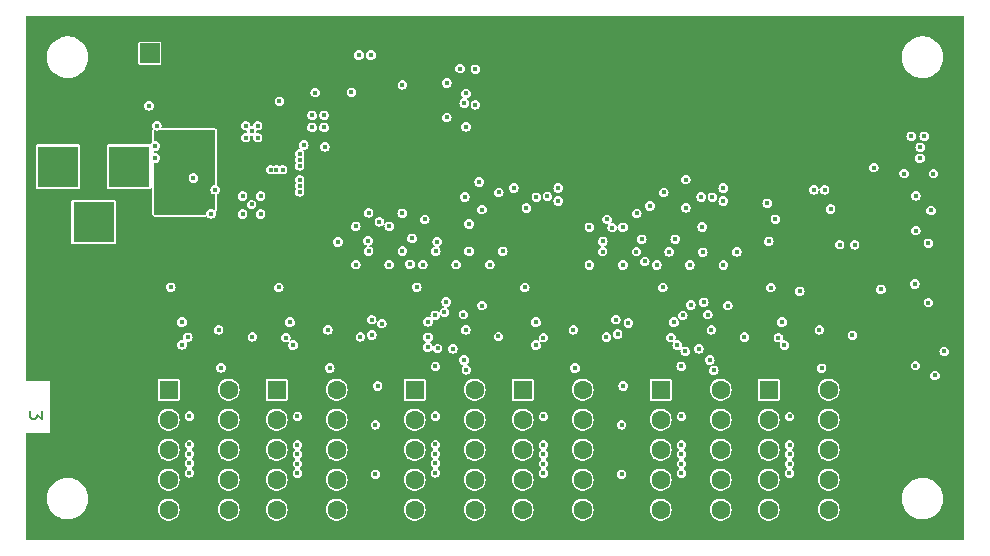
<source format=gbr>
G04 #@! TF.GenerationSoftware,KiCad,Pcbnew,8.0.1-rc1*
G04 #@! TF.CreationDate,2024-04-28T10:37:13-05:00*
G04 #@! TF.ProjectId,Stopwatch,53746f70-7761-4746-9368-2e6b69636164,rev?*
G04 #@! TF.SameCoordinates,Original*
G04 #@! TF.FileFunction,Copper,L3,Inr*
G04 #@! TF.FilePolarity,Positive*
%FSLAX46Y46*%
G04 Gerber Fmt 4.6, Leading zero omitted, Abs format (unit mm)*
G04 Created by KiCad (PCBNEW 8.0.1-rc1) date 2024-04-28 10:37:13*
%MOMM*%
%LPD*%
G01*
G04 APERTURE LIST*
%ADD10C,0.150000*%
G04 #@! TA.AperFunction,NonConductor*
%ADD11C,0.150000*%
G04 #@! TD*
G04 #@! TA.AperFunction,ComponentPad*
%ADD12R,1.700000X1.700000*%
G04 #@! TD*
G04 #@! TA.AperFunction,ComponentPad*
%ADD13R,1.600000X1.600000*%
G04 #@! TD*
G04 #@! TA.AperFunction,ComponentPad*
%ADD14C,1.600000*%
G04 #@! TD*
G04 #@! TA.AperFunction,ComponentPad*
%ADD15R,3.500000X3.500000*%
G04 #@! TD*
G04 #@! TA.AperFunction,ViaPad*
%ADD16C,0.450000*%
G04 #@! TD*
G04 APERTURE END LIST*
D10*
D11*
X87109180Y-115024141D02*
X87109180Y-115643188D01*
X87109180Y-115643188D02*
X86728228Y-115309855D01*
X86728228Y-115309855D02*
X86728228Y-115452712D01*
X86728228Y-115452712D02*
X86680609Y-115547950D01*
X86680609Y-115547950D02*
X86632990Y-115595569D01*
X86632990Y-115595569D02*
X86537752Y-115643188D01*
X86537752Y-115643188D02*
X86299657Y-115643188D01*
X86299657Y-115643188D02*
X86204419Y-115595569D01*
X86204419Y-115595569D02*
X86156800Y-115547950D01*
X86156800Y-115547950D02*
X86109180Y-115452712D01*
X86109180Y-115452712D02*
X86109180Y-115166998D01*
X86109180Y-115166998D02*
X86156800Y-115071760D01*
X86156800Y-115071760D02*
X86204419Y-115024141D01*
D12*
X96269800Y-84705000D03*
D13*
X118681400Y-113192800D03*
D14*
X118681400Y-115732800D03*
X118681400Y-118272800D03*
X118681400Y-120812800D03*
X118681400Y-123352800D03*
X123761400Y-123352800D03*
X123761400Y-120812800D03*
X123761400Y-118272800D03*
X123761400Y-115732800D03*
X123761400Y-113192800D03*
D15*
X94498000Y-94306200D03*
X88498000Y-94306200D03*
X91498000Y-99006200D03*
D13*
X127825400Y-113192800D03*
D14*
X127825400Y-115732800D03*
X127825400Y-118272800D03*
X127825400Y-120812800D03*
X127825400Y-123352800D03*
X132905400Y-123352800D03*
X132905400Y-120812800D03*
X132905400Y-118272800D03*
X132905400Y-115732800D03*
X132905400Y-113192800D03*
D13*
X97853400Y-113192800D03*
D14*
X97853400Y-115732800D03*
X97853400Y-118272800D03*
X97853400Y-120812800D03*
X97853400Y-123352800D03*
X102933400Y-123352800D03*
X102933400Y-120812800D03*
X102933400Y-118272800D03*
X102933400Y-115732800D03*
X102933400Y-113192800D03*
D13*
X148653400Y-113192800D03*
D14*
X148653400Y-115732800D03*
X148653400Y-118272800D03*
X148653400Y-120812800D03*
X148653400Y-123352800D03*
X153733400Y-123352800D03*
X153733400Y-120812800D03*
X153733400Y-118272800D03*
X153733400Y-115732800D03*
X153733400Y-113192800D03*
D13*
X139509400Y-113192800D03*
D14*
X139509400Y-115732800D03*
X139509400Y-118272800D03*
X139509400Y-120812800D03*
X139509400Y-123352800D03*
X144589400Y-123352800D03*
X144589400Y-120812800D03*
X144589400Y-118272800D03*
X144589400Y-115732800D03*
X144589400Y-113192800D03*
D13*
X106997400Y-113192800D03*
D14*
X106997400Y-115732800D03*
X106997400Y-118272800D03*
X106997400Y-120812800D03*
X106997400Y-123352800D03*
X112077400Y-123352800D03*
X112077400Y-120812800D03*
X112077400Y-118272800D03*
X112077400Y-115732800D03*
X112077400Y-113192800D03*
D16*
X108940600Y-93726000D03*
X108940600Y-95910400D03*
X111785400Y-93726000D03*
X96850200Y-90855800D03*
X104876600Y-97510600D03*
X136321800Y-99432200D03*
X111074200Y-92633800D03*
X161112200Y-96774000D03*
X146608800Y-108737400D03*
X109993400Y-90982800D03*
X98039610Y-104513000D03*
X119380000Y-102607200D03*
X139192000Y-102632600D03*
X153136600Y-111368000D03*
X148539200Y-97409000D03*
X155930600Y-100926900D03*
X102285800Y-111334600D03*
X121412000Y-87223600D03*
X161112200Y-99720400D03*
X111506000Y-111360000D03*
X114096800Y-108712000D03*
X141630400Y-97790000D03*
X153898600Y-97891600D03*
X115544600Y-112877600D03*
X104114600Y-98323400D03*
X114985800Y-84861400D03*
X118867610Y-104513000D03*
X136347200Y-112877600D03*
X125044200Y-102607200D03*
X161493200Y-92659200D03*
X96189800Y-89154000D03*
X139695610Y-104538400D03*
X107238800Y-88773000D03*
X162610800Y-94894400D03*
X108940600Y-94244000D03*
X117652800Y-87376000D03*
X108940600Y-93228000D03*
X108940600Y-96428400D03*
X141986000Y-102632600D03*
X110261400Y-88036400D03*
X121412000Y-90144600D03*
X148666200Y-100634800D03*
X151282400Y-104851200D03*
X125776410Y-108686600D03*
X105638600Y-96799400D03*
X122936000Y-96875600D03*
X144018000Y-111556800D03*
X123063000Y-111506000D03*
X105638600Y-98323400D03*
X104948410Y-108712000D03*
X144830800Y-102632600D03*
X161036000Y-104241600D03*
X125806200Y-96494600D03*
X161086800Y-111150400D03*
X99949000Y-95275400D03*
X129921000Y-96824800D03*
X122199400Y-102607200D03*
X154660600Y-100914200D03*
X106984800Y-94564200D03*
X128143000Y-97815400D03*
X133477000Y-102632600D03*
X128011610Y-104538400D03*
X133477000Y-99432200D03*
X113690400Y-99364800D03*
X107183610Y-104538400D03*
X101447600Y-98298000D03*
X104114600Y-96799400D03*
X106486800Y-94564200D03*
X148844000Y-104546400D03*
X139776200Y-96494600D03*
X107502800Y-94564200D03*
X109993400Y-89966800D03*
X155748410Y-108581300D03*
X111009400Y-90982800D03*
X116535200Y-102607200D03*
X136321800Y-102632600D03*
X108940600Y-95412400D03*
X143887000Y-96901000D03*
X116535200Y-99356000D03*
X113690400Y-102607200D03*
X111009400Y-89966800D03*
X134924800Y-108737400D03*
X132257800Y-111360000D03*
X104368600Y-90834400D03*
X104876600Y-91287600D03*
X104368600Y-91850400D03*
X105384600Y-91850400D03*
X105384600Y-90834400D03*
X99085400Y-95554800D03*
X98612800Y-97757400D03*
X98831400Y-91973400D03*
X100863400Y-92989400D03*
X100355400Y-92481400D03*
X99847400Y-91973400D03*
X99847400Y-92989400D03*
X100517800Y-97857400D03*
X100863400Y-91973400D03*
X99578000Y-97757400D03*
X99339400Y-92481400D03*
X98831400Y-92989400D03*
X130845400Y-96118400D03*
X130845400Y-97218400D03*
X144805400Y-96122400D03*
X144805400Y-97222400D03*
X160724600Y-91740800D03*
X161824600Y-91740800D03*
X127076200Y-96113600D03*
X141630400Y-95402400D03*
X160121600Y-94894400D03*
X113792000Y-112877600D03*
X112293400Y-93726000D03*
X162839400Y-96799400D03*
X141986000Y-100905400D03*
X116535200Y-101462800D03*
X112293400Y-95910400D03*
X116281200Y-115163600D03*
X136333900Y-101513600D03*
X136931400Y-121360400D03*
X123037600Y-87249000D03*
X125806200Y-98272600D03*
X119380000Y-100880000D03*
X148844000Y-105638600D03*
X122936000Y-95580200D03*
X156997400Y-100926900D03*
X143891000Y-94742000D03*
X111074200Y-85902800D03*
X112293400Y-96428400D03*
X144830800Y-100905400D03*
X123037600Y-90119200D03*
X154660600Y-99822000D03*
X139695610Y-105630600D03*
X98039610Y-105605200D03*
X113690400Y-100880000D03*
X118867610Y-105605200D03*
X113690400Y-98237000D03*
X125044200Y-100880000D03*
X162687000Y-104241600D03*
X119532400Y-86436200D03*
X112115600Y-85902800D03*
X162356800Y-99695000D03*
X153619200Y-104851200D03*
X112293400Y-94244000D03*
X112293400Y-93228000D03*
X116535200Y-97628800D03*
X111785400Y-94244000D03*
X107183610Y-105630600D03*
X110236000Y-92659200D03*
X111785400Y-95412400D03*
X139192000Y-100905400D03*
X111785400Y-95910400D03*
X159334200Y-92659200D03*
X112293400Y-95412400D03*
X111785400Y-96428400D03*
X122199400Y-100880000D03*
X139776200Y-98145600D03*
X133477000Y-101066600D03*
X133477000Y-97840800D03*
X128011610Y-105630600D03*
X162763200Y-111175800D03*
X137083800Y-115162800D03*
X116230400Y-121361200D03*
X129921000Y-94792800D03*
X134696200Y-112877600D03*
X136321800Y-97705000D03*
X111785400Y-93228000D03*
X136199100Y-116172400D03*
X136199100Y-120352400D03*
X115366600Y-116173200D03*
X115366600Y-120353200D03*
X101803200Y-96266000D03*
X122529600Y-86004400D03*
X157556200Y-94386400D03*
X122885200Y-88925400D03*
X153390600Y-96266000D03*
X108127800Y-107467400D03*
X138607800Y-97637600D03*
X135407400Y-99466400D03*
X115697000Y-98983800D03*
X112191800Y-100685600D03*
X98983800Y-107467400D03*
X152476200Y-96266000D03*
X149225000Y-98755200D03*
X113334800Y-88011000D03*
X109296200Y-92481400D03*
X113969800Y-84861400D03*
X162179000Y-105816400D03*
X96723200Y-92557600D03*
X96723200Y-93573600D03*
X158165800Y-104698800D03*
X128991200Y-96901000D03*
X142947200Y-96875600D03*
X161467800Y-93599000D03*
X162179000Y-100787200D03*
X149783800Y-107467400D03*
X140639800Y-107467400D03*
X137490200Y-98272600D03*
X119532400Y-98780600D03*
X119811800Y-107442000D03*
X128955800Y-107467400D03*
X117627400Y-98247200D03*
X132130800Y-108127800D03*
X123012200Y-108127800D03*
X111328200Y-108127800D03*
X152958800Y-108127800D03*
X124155200Y-95605600D03*
X115062000Y-108559600D03*
X135864600Y-108483400D03*
X102082600Y-108127800D03*
X143814800Y-108127800D03*
X150420600Y-115463200D03*
X149987000Y-109423200D03*
X149479000Y-108788200D03*
X150420600Y-117863200D03*
X150420600Y-118663200D03*
X150420600Y-119463200D03*
X150418800Y-120269000D03*
X141272210Y-115455200D03*
X142062200Y-106019600D03*
X141596855Y-109948455D03*
X141256610Y-111220400D03*
X140919200Y-109415200D03*
X135712200Y-107264200D03*
X141376400Y-106908600D03*
X140385800Y-108780200D03*
X136779000Y-107543600D03*
X141272210Y-117855200D03*
X143164200Y-105791000D03*
X141272210Y-118655200D03*
X141272210Y-119455200D03*
X143510000Y-106832400D03*
X145196200Y-106070400D03*
X141270410Y-120261000D03*
X142732400Y-109728000D03*
X143668410Y-110684600D03*
X129588210Y-115455200D03*
X128951410Y-109415200D03*
X129590800Y-108780200D03*
X129588210Y-117855200D03*
X129588210Y-118655200D03*
X129588210Y-119455200D03*
X129586410Y-120261000D03*
X120444210Y-111220400D03*
X120444210Y-115429800D03*
X121208800Y-106629200D03*
X120624600Y-109702600D03*
X115036600Y-107264200D03*
X119810210Y-109601000D03*
X120421400Y-106883200D03*
X119807410Y-108754800D03*
X115900200Y-107594400D03*
X120444210Y-117829800D03*
X121361200Y-105765600D03*
X120444210Y-118629800D03*
X120444210Y-119429800D03*
X122809000Y-106832400D03*
X122856010Y-110684600D03*
X121920000Y-109728000D03*
X124383800Y-106070400D03*
X120442410Y-120235600D03*
X108760210Y-115455200D03*
X108381800Y-109415200D03*
X107772200Y-108780200D03*
X108760210Y-117855200D03*
X108760210Y-118655200D03*
X108760210Y-119455200D03*
X108758410Y-120261000D03*
X99616210Y-115429800D03*
X98979410Y-109389800D03*
X99466400Y-108754800D03*
X99616210Y-117829800D03*
X99616210Y-118629800D03*
X99616210Y-119429800D03*
X99614410Y-120235600D03*
X123825000Y-89077800D03*
X123825000Y-86055200D03*
X163525200Y-109956600D03*
X123037600Y-90932000D03*
X123037600Y-88112600D03*
X162737800Y-111988600D03*
X124383800Y-97942400D03*
X162407600Y-98018600D03*
X134594600Y-101498400D03*
X140741400Y-100456950D03*
X137464800Y-101498400D03*
X138176000Y-102336600D03*
X140233400Y-101523800D03*
X143078200Y-101549200D03*
X143027400Y-99415600D03*
X145948400Y-101523800D03*
X134620000Y-100634800D03*
X137922000Y-100457000D03*
X134975600Y-98780600D03*
X120599200Y-100660200D03*
X114782600Y-101473000D03*
X118287800Y-102565200D03*
X117652800Y-101447600D03*
X120472200Y-101473000D03*
X123291600Y-101473000D03*
X123291600Y-99161600D03*
X126136400Y-101473000D03*
X114731800Y-100584000D03*
X118465600Y-100380800D03*
X114782600Y-98221800D03*
G04 #@! TA.AperFunction,Conductor*
G36*
X101784894Y-91204306D02*
G01*
X101803200Y-91248500D01*
X101803200Y-95803077D01*
X101784894Y-95847271D01*
X101750478Y-95864807D01*
X101676649Y-95876500D01*
X101676643Y-95876502D01*
X101562476Y-95934674D01*
X101471874Y-96025276D01*
X101413702Y-96139443D01*
X101413702Y-96139444D01*
X101393658Y-96266000D01*
X101413702Y-96392555D01*
X101413702Y-96392556D01*
X101471874Y-96506723D01*
X101562477Y-96597326D01*
X101676645Y-96655498D01*
X101750478Y-96667191D01*
X101791263Y-96692185D01*
X101803200Y-96728922D01*
X101803200Y-97930663D01*
X101784894Y-97974857D01*
X101740700Y-97993163D01*
X101696506Y-97974857D01*
X101688323Y-97966674D01*
X101574155Y-97908502D01*
X101447600Y-97888458D01*
X101321044Y-97908502D01*
X101321043Y-97908502D01*
X101206876Y-97966674D01*
X101116274Y-98057276D01*
X101058102Y-98171443D01*
X101058102Y-98171444D01*
X101038058Y-98298002D01*
X101042702Y-98327322D01*
X101031536Y-98373836D01*
X100990750Y-98398830D01*
X100980972Y-98399600D01*
X96658700Y-98399600D01*
X96614506Y-98381294D01*
X96596200Y-98337100D01*
X96596200Y-95275400D01*
X99539458Y-95275400D01*
X99559502Y-95401955D01*
X99559502Y-95401956D01*
X99617674Y-95516123D01*
X99708277Y-95606726D01*
X99822445Y-95664898D01*
X99949000Y-95684942D01*
X100075555Y-95664898D01*
X100189723Y-95606726D01*
X100280326Y-95516123D01*
X100338498Y-95401955D01*
X100358542Y-95275400D01*
X100338498Y-95148845D01*
X100280326Y-95034677D01*
X100189723Y-94944074D01*
X100075555Y-94885902D01*
X99949000Y-94865858D01*
X99822444Y-94885902D01*
X99822443Y-94885902D01*
X99708276Y-94944074D01*
X99617674Y-95034676D01*
X99559502Y-95148843D01*
X99559502Y-95148844D01*
X99539458Y-95275400D01*
X96596200Y-95275400D01*
X96596200Y-94036205D01*
X96614506Y-93992011D01*
X96658700Y-93973705D01*
X96668477Y-93974475D01*
X96723196Y-93983142D01*
X96723197Y-93983141D01*
X96723200Y-93983142D01*
X96849755Y-93963098D01*
X96963923Y-93904926D01*
X97054526Y-93814323D01*
X97112698Y-93700155D01*
X97132742Y-93573600D01*
X97112698Y-93447045D01*
X97054526Y-93332877D01*
X96963923Y-93242274D01*
X96849755Y-93184102D01*
X96723200Y-93164058D01*
X96723199Y-93164058D01*
X96668476Y-93172725D01*
X96621963Y-93161557D01*
X96596969Y-93120770D01*
X96596200Y-93110994D01*
X96596200Y-93020205D01*
X96614506Y-92976011D01*
X96658700Y-92957705D01*
X96668477Y-92958475D01*
X96723196Y-92967142D01*
X96723197Y-92967141D01*
X96723200Y-92967142D01*
X96849755Y-92947098D01*
X96963923Y-92888926D01*
X97054526Y-92798323D01*
X97112698Y-92684155D01*
X97132742Y-92557600D01*
X97112698Y-92431045D01*
X97054526Y-92316877D01*
X96963923Y-92226274D01*
X96849755Y-92168102D01*
X96723200Y-92148058D01*
X96723199Y-92148058D01*
X96668476Y-92156725D01*
X96621963Y-92145557D01*
X96596969Y-92104770D01*
X96596200Y-92094994D01*
X96596200Y-91282352D01*
X96614506Y-91238158D01*
X96658700Y-91219852D01*
X96687073Y-91226663D01*
X96723645Y-91245298D01*
X96850200Y-91265342D01*
X96976755Y-91245298D01*
X97079764Y-91192811D01*
X97108138Y-91186000D01*
X101740700Y-91186000D01*
X101784894Y-91204306D01*
G37*
G04 #@! TD.AperFunction*
G04 #@! TA.AperFunction,Conductor*
G36*
X165177594Y-81548006D02*
G01*
X165195900Y-81592200D01*
X165195900Y-125866200D01*
X165177594Y-125910394D01*
X165133400Y-125928700D01*
X85859400Y-125928700D01*
X85815206Y-125910394D01*
X85796900Y-125866200D01*
X85796900Y-122534200D01*
X87551900Y-122534200D01*
X87581920Y-122762223D01*
X87581920Y-122762224D01*
X87641443Y-122984367D01*
X87641444Y-122984371D01*
X87641446Y-122984376D01*
X87701259Y-123128779D01*
X87729458Y-123196857D01*
X87729459Y-123196860D01*
X87844454Y-123396037D01*
X87960062Y-123546702D01*
X87984466Y-123578505D01*
X88147095Y-123741134D01*
X88329560Y-123881144D01*
X88528739Y-123996140D01*
X88741224Y-124084154D01*
X88807223Y-124101838D01*
X88963375Y-124143679D01*
X88963377Y-124143679D01*
X88963380Y-124143680D01*
X89191404Y-124173700D01*
X89191410Y-124173700D01*
X89421390Y-124173700D01*
X89421396Y-124173700D01*
X89649420Y-124143680D01*
X89871576Y-124084154D01*
X90084061Y-123996140D01*
X90283240Y-123881144D01*
X90465705Y-123741134D01*
X90628334Y-123578505D01*
X90768344Y-123396040D01*
X90793309Y-123352800D01*
X96920791Y-123352800D01*
X96941171Y-123546702D01*
X97001416Y-123732120D01*
X97001418Y-123732124D01*
X97001419Y-123732126D01*
X97098903Y-123900974D01*
X97229363Y-124045864D01*
X97387095Y-124160463D01*
X97565208Y-124239764D01*
X97565213Y-124239765D01*
X97755915Y-124280300D01*
X97755916Y-124280300D01*
X97950885Y-124280300D01*
X98033966Y-124262640D01*
X98141592Y-124239764D01*
X98319705Y-124160463D01*
X98477437Y-124045864D01*
X98607897Y-123900974D01*
X98705381Y-123732126D01*
X98765629Y-123546700D01*
X98786009Y-123352800D01*
X102000791Y-123352800D01*
X102021171Y-123546702D01*
X102081416Y-123732120D01*
X102081418Y-123732124D01*
X102081419Y-123732126D01*
X102178903Y-123900974D01*
X102309363Y-124045864D01*
X102467095Y-124160463D01*
X102645208Y-124239764D01*
X102645213Y-124239765D01*
X102835915Y-124280300D01*
X102835916Y-124280300D01*
X103030885Y-124280300D01*
X103113966Y-124262640D01*
X103221592Y-124239764D01*
X103399705Y-124160463D01*
X103557437Y-124045864D01*
X103687897Y-123900974D01*
X103785381Y-123732126D01*
X103845629Y-123546700D01*
X103866009Y-123352800D01*
X106064791Y-123352800D01*
X106085171Y-123546702D01*
X106145416Y-123732120D01*
X106145418Y-123732124D01*
X106145419Y-123732126D01*
X106242903Y-123900974D01*
X106373363Y-124045864D01*
X106531095Y-124160463D01*
X106709208Y-124239764D01*
X106709213Y-124239765D01*
X106899915Y-124280300D01*
X106899916Y-124280300D01*
X107094885Y-124280300D01*
X107177966Y-124262640D01*
X107285592Y-124239764D01*
X107463705Y-124160463D01*
X107621437Y-124045864D01*
X107751897Y-123900974D01*
X107849381Y-123732126D01*
X107909629Y-123546700D01*
X107930009Y-123352800D01*
X111144791Y-123352800D01*
X111165171Y-123546702D01*
X111225416Y-123732120D01*
X111225418Y-123732124D01*
X111225419Y-123732126D01*
X111322903Y-123900974D01*
X111453363Y-124045864D01*
X111611095Y-124160463D01*
X111789208Y-124239764D01*
X111789213Y-124239765D01*
X111979915Y-124280300D01*
X111979916Y-124280300D01*
X112174885Y-124280300D01*
X112257966Y-124262640D01*
X112365592Y-124239764D01*
X112543705Y-124160463D01*
X112701437Y-124045864D01*
X112831897Y-123900974D01*
X112929381Y-123732126D01*
X112989629Y-123546700D01*
X113010009Y-123352800D01*
X117748791Y-123352800D01*
X117769171Y-123546702D01*
X117829416Y-123732120D01*
X117829418Y-123732124D01*
X117829419Y-123732126D01*
X117926903Y-123900974D01*
X118057363Y-124045864D01*
X118215095Y-124160463D01*
X118393208Y-124239764D01*
X118393213Y-124239765D01*
X118583915Y-124280300D01*
X118583916Y-124280300D01*
X118778885Y-124280300D01*
X118861966Y-124262640D01*
X118969592Y-124239764D01*
X119147705Y-124160463D01*
X119305437Y-124045864D01*
X119435897Y-123900974D01*
X119533381Y-123732126D01*
X119593629Y-123546700D01*
X119614009Y-123352800D01*
X122828791Y-123352800D01*
X122849171Y-123546702D01*
X122909416Y-123732120D01*
X122909418Y-123732124D01*
X122909419Y-123732126D01*
X123006903Y-123900974D01*
X123137363Y-124045864D01*
X123295095Y-124160463D01*
X123473208Y-124239764D01*
X123473213Y-124239765D01*
X123663915Y-124280300D01*
X123663916Y-124280300D01*
X123858885Y-124280300D01*
X123941966Y-124262640D01*
X124049592Y-124239764D01*
X124227705Y-124160463D01*
X124385437Y-124045864D01*
X124515897Y-123900974D01*
X124613381Y-123732126D01*
X124673629Y-123546700D01*
X124694009Y-123352800D01*
X126892791Y-123352800D01*
X126913171Y-123546702D01*
X126973416Y-123732120D01*
X126973418Y-123732124D01*
X126973419Y-123732126D01*
X127070903Y-123900974D01*
X127201363Y-124045864D01*
X127359095Y-124160463D01*
X127537208Y-124239764D01*
X127537213Y-124239765D01*
X127727915Y-124280300D01*
X127727916Y-124280300D01*
X127922885Y-124280300D01*
X128005966Y-124262640D01*
X128113592Y-124239764D01*
X128291705Y-124160463D01*
X128449437Y-124045864D01*
X128579897Y-123900974D01*
X128677381Y-123732126D01*
X128737629Y-123546700D01*
X128758009Y-123352800D01*
X131972791Y-123352800D01*
X131993171Y-123546702D01*
X132053416Y-123732120D01*
X132053418Y-123732124D01*
X132053419Y-123732126D01*
X132150903Y-123900974D01*
X132281363Y-124045864D01*
X132439095Y-124160463D01*
X132617208Y-124239764D01*
X132617213Y-124239765D01*
X132807915Y-124280300D01*
X132807916Y-124280300D01*
X133002885Y-124280300D01*
X133085966Y-124262640D01*
X133193592Y-124239764D01*
X133371705Y-124160463D01*
X133529437Y-124045864D01*
X133659897Y-123900974D01*
X133757381Y-123732126D01*
X133817629Y-123546700D01*
X133838009Y-123352800D01*
X138576791Y-123352800D01*
X138597171Y-123546702D01*
X138657416Y-123732120D01*
X138657418Y-123732124D01*
X138657419Y-123732126D01*
X138754903Y-123900974D01*
X138885363Y-124045864D01*
X139043095Y-124160463D01*
X139221208Y-124239764D01*
X139221213Y-124239765D01*
X139411915Y-124280300D01*
X139411916Y-124280300D01*
X139606885Y-124280300D01*
X139689966Y-124262640D01*
X139797592Y-124239764D01*
X139975705Y-124160463D01*
X140133437Y-124045864D01*
X140263897Y-123900974D01*
X140361381Y-123732126D01*
X140421629Y-123546700D01*
X140442009Y-123352800D01*
X143656791Y-123352800D01*
X143677171Y-123546702D01*
X143737416Y-123732120D01*
X143737418Y-123732124D01*
X143737419Y-123732126D01*
X143834903Y-123900974D01*
X143965363Y-124045864D01*
X144123095Y-124160463D01*
X144301208Y-124239764D01*
X144301213Y-124239765D01*
X144491915Y-124280300D01*
X144491916Y-124280300D01*
X144686885Y-124280300D01*
X144769966Y-124262640D01*
X144877592Y-124239764D01*
X145055705Y-124160463D01*
X145213437Y-124045864D01*
X145343897Y-123900974D01*
X145441381Y-123732126D01*
X145501629Y-123546700D01*
X145522009Y-123352800D01*
X147720791Y-123352800D01*
X147741171Y-123546702D01*
X147801416Y-123732120D01*
X147801418Y-123732124D01*
X147801419Y-123732126D01*
X147898903Y-123900974D01*
X148029363Y-124045864D01*
X148187095Y-124160463D01*
X148365208Y-124239764D01*
X148365213Y-124239765D01*
X148555915Y-124280300D01*
X148555916Y-124280300D01*
X148750885Y-124280300D01*
X148833966Y-124262640D01*
X148941592Y-124239764D01*
X149119705Y-124160463D01*
X149277437Y-124045864D01*
X149407897Y-123900974D01*
X149505381Y-123732126D01*
X149565629Y-123546700D01*
X149586009Y-123352800D01*
X152800791Y-123352800D01*
X152821171Y-123546702D01*
X152881416Y-123732120D01*
X152881418Y-123732124D01*
X152881419Y-123732126D01*
X152978903Y-123900974D01*
X153109363Y-124045864D01*
X153267095Y-124160463D01*
X153445208Y-124239764D01*
X153445213Y-124239765D01*
X153635915Y-124280300D01*
X153635916Y-124280300D01*
X153830885Y-124280300D01*
X153913966Y-124262640D01*
X154021592Y-124239764D01*
X154199705Y-124160463D01*
X154357437Y-124045864D01*
X154487897Y-123900974D01*
X154585381Y-123732126D01*
X154645629Y-123546700D01*
X154666009Y-123352800D01*
X154645629Y-123158900D01*
X154641831Y-123147211D01*
X154585383Y-122973479D01*
X154585382Y-122973477D01*
X154585381Y-122973474D01*
X154487897Y-122804626D01*
X154357437Y-122659736D01*
X154291619Y-122611916D01*
X154199710Y-122545140D01*
X154199707Y-122545138D01*
X154199705Y-122545137D01*
X154175140Y-122534200D01*
X159931900Y-122534200D01*
X159961920Y-122762223D01*
X159961920Y-122762224D01*
X160021443Y-122984367D01*
X160021444Y-122984371D01*
X160021446Y-122984376D01*
X160081259Y-123128779D01*
X160109458Y-123196857D01*
X160109459Y-123196860D01*
X160224454Y-123396037D01*
X160340062Y-123546702D01*
X160364466Y-123578505D01*
X160527095Y-123741134D01*
X160709560Y-123881144D01*
X160908739Y-123996140D01*
X161121224Y-124084154D01*
X161187223Y-124101838D01*
X161343375Y-124143679D01*
X161343377Y-124143679D01*
X161343380Y-124143680D01*
X161571404Y-124173700D01*
X161571410Y-124173700D01*
X161801390Y-124173700D01*
X161801396Y-124173700D01*
X162029420Y-124143680D01*
X162251576Y-124084154D01*
X162464061Y-123996140D01*
X162663240Y-123881144D01*
X162845705Y-123741134D01*
X163008334Y-123578505D01*
X163148344Y-123396040D01*
X163263340Y-123196861D01*
X163351354Y-122984376D01*
X163410880Y-122762220D01*
X163440900Y-122534196D01*
X163440900Y-122304204D01*
X163410880Y-122076180D01*
X163351354Y-121854024D01*
X163263340Y-121641539D01*
X163148344Y-121442360D01*
X163008334Y-121259895D01*
X162845705Y-121097266D01*
X162845701Y-121097263D01*
X162845699Y-121097261D01*
X162663237Y-120957254D01*
X162464060Y-120842259D01*
X162464057Y-120842258D01*
X162392938Y-120812800D01*
X162251576Y-120754246D01*
X162251571Y-120754244D01*
X162251567Y-120754243D01*
X162029424Y-120694720D01*
X161801400Y-120664700D01*
X161801396Y-120664700D01*
X161571404Y-120664700D01*
X161571399Y-120664700D01*
X161343376Y-120694720D01*
X161343375Y-120694720D01*
X161121232Y-120754243D01*
X161121226Y-120754245D01*
X161121224Y-120754246D01*
X161100713Y-120762742D01*
X160908742Y-120842258D01*
X160908739Y-120842259D01*
X160709562Y-120957254D01*
X160527100Y-121097261D01*
X160527090Y-121097270D01*
X160364470Y-121259890D01*
X160364461Y-121259900D01*
X160224454Y-121442362D01*
X160109459Y-121641539D01*
X160109458Y-121641542D01*
X160021443Y-121854032D01*
X159961920Y-122076175D01*
X159961920Y-122076176D01*
X159931900Y-122304199D01*
X159931900Y-122534200D01*
X154175140Y-122534200D01*
X154075482Y-122489829D01*
X154021595Y-122465837D01*
X154021586Y-122465834D01*
X153830885Y-122425300D01*
X153830884Y-122425300D01*
X153635916Y-122425300D01*
X153635915Y-122425300D01*
X153445213Y-122465834D01*
X153445196Y-122465840D01*
X153267097Y-122545136D01*
X153227662Y-122573786D01*
X153109363Y-122659736D01*
X153109360Y-122659738D01*
X153109360Y-122659739D01*
X152978902Y-122804627D01*
X152881416Y-122973479D01*
X152821171Y-123158897D01*
X152800791Y-123352800D01*
X149586009Y-123352800D01*
X149565629Y-123158900D01*
X149561831Y-123147211D01*
X149505383Y-122973479D01*
X149505382Y-122973477D01*
X149505381Y-122973474D01*
X149407897Y-122804626D01*
X149277437Y-122659736D01*
X149211619Y-122611916D01*
X149119710Y-122545140D01*
X149119707Y-122545138D01*
X149119705Y-122545137D01*
X148995482Y-122489829D01*
X148941595Y-122465837D01*
X148941586Y-122465834D01*
X148750885Y-122425300D01*
X148750884Y-122425300D01*
X148555916Y-122425300D01*
X148555915Y-122425300D01*
X148365213Y-122465834D01*
X148365196Y-122465840D01*
X148187097Y-122545136D01*
X148147662Y-122573786D01*
X148029363Y-122659736D01*
X148029360Y-122659738D01*
X148029360Y-122659739D01*
X147898902Y-122804627D01*
X147801416Y-122973479D01*
X147741171Y-123158897D01*
X147720791Y-123352800D01*
X145522009Y-123352800D01*
X145501629Y-123158900D01*
X145497831Y-123147211D01*
X145441383Y-122973479D01*
X145441382Y-122973477D01*
X145441381Y-122973474D01*
X145343897Y-122804626D01*
X145213437Y-122659736D01*
X145147619Y-122611916D01*
X145055710Y-122545140D01*
X145055707Y-122545138D01*
X145055705Y-122545137D01*
X144931482Y-122489829D01*
X144877595Y-122465837D01*
X144877586Y-122465834D01*
X144686885Y-122425300D01*
X144686884Y-122425300D01*
X144491916Y-122425300D01*
X144491915Y-122425300D01*
X144301213Y-122465834D01*
X144301196Y-122465840D01*
X144123097Y-122545136D01*
X144083662Y-122573786D01*
X143965363Y-122659736D01*
X143965360Y-122659738D01*
X143965360Y-122659739D01*
X143834902Y-122804627D01*
X143737416Y-122973479D01*
X143677171Y-123158897D01*
X143656791Y-123352800D01*
X140442009Y-123352800D01*
X140421629Y-123158900D01*
X140417831Y-123147211D01*
X140361383Y-122973479D01*
X140361382Y-122973477D01*
X140361381Y-122973474D01*
X140263897Y-122804626D01*
X140133437Y-122659736D01*
X140067619Y-122611916D01*
X139975710Y-122545140D01*
X139975707Y-122545138D01*
X139975705Y-122545137D01*
X139851482Y-122489829D01*
X139797595Y-122465837D01*
X139797586Y-122465834D01*
X139606885Y-122425300D01*
X139606884Y-122425300D01*
X139411916Y-122425300D01*
X139411915Y-122425300D01*
X139221213Y-122465834D01*
X139221196Y-122465840D01*
X139043097Y-122545136D01*
X139003662Y-122573786D01*
X138885363Y-122659736D01*
X138885360Y-122659738D01*
X138885360Y-122659739D01*
X138754902Y-122804627D01*
X138657416Y-122973479D01*
X138597171Y-123158897D01*
X138576791Y-123352800D01*
X133838009Y-123352800D01*
X133817629Y-123158900D01*
X133813831Y-123147211D01*
X133757383Y-122973479D01*
X133757382Y-122973477D01*
X133757381Y-122973474D01*
X133659897Y-122804626D01*
X133529437Y-122659736D01*
X133463619Y-122611916D01*
X133371710Y-122545140D01*
X133371707Y-122545138D01*
X133371705Y-122545137D01*
X133247482Y-122489829D01*
X133193595Y-122465837D01*
X133193586Y-122465834D01*
X133002885Y-122425300D01*
X133002884Y-122425300D01*
X132807916Y-122425300D01*
X132807915Y-122425300D01*
X132617213Y-122465834D01*
X132617196Y-122465840D01*
X132439097Y-122545136D01*
X132399662Y-122573786D01*
X132281363Y-122659736D01*
X132281360Y-122659738D01*
X132281360Y-122659739D01*
X132150902Y-122804627D01*
X132053416Y-122973479D01*
X131993171Y-123158897D01*
X131972791Y-123352800D01*
X128758009Y-123352800D01*
X128737629Y-123158900D01*
X128733831Y-123147211D01*
X128677383Y-122973479D01*
X128677382Y-122973477D01*
X128677381Y-122973474D01*
X128579897Y-122804626D01*
X128449437Y-122659736D01*
X128383619Y-122611916D01*
X128291710Y-122545140D01*
X128291707Y-122545138D01*
X128291705Y-122545137D01*
X128167482Y-122489829D01*
X128113595Y-122465837D01*
X128113586Y-122465834D01*
X127922885Y-122425300D01*
X127922884Y-122425300D01*
X127727916Y-122425300D01*
X127727915Y-122425300D01*
X127537213Y-122465834D01*
X127537196Y-122465840D01*
X127359097Y-122545136D01*
X127319662Y-122573786D01*
X127201363Y-122659736D01*
X127201360Y-122659738D01*
X127201360Y-122659739D01*
X127070902Y-122804627D01*
X126973416Y-122973479D01*
X126913171Y-123158897D01*
X126892791Y-123352800D01*
X124694009Y-123352800D01*
X124673629Y-123158900D01*
X124669831Y-123147211D01*
X124613383Y-122973479D01*
X124613382Y-122973477D01*
X124613381Y-122973474D01*
X124515897Y-122804626D01*
X124385437Y-122659736D01*
X124319619Y-122611916D01*
X124227710Y-122545140D01*
X124227707Y-122545138D01*
X124227705Y-122545137D01*
X124103482Y-122489829D01*
X124049595Y-122465837D01*
X124049586Y-122465834D01*
X123858885Y-122425300D01*
X123858884Y-122425300D01*
X123663916Y-122425300D01*
X123663915Y-122425300D01*
X123473213Y-122465834D01*
X123473196Y-122465840D01*
X123295097Y-122545136D01*
X123255662Y-122573786D01*
X123137363Y-122659736D01*
X123137360Y-122659738D01*
X123137360Y-122659739D01*
X123006902Y-122804627D01*
X122909416Y-122973479D01*
X122849171Y-123158897D01*
X122828791Y-123352800D01*
X119614009Y-123352800D01*
X119593629Y-123158900D01*
X119589831Y-123147211D01*
X119533383Y-122973479D01*
X119533382Y-122973477D01*
X119533381Y-122973474D01*
X119435897Y-122804626D01*
X119305437Y-122659736D01*
X119239619Y-122611916D01*
X119147710Y-122545140D01*
X119147707Y-122545138D01*
X119147705Y-122545137D01*
X119023482Y-122489829D01*
X118969595Y-122465837D01*
X118969586Y-122465834D01*
X118778885Y-122425300D01*
X118778884Y-122425300D01*
X118583916Y-122425300D01*
X118583915Y-122425300D01*
X118393213Y-122465834D01*
X118393196Y-122465840D01*
X118215097Y-122545136D01*
X118175662Y-122573786D01*
X118057363Y-122659736D01*
X118057360Y-122659738D01*
X118057360Y-122659739D01*
X117926902Y-122804627D01*
X117829416Y-122973479D01*
X117769171Y-123158897D01*
X117748791Y-123352800D01*
X113010009Y-123352800D01*
X112989629Y-123158900D01*
X112985831Y-123147211D01*
X112929383Y-122973479D01*
X112929382Y-122973477D01*
X112929381Y-122973474D01*
X112831897Y-122804626D01*
X112701437Y-122659736D01*
X112635619Y-122611916D01*
X112543710Y-122545140D01*
X112543707Y-122545138D01*
X112543705Y-122545137D01*
X112419482Y-122489829D01*
X112365595Y-122465837D01*
X112365586Y-122465834D01*
X112174885Y-122425300D01*
X112174884Y-122425300D01*
X111979916Y-122425300D01*
X111979915Y-122425300D01*
X111789213Y-122465834D01*
X111789196Y-122465840D01*
X111611097Y-122545136D01*
X111571662Y-122573786D01*
X111453363Y-122659736D01*
X111453360Y-122659738D01*
X111453360Y-122659739D01*
X111322902Y-122804627D01*
X111225416Y-122973479D01*
X111165171Y-123158897D01*
X111144791Y-123352800D01*
X107930009Y-123352800D01*
X107909629Y-123158900D01*
X107905831Y-123147211D01*
X107849383Y-122973479D01*
X107849382Y-122973477D01*
X107849381Y-122973474D01*
X107751897Y-122804626D01*
X107621437Y-122659736D01*
X107555619Y-122611916D01*
X107463710Y-122545140D01*
X107463707Y-122545138D01*
X107463705Y-122545137D01*
X107339482Y-122489829D01*
X107285595Y-122465837D01*
X107285586Y-122465834D01*
X107094885Y-122425300D01*
X107094884Y-122425300D01*
X106899916Y-122425300D01*
X106899915Y-122425300D01*
X106709213Y-122465834D01*
X106709196Y-122465840D01*
X106531097Y-122545136D01*
X106491662Y-122573786D01*
X106373363Y-122659736D01*
X106373360Y-122659738D01*
X106373360Y-122659739D01*
X106242902Y-122804627D01*
X106145416Y-122973479D01*
X106085171Y-123158897D01*
X106064791Y-123352800D01*
X103866009Y-123352800D01*
X103845629Y-123158900D01*
X103841831Y-123147211D01*
X103785383Y-122973479D01*
X103785382Y-122973477D01*
X103785381Y-122973474D01*
X103687897Y-122804626D01*
X103557437Y-122659736D01*
X103491619Y-122611916D01*
X103399710Y-122545140D01*
X103399707Y-122545138D01*
X103399705Y-122545137D01*
X103275482Y-122489829D01*
X103221595Y-122465837D01*
X103221586Y-122465834D01*
X103030885Y-122425300D01*
X103030884Y-122425300D01*
X102835916Y-122425300D01*
X102835915Y-122425300D01*
X102645213Y-122465834D01*
X102645196Y-122465840D01*
X102467097Y-122545136D01*
X102427662Y-122573786D01*
X102309363Y-122659736D01*
X102309360Y-122659738D01*
X102309360Y-122659739D01*
X102178902Y-122804627D01*
X102081416Y-122973479D01*
X102021171Y-123158897D01*
X102000791Y-123352800D01*
X98786009Y-123352800D01*
X98765629Y-123158900D01*
X98761831Y-123147211D01*
X98705383Y-122973479D01*
X98705382Y-122973477D01*
X98705381Y-122973474D01*
X98607897Y-122804626D01*
X98477437Y-122659736D01*
X98411619Y-122611916D01*
X98319710Y-122545140D01*
X98319707Y-122545138D01*
X98319705Y-122545137D01*
X98195482Y-122489829D01*
X98141595Y-122465837D01*
X98141586Y-122465834D01*
X97950885Y-122425300D01*
X97950884Y-122425300D01*
X97755916Y-122425300D01*
X97755915Y-122425300D01*
X97565213Y-122465834D01*
X97565196Y-122465840D01*
X97387097Y-122545136D01*
X97347662Y-122573786D01*
X97229363Y-122659736D01*
X97229360Y-122659738D01*
X97229360Y-122659739D01*
X97098902Y-122804627D01*
X97001416Y-122973479D01*
X96941171Y-123158897D01*
X96920791Y-123352800D01*
X90793309Y-123352800D01*
X90883340Y-123196861D01*
X90971354Y-122984376D01*
X91030880Y-122762220D01*
X91060900Y-122534196D01*
X91060900Y-122304204D01*
X91030880Y-122076180D01*
X90971354Y-121854024D01*
X90883340Y-121641539D01*
X90768344Y-121442360D01*
X90628334Y-121259895D01*
X90465705Y-121097266D01*
X90465701Y-121097263D01*
X90465699Y-121097261D01*
X90283237Y-120957254D01*
X90084060Y-120842259D01*
X90084057Y-120842258D01*
X90012938Y-120812800D01*
X96920791Y-120812800D01*
X96941171Y-121006702D01*
X97001416Y-121192120D01*
X97001418Y-121192124D01*
X97001419Y-121192126D01*
X97098903Y-121360974D01*
X97229363Y-121505864D01*
X97387095Y-121620463D01*
X97565208Y-121699764D01*
X97565213Y-121699765D01*
X97755915Y-121740300D01*
X97755916Y-121740300D01*
X97950885Y-121740300D01*
X98033966Y-121722640D01*
X98141592Y-121699764D01*
X98319705Y-121620463D01*
X98477437Y-121505864D01*
X98607897Y-121360974D01*
X98705381Y-121192126D01*
X98765629Y-121006700D01*
X98786009Y-120812800D01*
X102000791Y-120812800D01*
X102021171Y-121006702D01*
X102081416Y-121192120D01*
X102081418Y-121192124D01*
X102081419Y-121192126D01*
X102178903Y-121360974D01*
X102309363Y-121505864D01*
X102467095Y-121620463D01*
X102645208Y-121699764D01*
X102645213Y-121699765D01*
X102835915Y-121740300D01*
X102835916Y-121740300D01*
X103030885Y-121740300D01*
X103113966Y-121722640D01*
X103221592Y-121699764D01*
X103399705Y-121620463D01*
X103557437Y-121505864D01*
X103687897Y-121360974D01*
X103785381Y-121192126D01*
X103845629Y-121006700D01*
X103866009Y-120812800D01*
X106064791Y-120812800D01*
X106085171Y-121006702D01*
X106145416Y-121192120D01*
X106145418Y-121192124D01*
X106145419Y-121192126D01*
X106242903Y-121360974D01*
X106373363Y-121505864D01*
X106531095Y-121620463D01*
X106709208Y-121699764D01*
X106709213Y-121699765D01*
X106899915Y-121740300D01*
X106899916Y-121740300D01*
X107094885Y-121740300D01*
X107177966Y-121722640D01*
X107285592Y-121699764D01*
X107463705Y-121620463D01*
X107621437Y-121505864D01*
X107751897Y-121360974D01*
X107849381Y-121192126D01*
X107909629Y-121006700D01*
X107930009Y-120812800D01*
X111144791Y-120812800D01*
X111165171Y-121006702D01*
X111225416Y-121192120D01*
X111225418Y-121192124D01*
X111225419Y-121192126D01*
X111322903Y-121360974D01*
X111453363Y-121505864D01*
X111611095Y-121620463D01*
X111789208Y-121699764D01*
X111789213Y-121699765D01*
X111979915Y-121740300D01*
X111979916Y-121740300D01*
X112174885Y-121740300D01*
X112257966Y-121722640D01*
X112365592Y-121699764D01*
X112543705Y-121620463D01*
X112701437Y-121505864D01*
X112831897Y-121360974D01*
X112929381Y-121192126D01*
X112989629Y-121006700D01*
X113010009Y-120812800D01*
X117748791Y-120812800D01*
X117769171Y-121006702D01*
X117829416Y-121192120D01*
X117829418Y-121192124D01*
X117829419Y-121192126D01*
X117926903Y-121360974D01*
X118057363Y-121505864D01*
X118215095Y-121620463D01*
X118393208Y-121699764D01*
X118393213Y-121699765D01*
X118583915Y-121740300D01*
X118583916Y-121740300D01*
X118778885Y-121740300D01*
X118861966Y-121722640D01*
X118969592Y-121699764D01*
X119147705Y-121620463D01*
X119305437Y-121505864D01*
X119435897Y-121360974D01*
X119533381Y-121192126D01*
X119593629Y-121006700D01*
X119614009Y-120812800D01*
X122828791Y-120812800D01*
X122849171Y-121006702D01*
X122909416Y-121192120D01*
X122909418Y-121192124D01*
X122909419Y-121192126D01*
X123006903Y-121360974D01*
X123137363Y-121505864D01*
X123295095Y-121620463D01*
X123473208Y-121699764D01*
X123473213Y-121699765D01*
X123663915Y-121740300D01*
X123663916Y-121740300D01*
X123858885Y-121740300D01*
X123941966Y-121722640D01*
X124049592Y-121699764D01*
X124227705Y-121620463D01*
X124385437Y-121505864D01*
X124515897Y-121360974D01*
X124613381Y-121192126D01*
X124673629Y-121006700D01*
X124694009Y-120812800D01*
X126892791Y-120812800D01*
X126913171Y-121006702D01*
X126973416Y-121192120D01*
X126973418Y-121192124D01*
X126973419Y-121192126D01*
X127070903Y-121360974D01*
X127201363Y-121505864D01*
X127359095Y-121620463D01*
X127537208Y-121699764D01*
X127537213Y-121699765D01*
X127727915Y-121740300D01*
X127727916Y-121740300D01*
X127922885Y-121740300D01*
X128005966Y-121722640D01*
X128113592Y-121699764D01*
X128291705Y-121620463D01*
X128449437Y-121505864D01*
X128579897Y-121360974D01*
X128677381Y-121192126D01*
X128737629Y-121006700D01*
X128758009Y-120812800D01*
X131972791Y-120812800D01*
X131993171Y-121006702D01*
X132053416Y-121192120D01*
X132053418Y-121192124D01*
X132053419Y-121192126D01*
X132150903Y-121360974D01*
X132281363Y-121505864D01*
X132439095Y-121620463D01*
X132617208Y-121699764D01*
X132617213Y-121699765D01*
X132807915Y-121740300D01*
X132807916Y-121740300D01*
X133002885Y-121740300D01*
X133085966Y-121722640D01*
X133193592Y-121699764D01*
X133371705Y-121620463D01*
X133529437Y-121505864D01*
X133659897Y-121360974D01*
X133757381Y-121192126D01*
X133817629Y-121006700D01*
X133838009Y-120812800D01*
X138576791Y-120812800D01*
X138597171Y-121006702D01*
X138657416Y-121192120D01*
X138657418Y-121192124D01*
X138657419Y-121192126D01*
X138754903Y-121360974D01*
X138885363Y-121505864D01*
X139043095Y-121620463D01*
X139221208Y-121699764D01*
X139221213Y-121699765D01*
X139411915Y-121740300D01*
X139411916Y-121740300D01*
X139606885Y-121740300D01*
X139689966Y-121722640D01*
X139797592Y-121699764D01*
X139975705Y-121620463D01*
X140133437Y-121505864D01*
X140263897Y-121360974D01*
X140361381Y-121192126D01*
X140421629Y-121006700D01*
X140442009Y-120812800D01*
X143656791Y-120812800D01*
X143677171Y-121006702D01*
X143737416Y-121192120D01*
X143737418Y-121192124D01*
X143737419Y-121192126D01*
X143834903Y-121360974D01*
X143965363Y-121505864D01*
X144123095Y-121620463D01*
X144301208Y-121699764D01*
X144301213Y-121699765D01*
X144491915Y-121740300D01*
X144491916Y-121740300D01*
X144686885Y-121740300D01*
X144769966Y-121722640D01*
X144877592Y-121699764D01*
X145055705Y-121620463D01*
X145213437Y-121505864D01*
X145343897Y-121360974D01*
X145441381Y-121192126D01*
X145501629Y-121006700D01*
X145522009Y-120812800D01*
X147720791Y-120812800D01*
X147741171Y-121006702D01*
X147801416Y-121192120D01*
X147801418Y-121192124D01*
X147801419Y-121192126D01*
X147898903Y-121360974D01*
X148029363Y-121505864D01*
X148187095Y-121620463D01*
X148365208Y-121699764D01*
X148365213Y-121699765D01*
X148555915Y-121740300D01*
X148555916Y-121740300D01*
X148750885Y-121740300D01*
X148833966Y-121722640D01*
X148941592Y-121699764D01*
X149119705Y-121620463D01*
X149277437Y-121505864D01*
X149407897Y-121360974D01*
X149505381Y-121192126D01*
X149565629Y-121006700D01*
X149586009Y-120812800D01*
X152800791Y-120812800D01*
X152821171Y-121006702D01*
X152881416Y-121192120D01*
X152881418Y-121192124D01*
X152881419Y-121192126D01*
X152978903Y-121360974D01*
X153109363Y-121505864D01*
X153267095Y-121620463D01*
X153445208Y-121699764D01*
X153445213Y-121699765D01*
X153635915Y-121740300D01*
X153635916Y-121740300D01*
X153830885Y-121740300D01*
X153913966Y-121722640D01*
X154021592Y-121699764D01*
X154199705Y-121620463D01*
X154357437Y-121505864D01*
X154487897Y-121360974D01*
X154585381Y-121192126D01*
X154645629Y-121006700D01*
X154666009Y-120812800D01*
X154645629Y-120618900D01*
X154628742Y-120566926D01*
X154585383Y-120433479D01*
X154585382Y-120433477D01*
X154585381Y-120433474D01*
X154487897Y-120264626D01*
X154357437Y-120119736D01*
X154291619Y-120071916D01*
X154199710Y-120005140D01*
X154199707Y-120005138D01*
X154199705Y-120005137D01*
X154048176Y-119937672D01*
X154021595Y-119925837D01*
X154021586Y-119925834D01*
X153830885Y-119885300D01*
X153830884Y-119885300D01*
X153635916Y-119885300D01*
X153635915Y-119885300D01*
X153445213Y-119925834D01*
X153445196Y-119925840D01*
X153267097Y-120005136D01*
X153246259Y-120020276D01*
X153109363Y-120119736D01*
X153109360Y-120119738D01*
X153109360Y-120119739D01*
X152978902Y-120264627D01*
X152881416Y-120433479D01*
X152821171Y-120618897D01*
X152800791Y-120812800D01*
X149586009Y-120812800D01*
X149565629Y-120618900D01*
X149548742Y-120566926D01*
X149505383Y-120433479D01*
X149505382Y-120433477D01*
X149505381Y-120433474D01*
X149410422Y-120269000D01*
X150009258Y-120269000D01*
X150029302Y-120395555D01*
X150029302Y-120395556D01*
X150048623Y-120433474D01*
X150087474Y-120509723D01*
X150178077Y-120600326D01*
X150292245Y-120658498D01*
X150418800Y-120678542D01*
X150545355Y-120658498D01*
X150659523Y-120600326D01*
X150750126Y-120509723D01*
X150808298Y-120395555D01*
X150828342Y-120269000D01*
X150808298Y-120142445D01*
X150750126Y-120028277D01*
X150659523Y-119937674D01*
X150629243Y-119922245D01*
X150598178Y-119885871D01*
X150601931Y-119838183D01*
X150629246Y-119810870D01*
X150641193Y-119804783D01*
X150661323Y-119794526D01*
X150751926Y-119703923D01*
X150810098Y-119589755D01*
X150830142Y-119463200D01*
X150810098Y-119336645D01*
X150751926Y-119222477D01*
X150661323Y-119131874D01*
X150661322Y-119131873D01*
X150635837Y-119118888D01*
X150604770Y-119082514D01*
X150608523Y-119034826D01*
X150635837Y-119007512D01*
X150647781Y-119001426D01*
X150661323Y-118994526D01*
X150751926Y-118903923D01*
X150810098Y-118789755D01*
X150830142Y-118663200D01*
X150810098Y-118536645D01*
X150751926Y-118422477D01*
X150661323Y-118331874D01*
X150661322Y-118331873D01*
X150635837Y-118318888D01*
X150604770Y-118282514D01*
X150605534Y-118272800D01*
X152800791Y-118272800D01*
X152821171Y-118466702D01*
X152881416Y-118652120D01*
X152881418Y-118652124D01*
X152881419Y-118652126D01*
X152978903Y-118820974D01*
X153109363Y-118965864D01*
X153204281Y-119034826D01*
X153258906Y-119074514D01*
X153267095Y-119080463D01*
X153445208Y-119159764D01*
X153445213Y-119159765D01*
X153635915Y-119200300D01*
X153635916Y-119200300D01*
X153830885Y-119200300D01*
X153913966Y-119182640D01*
X154021592Y-119159764D01*
X154199705Y-119080463D01*
X154357437Y-118965864D01*
X154487897Y-118820974D01*
X154585381Y-118652126D01*
X154645629Y-118466700D01*
X154666009Y-118272800D01*
X154645629Y-118078900D01*
X154614065Y-117981755D01*
X154585383Y-117893479D01*
X154585382Y-117893477D01*
X154585381Y-117893474D01*
X154487897Y-117724626D01*
X154357437Y-117579736D01*
X154280550Y-117523874D01*
X154199710Y-117465140D01*
X154199707Y-117465138D01*
X154199705Y-117465137D01*
X154075482Y-117409829D01*
X154021595Y-117385837D01*
X154021586Y-117385834D01*
X153830885Y-117345300D01*
X153830884Y-117345300D01*
X153635916Y-117345300D01*
X153635915Y-117345300D01*
X153445213Y-117385834D01*
X153445196Y-117385840D01*
X153267097Y-117465136D01*
X153266318Y-117465702D01*
X153109363Y-117579736D01*
X153109360Y-117579738D01*
X153109360Y-117579739D01*
X152978902Y-117724627D01*
X152881416Y-117893479D01*
X152821171Y-118078897D01*
X152800791Y-118272800D01*
X150605534Y-118272800D01*
X150608523Y-118234826D01*
X150635837Y-118207512D01*
X150647781Y-118201426D01*
X150661323Y-118194526D01*
X150751926Y-118103923D01*
X150810098Y-117989755D01*
X150830142Y-117863200D01*
X150810098Y-117736645D01*
X150751926Y-117622477D01*
X150661323Y-117531874D01*
X150547155Y-117473702D01*
X150420600Y-117453658D01*
X150294044Y-117473702D01*
X150294043Y-117473702D01*
X150179876Y-117531874D01*
X150089274Y-117622476D01*
X150031102Y-117736643D01*
X150031102Y-117736644D01*
X150011058Y-117863200D01*
X150031102Y-117989755D01*
X150031102Y-117989756D01*
X150076524Y-118078900D01*
X150089274Y-118103923D01*
X150179877Y-118194526D01*
X150193419Y-118201426D01*
X150205363Y-118207512D01*
X150236429Y-118243887D01*
X150232676Y-118291575D01*
X150205363Y-118318888D01*
X150179876Y-118331874D01*
X150089274Y-118422476D01*
X150031102Y-118536643D01*
X150031102Y-118536644D01*
X150011058Y-118663200D01*
X150031102Y-118789755D01*
X150031102Y-118789756D01*
X150047008Y-118820972D01*
X150089274Y-118903923D01*
X150179877Y-118994526D01*
X150193419Y-119001426D01*
X150205363Y-119007512D01*
X150236429Y-119043887D01*
X150232676Y-119091575D01*
X150205363Y-119118888D01*
X150179876Y-119131874D01*
X150089274Y-119222476D01*
X150031102Y-119336643D01*
X150031102Y-119336644D01*
X150011058Y-119463200D01*
X150031102Y-119589755D01*
X150031102Y-119589756D01*
X150089274Y-119703923D01*
X150179877Y-119794526D01*
X150210154Y-119809953D01*
X150241221Y-119846327D01*
X150237468Y-119894015D01*
X150210155Y-119921328D01*
X150178078Y-119937672D01*
X150087474Y-120028276D01*
X150029302Y-120142443D01*
X150029302Y-120142444D01*
X150009258Y-120269000D01*
X149410422Y-120269000D01*
X149407897Y-120264626D01*
X149277437Y-120119736D01*
X149211619Y-120071916D01*
X149119710Y-120005140D01*
X149119707Y-120005138D01*
X149119705Y-120005137D01*
X148968176Y-119937672D01*
X148941595Y-119925837D01*
X148941586Y-119925834D01*
X148750885Y-119885300D01*
X148750884Y-119885300D01*
X148555916Y-119885300D01*
X148555915Y-119885300D01*
X148365213Y-119925834D01*
X148365196Y-119925840D01*
X148187097Y-120005136D01*
X148166259Y-120020276D01*
X148029363Y-120119736D01*
X148029360Y-120119738D01*
X148029360Y-120119739D01*
X147898902Y-120264627D01*
X147801416Y-120433479D01*
X147741171Y-120618897D01*
X147720791Y-120812800D01*
X145522009Y-120812800D01*
X145501629Y-120618900D01*
X145484742Y-120566926D01*
X145441383Y-120433479D01*
X145441382Y-120433477D01*
X145441381Y-120433474D01*
X145343897Y-120264626D01*
X145213437Y-120119736D01*
X145147619Y-120071916D01*
X145055710Y-120005140D01*
X145055707Y-120005138D01*
X145055705Y-120005137D01*
X144904176Y-119937672D01*
X144877595Y-119925837D01*
X144877586Y-119925834D01*
X144686885Y-119885300D01*
X144686884Y-119885300D01*
X144491916Y-119885300D01*
X144491915Y-119885300D01*
X144301213Y-119925834D01*
X144301196Y-119925840D01*
X144123097Y-120005136D01*
X144102259Y-120020276D01*
X143965363Y-120119736D01*
X143965360Y-120119738D01*
X143965360Y-120119739D01*
X143834902Y-120264627D01*
X143737416Y-120433479D01*
X143677171Y-120618897D01*
X143656791Y-120812800D01*
X140442009Y-120812800D01*
X140421629Y-120618900D01*
X140404742Y-120566926D01*
X140361383Y-120433479D01*
X140361382Y-120433477D01*
X140361381Y-120433474D01*
X140263897Y-120264626D01*
X140260632Y-120261000D01*
X140860868Y-120261000D01*
X140880912Y-120387555D01*
X140880912Y-120387556D01*
X140927891Y-120479755D01*
X140939084Y-120501723D01*
X141029687Y-120592326D01*
X141143855Y-120650498D01*
X141270410Y-120670542D01*
X141396965Y-120650498D01*
X141511133Y-120592326D01*
X141601736Y-120501723D01*
X141659908Y-120387555D01*
X141679952Y-120261000D01*
X141659908Y-120134445D01*
X141601736Y-120020277D01*
X141511133Y-119929674D01*
X141480853Y-119914245D01*
X141449788Y-119877871D01*
X141453541Y-119830183D01*
X141480856Y-119802870D01*
X141512931Y-119786527D01*
X141512930Y-119786527D01*
X141512933Y-119786526D01*
X141603536Y-119695923D01*
X141661708Y-119581755D01*
X141681752Y-119455200D01*
X141661708Y-119328645D01*
X141603536Y-119214477D01*
X141512933Y-119123874D01*
X141512932Y-119123873D01*
X141487447Y-119110888D01*
X141456380Y-119074514D01*
X141460133Y-119026826D01*
X141487447Y-118999512D01*
X141497234Y-118994525D01*
X141512933Y-118986526D01*
X141603536Y-118895923D01*
X141661708Y-118781755D01*
X141681752Y-118655200D01*
X141661708Y-118528645D01*
X141603536Y-118414477D01*
X141512933Y-118323874D01*
X141512932Y-118323873D01*
X141487447Y-118310888D01*
X141456380Y-118274514D01*
X141456515Y-118272800D01*
X143656791Y-118272800D01*
X143677171Y-118466702D01*
X143737416Y-118652120D01*
X143737418Y-118652124D01*
X143737419Y-118652126D01*
X143834903Y-118820974D01*
X143965363Y-118965864D01*
X144060281Y-119034826D01*
X144114906Y-119074514D01*
X144123095Y-119080463D01*
X144301208Y-119159764D01*
X144301213Y-119159765D01*
X144491915Y-119200300D01*
X144491916Y-119200300D01*
X144686885Y-119200300D01*
X144769966Y-119182640D01*
X144877592Y-119159764D01*
X145055705Y-119080463D01*
X145213437Y-118965864D01*
X145343897Y-118820974D01*
X145441381Y-118652126D01*
X145501629Y-118466700D01*
X145522009Y-118272800D01*
X147720791Y-118272800D01*
X147741171Y-118466702D01*
X147801416Y-118652120D01*
X147801418Y-118652124D01*
X147801419Y-118652126D01*
X147898903Y-118820974D01*
X148029363Y-118965864D01*
X148124281Y-119034826D01*
X148178906Y-119074514D01*
X148187095Y-119080463D01*
X148365208Y-119159764D01*
X148365213Y-119159765D01*
X148555915Y-119200300D01*
X148555916Y-119200300D01*
X148750885Y-119200300D01*
X148833966Y-119182640D01*
X148941592Y-119159764D01*
X149119705Y-119080463D01*
X149277437Y-118965864D01*
X149407897Y-118820974D01*
X149505381Y-118652126D01*
X149565629Y-118466700D01*
X149586009Y-118272800D01*
X149565629Y-118078900D01*
X149534065Y-117981755D01*
X149505383Y-117893479D01*
X149505382Y-117893477D01*
X149505381Y-117893474D01*
X149407897Y-117724626D01*
X149277437Y-117579736D01*
X149200550Y-117523874D01*
X149119710Y-117465140D01*
X149119707Y-117465138D01*
X149119705Y-117465137D01*
X148995482Y-117409829D01*
X148941595Y-117385837D01*
X148941586Y-117385834D01*
X148750885Y-117345300D01*
X148750884Y-117345300D01*
X148555916Y-117345300D01*
X148555915Y-117345300D01*
X148365213Y-117385834D01*
X148365196Y-117385840D01*
X148187097Y-117465136D01*
X148186318Y-117465702D01*
X148029363Y-117579736D01*
X148029360Y-117579738D01*
X148029360Y-117579739D01*
X147898902Y-117724627D01*
X147801416Y-117893479D01*
X147741171Y-118078897D01*
X147720791Y-118272800D01*
X145522009Y-118272800D01*
X145501629Y-118078900D01*
X145470065Y-117981755D01*
X145441383Y-117893479D01*
X145441382Y-117893477D01*
X145441381Y-117893474D01*
X145343897Y-117724626D01*
X145213437Y-117579736D01*
X145136550Y-117523874D01*
X145055710Y-117465140D01*
X145055707Y-117465138D01*
X145055705Y-117465137D01*
X144931482Y-117409829D01*
X144877595Y-117385837D01*
X144877586Y-117385834D01*
X144686885Y-117345300D01*
X144686884Y-117345300D01*
X144491916Y-117345300D01*
X144491915Y-117345300D01*
X144301213Y-117385834D01*
X144301196Y-117385840D01*
X144123097Y-117465136D01*
X144122318Y-117465702D01*
X143965363Y-117579736D01*
X143965360Y-117579738D01*
X143965360Y-117579739D01*
X143834902Y-117724627D01*
X143737416Y-117893479D01*
X143677171Y-118078897D01*
X143656791Y-118272800D01*
X141456515Y-118272800D01*
X141460133Y-118226826D01*
X141487447Y-118199512D01*
X141497234Y-118194525D01*
X141512933Y-118186526D01*
X141603536Y-118095923D01*
X141661708Y-117981755D01*
X141681752Y-117855200D01*
X141661708Y-117728645D01*
X141603536Y-117614477D01*
X141512933Y-117523874D01*
X141398765Y-117465702D01*
X141272210Y-117445658D01*
X141145654Y-117465702D01*
X141145653Y-117465702D01*
X141031486Y-117523874D01*
X140940884Y-117614476D01*
X140882712Y-117728643D01*
X140882712Y-117728644D01*
X140862668Y-117855200D01*
X140882712Y-117981755D01*
X140882712Y-117981756D01*
X140927942Y-118070523D01*
X140940884Y-118095923D01*
X141031487Y-118186526D01*
X141047186Y-118194525D01*
X141056973Y-118199512D01*
X141088039Y-118235887D01*
X141084286Y-118283575D01*
X141056973Y-118310888D01*
X141031486Y-118323874D01*
X140940884Y-118414476D01*
X140882712Y-118528643D01*
X140882712Y-118528644D01*
X140862668Y-118655200D01*
X140882712Y-118781755D01*
X140882712Y-118781756D01*
X140902694Y-118820972D01*
X140940884Y-118895923D01*
X141031487Y-118986526D01*
X141047186Y-118994525D01*
X141056973Y-118999512D01*
X141088039Y-119035887D01*
X141084286Y-119083575D01*
X141056973Y-119110888D01*
X141031486Y-119123874D01*
X140940884Y-119214476D01*
X140882712Y-119328643D01*
X140882712Y-119328644D01*
X140862668Y-119455200D01*
X140882712Y-119581755D01*
X140882712Y-119581756D01*
X140940884Y-119695923D01*
X141031487Y-119786526D01*
X141061764Y-119801953D01*
X141092831Y-119838327D01*
X141089078Y-119886015D01*
X141061765Y-119913328D01*
X141029688Y-119929672D01*
X140939084Y-120020276D01*
X140880912Y-120134443D01*
X140880912Y-120134444D01*
X140860868Y-120261000D01*
X140260632Y-120261000D01*
X140133437Y-120119736D01*
X140067619Y-120071916D01*
X139975710Y-120005140D01*
X139975707Y-120005138D01*
X139975705Y-120005137D01*
X139824176Y-119937672D01*
X139797595Y-119925837D01*
X139797586Y-119925834D01*
X139606885Y-119885300D01*
X139606884Y-119885300D01*
X139411916Y-119885300D01*
X139411915Y-119885300D01*
X139221213Y-119925834D01*
X139221196Y-119925840D01*
X139043097Y-120005136D01*
X139022259Y-120020276D01*
X138885363Y-120119736D01*
X138885360Y-120119738D01*
X138885360Y-120119739D01*
X138754902Y-120264627D01*
X138657416Y-120433479D01*
X138597171Y-120618897D01*
X138576791Y-120812800D01*
X133838009Y-120812800D01*
X133817629Y-120618900D01*
X133800742Y-120566926D01*
X133757383Y-120433479D01*
X133757382Y-120433477D01*
X133757381Y-120433474D01*
X133710573Y-120352400D01*
X135789558Y-120352400D01*
X135809602Y-120478955D01*
X135809602Y-120478956D01*
X135810010Y-120479756D01*
X135867774Y-120593123D01*
X135958377Y-120683726D01*
X136072545Y-120741898D01*
X136199100Y-120761942D01*
X136325655Y-120741898D01*
X136439823Y-120683726D01*
X136530426Y-120593123D01*
X136588598Y-120478955D01*
X136608642Y-120352400D01*
X136588598Y-120225845D01*
X136530426Y-120111677D01*
X136439823Y-120021074D01*
X136325655Y-119962902D01*
X136199100Y-119942858D01*
X136072544Y-119962902D01*
X136072543Y-119962902D01*
X135958376Y-120021074D01*
X135867774Y-120111676D01*
X135809602Y-120225843D01*
X135809602Y-120225844D01*
X135789558Y-120352400D01*
X133710573Y-120352400D01*
X133659897Y-120264626D01*
X133529437Y-120119736D01*
X133463619Y-120071916D01*
X133371710Y-120005140D01*
X133371707Y-120005138D01*
X133371705Y-120005137D01*
X133220176Y-119937672D01*
X133193595Y-119925837D01*
X133193586Y-119925834D01*
X133002885Y-119885300D01*
X133002884Y-119885300D01*
X132807916Y-119885300D01*
X132807915Y-119885300D01*
X132617213Y-119925834D01*
X132617196Y-119925840D01*
X132439097Y-120005136D01*
X132418259Y-120020276D01*
X132281363Y-120119736D01*
X132281360Y-120119738D01*
X132281360Y-120119739D01*
X132150902Y-120264627D01*
X132053416Y-120433479D01*
X131993171Y-120618897D01*
X131972791Y-120812800D01*
X128758009Y-120812800D01*
X128737629Y-120618900D01*
X128720742Y-120566926D01*
X128677383Y-120433479D01*
X128677382Y-120433477D01*
X128677381Y-120433474D01*
X128579897Y-120264626D01*
X128576632Y-120261000D01*
X129176868Y-120261000D01*
X129196912Y-120387555D01*
X129196912Y-120387556D01*
X129243891Y-120479755D01*
X129255084Y-120501723D01*
X129345687Y-120592326D01*
X129459855Y-120650498D01*
X129586410Y-120670542D01*
X129712965Y-120650498D01*
X129827133Y-120592326D01*
X129917736Y-120501723D01*
X129975908Y-120387555D01*
X129995952Y-120261000D01*
X129975908Y-120134445D01*
X129917736Y-120020277D01*
X129827133Y-119929674D01*
X129796853Y-119914245D01*
X129765788Y-119877871D01*
X129769541Y-119830183D01*
X129796856Y-119802870D01*
X129828931Y-119786527D01*
X129828930Y-119786527D01*
X129828933Y-119786526D01*
X129919536Y-119695923D01*
X129977708Y-119581755D01*
X129997752Y-119455200D01*
X129977708Y-119328645D01*
X129919536Y-119214477D01*
X129828933Y-119123874D01*
X129828932Y-119123873D01*
X129803447Y-119110888D01*
X129772380Y-119074514D01*
X129776133Y-119026826D01*
X129803447Y-118999512D01*
X129813234Y-118994525D01*
X129828933Y-118986526D01*
X129919536Y-118895923D01*
X129977708Y-118781755D01*
X129997752Y-118655200D01*
X129977708Y-118528645D01*
X129919536Y-118414477D01*
X129828933Y-118323874D01*
X129828932Y-118323873D01*
X129803447Y-118310888D01*
X129772380Y-118274514D01*
X129772515Y-118272800D01*
X131972791Y-118272800D01*
X131993171Y-118466702D01*
X132053416Y-118652120D01*
X132053418Y-118652124D01*
X132053419Y-118652126D01*
X132150903Y-118820974D01*
X132281363Y-118965864D01*
X132376281Y-119034826D01*
X132430906Y-119074514D01*
X132439095Y-119080463D01*
X132617208Y-119159764D01*
X132617213Y-119159765D01*
X132807915Y-119200300D01*
X132807916Y-119200300D01*
X133002885Y-119200300D01*
X133085966Y-119182640D01*
X133193592Y-119159764D01*
X133371705Y-119080463D01*
X133529437Y-118965864D01*
X133659897Y-118820974D01*
X133757381Y-118652126D01*
X133817629Y-118466700D01*
X133838009Y-118272800D01*
X138576791Y-118272800D01*
X138597171Y-118466702D01*
X138657416Y-118652120D01*
X138657418Y-118652124D01*
X138657419Y-118652126D01*
X138754903Y-118820974D01*
X138885363Y-118965864D01*
X138980281Y-119034826D01*
X139034906Y-119074514D01*
X139043095Y-119080463D01*
X139221208Y-119159764D01*
X139221213Y-119159765D01*
X139411915Y-119200300D01*
X139411916Y-119200300D01*
X139606885Y-119200300D01*
X139689966Y-119182640D01*
X139797592Y-119159764D01*
X139975705Y-119080463D01*
X140133437Y-118965864D01*
X140263897Y-118820974D01*
X140361381Y-118652126D01*
X140421629Y-118466700D01*
X140442009Y-118272800D01*
X140421629Y-118078900D01*
X140390065Y-117981755D01*
X140361383Y-117893479D01*
X140361382Y-117893477D01*
X140361381Y-117893474D01*
X140263897Y-117724626D01*
X140133437Y-117579736D01*
X140056550Y-117523874D01*
X139975710Y-117465140D01*
X139975707Y-117465138D01*
X139975705Y-117465137D01*
X139851482Y-117409829D01*
X139797595Y-117385837D01*
X139797586Y-117385834D01*
X139606885Y-117345300D01*
X139606884Y-117345300D01*
X139411916Y-117345300D01*
X139411915Y-117345300D01*
X139221213Y-117385834D01*
X139221196Y-117385840D01*
X139043097Y-117465136D01*
X139042318Y-117465702D01*
X138885363Y-117579736D01*
X138885360Y-117579738D01*
X138885360Y-117579739D01*
X138754902Y-117724627D01*
X138657416Y-117893479D01*
X138597171Y-118078897D01*
X138576791Y-118272800D01*
X133838009Y-118272800D01*
X133817629Y-118078900D01*
X133786065Y-117981755D01*
X133757383Y-117893479D01*
X133757382Y-117893477D01*
X133757381Y-117893474D01*
X133659897Y-117724626D01*
X133529437Y-117579736D01*
X133452550Y-117523874D01*
X133371710Y-117465140D01*
X133371707Y-117465138D01*
X133371705Y-117465137D01*
X133247482Y-117409829D01*
X133193595Y-117385837D01*
X133193586Y-117385834D01*
X133002885Y-117345300D01*
X133002884Y-117345300D01*
X132807916Y-117345300D01*
X132807915Y-117345300D01*
X132617213Y-117385834D01*
X132617196Y-117385840D01*
X132439097Y-117465136D01*
X132438318Y-117465702D01*
X132281363Y-117579736D01*
X132281360Y-117579738D01*
X132281360Y-117579739D01*
X132150902Y-117724627D01*
X132053416Y-117893479D01*
X131993171Y-118078897D01*
X131972791Y-118272800D01*
X129772515Y-118272800D01*
X129776133Y-118226826D01*
X129803447Y-118199512D01*
X129813234Y-118194525D01*
X129828933Y-118186526D01*
X129919536Y-118095923D01*
X129977708Y-117981755D01*
X129997752Y-117855200D01*
X129977708Y-117728645D01*
X129919536Y-117614477D01*
X129828933Y-117523874D01*
X129714765Y-117465702D01*
X129588210Y-117445658D01*
X129461654Y-117465702D01*
X129461653Y-117465702D01*
X129347486Y-117523874D01*
X129256884Y-117614476D01*
X129198712Y-117728643D01*
X129198712Y-117728644D01*
X129178668Y-117855200D01*
X129198712Y-117981755D01*
X129198712Y-117981756D01*
X129243942Y-118070523D01*
X129256884Y-118095923D01*
X129347487Y-118186526D01*
X129363186Y-118194525D01*
X129372973Y-118199512D01*
X129404039Y-118235887D01*
X129400286Y-118283575D01*
X129372973Y-118310888D01*
X129347486Y-118323874D01*
X129256884Y-118414476D01*
X129198712Y-118528643D01*
X129198712Y-118528644D01*
X129178668Y-118655200D01*
X129198712Y-118781755D01*
X129198712Y-118781756D01*
X129218694Y-118820972D01*
X129256884Y-118895923D01*
X129347487Y-118986526D01*
X129363186Y-118994525D01*
X129372973Y-118999512D01*
X129404039Y-119035887D01*
X129400286Y-119083575D01*
X129372973Y-119110888D01*
X129347486Y-119123874D01*
X129256884Y-119214476D01*
X129198712Y-119328643D01*
X129198712Y-119328644D01*
X129178668Y-119455200D01*
X129198712Y-119581755D01*
X129198712Y-119581756D01*
X129256884Y-119695923D01*
X129347487Y-119786526D01*
X129377764Y-119801953D01*
X129408831Y-119838327D01*
X129405078Y-119886015D01*
X129377765Y-119913328D01*
X129345688Y-119929672D01*
X129255084Y-120020276D01*
X129196912Y-120134443D01*
X129196912Y-120134444D01*
X129176868Y-120261000D01*
X128576632Y-120261000D01*
X128449437Y-120119736D01*
X128383619Y-120071916D01*
X128291710Y-120005140D01*
X128291707Y-120005138D01*
X128291705Y-120005137D01*
X128140176Y-119937672D01*
X128113595Y-119925837D01*
X128113586Y-119925834D01*
X127922885Y-119885300D01*
X127922884Y-119885300D01*
X127727916Y-119885300D01*
X127727915Y-119885300D01*
X127537213Y-119925834D01*
X127537196Y-119925840D01*
X127359097Y-120005136D01*
X127338259Y-120020276D01*
X127201363Y-120119736D01*
X127201360Y-120119738D01*
X127201360Y-120119739D01*
X127070902Y-120264627D01*
X126973416Y-120433479D01*
X126913171Y-120618897D01*
X126892791Y-120812800D01*
X124694009Y-120812800D01*
X124673629Y-120618900D01*
X124656742Y-120566926D01*
X124613383Y-120433479D01*
X124613382Y-120433477D01*
X124613381Y-120433474D01*
X124515897Y-120264626D01*
X124385437Y-120119736D01*
X124319619Y-120071916D01*
X124227710Y-120005140D01*
X124227707Y-120005138D01*
X124227705Y-120005137D01*
X124076176Y-119937672D01*
X124049595Y-119925837D01*
X124049586Y-119925834D01*
X123858885Y-119885300D01*
X123858884Y-119885300D01*
X123663916Y-119885300D01*
X123663915Y-119885300D01*
X123473213Y-119925834D01*
X123473196Y-119925840D01*
X123295097Y-120005136D01*
X123274259Y-120020276D01*
X123137363Y-120119736D01*
X123137360Y-120119738D01*
X123137360Y-120119739D01*
X123006902Y-120264627D01*
X122909416Y-120433479D01*
X122849171Y-120618897D01*
X122828791Y-120812800D01*
X119614009Y-120812800D01*
X119593629Y-120618900D01*
X119576742Y-120566926D01*
X119533383Y-120433479D01*
X119533382Y-120433477D01*
X119533381Y-120433474D01*
X119435897Y-120264626D01*
X119409762Y-120235600D01*
X120032868Y-120235600D01*
X120052912Y-120362155D01*
X120052912Y-120362156D01*
X120089251Y-120433474D01*
X120111084Y-120476323D01*
X120201687Y-120566926D01*
X120315855Y-120625098D01*
X120442410Y-120645142D01*
X120568965Y-120625098D01*
X120683133Y-120566926D01*
X120773736Y-120476323D01*
X120831908Y-120362155D01*
X120851952Y-120235600D01*
X120831908Y-120109045D01*
X120773736Y-119994877D01*
X120683133Y-119904274D01*
X120652853Y-119888845D01*
X120621788Y-119852471D01*
X120625541Y-119804783D01*
X120652856Y-119777470D01*
X120684931Y-119761127D01*
X120684930Y-119761127D01*
X120684933Y-119761126D01*
X120775536Y-119670523D01*
X120833708Y-119556355D01*
X120853752Y-119429800D01*
X120833708Y-119303245D01*
X120775536Y-119189077D01*
X120684933Y-119098474D01*
X120684932Y-119098473D01*
X120659447Y-119085488D01*
X120628380Y-119049114D01*
X120632133Y-119001426D01*
X120659447Y-118974112D01*
X120675636Y-118965863D01*
X120684933Y-118961126D01*
X120775536Y-118870523D01*
X120833708Y-118756355D01*
X120853752Y-118629800D01*
X120833708Y-118503245D01*
X120775536Y-118389077D01*
X120684933Y-118298474D01*
X120684932Y-118298473D01*
X120659447Y-118285488D01*
X120648610Y-118272800D01*
X122828791Y-118272800D01*
X122849171Y-118466702D01*
X122909416Y-118652120D01*
X122909418Y-118652124D01*
X122909419Y-118652126D01*
X123006903Y-118820974D01*
X123137363Y-118965864D01*
X123232281Y-119034826D01*
X123286906Y-119074514D01*
X123295095Y-119080463D01*
X123473208Y-119159764D01*
X123473213Y-119159765D01*
X123663915Y-119200300D01*
X123663916Y-119200300D01*
X123858885Y-119200300D01*
X123941966Y-119182640D01*
X124049592Y-119159764D01*
X124227705Y-119080463D01*
X124385437Y-118965864D01*
X124515897Y-118820974D01*
X124613381Y-118652126D01*
X124673629Y-118466700D01*
X124694009Y-118272800D01*
X126892791Y-118272800D01*
X126913171Y-118466702D01*
X126973416Y-118652120D01*
X126973418Y-118652124D01*
X126973419Y-118652126D01*
X127070903Y-118820974D01*
X127201363Y-118965864D01*
X127296281Y-119034826D01*
X127350906Y-119074514D01*
X127359095Y-119080463D01*
X127537208Y-119159764D01*
X127537213Y-119159765D01*
X127727915Y-119200300D01*
X127727916Y-119200300D01*
X127922885Y-119200300D01*
X128005966Y-119182640D01*
X128113592Y-119159764D01*
X128291705Y-119080463D01*
X128449437Y-118965864D01*
X128579897Y-118820974D01*
X128677381Y-118652126D01*
X128737629Y-118466700D01*
X128758009Y-118272800D01*
X128737629Y-118078900D01*
X128706065Y-117981755D01*
X128677383Y-117893479D01*
X128677382Y-117893477D01*
X128677381Y-117893474D01*
X128579897Y-117724626D01*
X128449437Y-117579736D01*
X128372550Y-117523874D01*
X128291710Y-117465140D01*
X128291707Y-117465138D01*
X128291705Y-117465137D01*
X128167482Y-117409829D01*
X128113595Y-117385837D01*
X128113586Y-117385834D01*
X127922885Y-117345300D01*
X127922884Y-117345300D01*
X127727916Y-117345300D01*
X127727915Y-117345300D01*
X127537213Y-117385834D01*
X127537196Y-117385840D01*
X127359097Y-117465136D01*
X127358318Y-117465702D01*
X127201363Y-117579736D01*
X127201360Y-117579738D01*
X127201360Y-117579739D01*
X127070902Y-117724627D01*
X126973416Y-117893479D01*
X126913171Y-118078897D01*
X126892791Y-118272800D01*
X124694009Y-118272800D01*
X124673629Y-118078900D01*
X124642065Y-117981755D01*
X124613383Y-117893479D01*
X124613382Y-117893477D01*
X124613381Y-117893474D01*
X124515897Y-117724626D01*
X124385437Y-117579736D01*
X124308550Y-117523874D01*
X124227710Y-117465140D01*
X124227707Y-117465138D01*
X124227705Y-117465137D01*
X124103482Y-117409829D01*
X124049595Y-117385837D01*
X124049586Y-117385834D01*
X123858885Y-117345300D01*
X123858884Y-117345300D01*
X123663916Y-117345300D01*
X123663915Y-117345300D01*
X123473213Y-117385834D01*
X123473196Y-117385840D01*
X123295097Y-117465136D01*
X123294318Y-117465702D01*
X123137363Y-117579736D01*
X123137360Y-117579738D01*
X123137360Y-117579739D01*
X123006902Y-117724627D01*
X122909416Y-117893479D01*
X122849171Y-118078897D01*
X122828791Y-118272800D01*
X120648610Y-118272800D01*
X120628380Y-118249114D01*
X120632133Y-118201426D01*
X120659447Y-118174112D01*
X120664406Y-118171584D01*
X120684933Y-118161126D01*
X120775536Y-118070523D01*
X120833708Y-117956355D01*
X120853752Y-117829800D01*
X120833708Y-117703245D01*
X120775536Y-117589077D01*
X120684933Y-117498474D01*
X120570765Y-117440302D01*
X120444210Y-117420258D01*
X120317654Y-117440302D01*
X120317653Y-117440302D01*
X120203486Y-117498474D01*
X120112884Y-117589076D01*
X120054712Y-117703243D01*
X120054712Y-117703244D01*
X120034668Y-117829800D01*
X120054712Y-117956355D01*
X120054712Y-117956356D01*
X120112884Y-118070523D01*
X120203487Y-118161126D01*
X120223859Y-118171506D01*
X120228973Y-118174112D01*
X120260039Y-118210487D01*
X120256286Y-118258175D01*
X120228973Y-118285488D01*
X120203486Y-118298474D01*
X120112884Y-118389076D01*
X120054712Y-118503243D01*
X120054712Y-118503244D01*
X120034668Y-118629800D01*
X120054712Y-118756355D01*
X120054712Y-118756356D01*
X120087636Y-118820972D01*
X120112884Y-118870523D01*
X120203487Y-118961126D01*
X120212784Y-118965863D01*
X120228973Y-118974112D01*
X120260039Y-119010487D01*
X120256286Y-119058175D01*
X120228973Y-119085488D01*
X120203486Y-119098474D01*
X120112884Y-119189076D01*
X120054712Y-119303243D01*
X120054712Y-119303244D01*
X120034668Y-119429800D01*
X120054712Y-119556355D01*
X120054712Y-119556356D01*
X120112884Y-119670523D01*
X120203487Y-119761126D01*
X120233764Y-119776553D01*
X120264831Y-119812927D01*
X120261078Y-119860615D01*
X120233765Y-119887928D01*
X120201688Y-119904272D01*
X120111084Y-119994876D01*
X120052912Y-120109043D01*
X120052912Y-120109044D01*
X120032868Y-120235600D01*
X119409762Y-120235600D01*
X119305437Y-120119736D01*
X119239619Y-120071916D01*
X119147710Y-120005140D01*
X119147707Y-120005138D01*
X119147705Y-120005137D01*
X118996176Y-119937672D01*
X118969595Y-119925837D01*
X118969586Y-119925834D01*
X118778885Y-119885300D01*
X118778884Y-119885300D01*
X118583916Y-119885300D01*
X118583915Y-119885300D01*
X118393213Y-119925834D01*
X118393196Y-119925840D01*
X118215097Y-120005136D01*
X118194259Y-120020276D01*
X118057363Y-120119736D01*
X118057360Y-120119738D01*
X118057360Y-120119739D01*
X117926902Y-120264627D01*
X117829416Y-120433479D01*
X117769171Y-120618897D01*
X117748791Y-120812800D01*
X113010009Y-120812800D01*
X112989629Y-120618900D01*
X112972742Y-120566926D01*
X112929383Y-120433479D01*
X112929382Y-120433477D01*
X112929381Y-120433474D01*
X112883035Y-120353200D01*
X114957058Y-120353200D01*
X114977102Y-120479755D01*
X114977102Y-120479756D01*
X115021518Y-120566925D01*
X115035274Y-120593923D01*
X115125877Y-120684526D01*
X115240045Y-120742698D01*
X115366600Y-120762742D01*
X115493155Y-120742698D01*
X115607323Y-120684526D01*
X115697926Y-120593923D01*
X115756098Y-120479755D01*
X115776142Y-120353200D01*
X115756098Y-120226645D01*
X115697926Y-120112477D01*
X115607323Y-120021874D01*
X115493155Y-119963702D01*
X115366600Y-119943658D01*
X115240044Y-119963702D01*
X115240043Y-119963702D01*
X115125876Y-120021874D01*
X115035274Y-120112476D01*
X114977102Y-120226643D01*
X114977102Y-120226644D01*
X114957058Y-120353200D01*
X112883035Y-120353200D01*
X112831897Y-120264626D01*
X112701437Y-120119736D01*
X112635619Y-120071916D01*
X112543710Y-120005140D01*
X112543707Y-120005138D01*
X112543705Y-120005137D01*
X112392176Y-119937672D01*
X112365595Y-119925837D01*
X112365586Y-119925834D01*
X112174885Y-119885300D01*
X112174884Y-119885300D01*
X111979916Y-119885300D01*
X111979915Y-119885300D01*
X111789213Y-119925834D01*
X111789196Y-119925840D01*
X111611097Y-120005136D01*
X111590259Y-120020276D01*
X111453363Y-120119736D01*
X111453360Y-120119738D01*
X111453360Y-120119739D01*
X111322902Y-120264627D01*
X111225416Y-120433479D01*
X111165171Y-120618897D01*
X111144791Y-120812800D01*
X107930009Y-120812800D01*
X107909629Y-120618900D01*
X107892742Y-120566926D01*
X107849383Y-120433479D01*
X107849382Y-120433477D01*
X107849381Y-120433474D01*
X107751897Y-120264626D01*
X107748632Y-120261000D01*
X108348868Y-120261000D01*
X108368912Y-120387555D01*
X108368912Y-120387556D01*
X108415891Y-120479755D01*
X108427084Y-120501723D01*
X108517687Y-120592326D01*
X108631855Y-120650498D01*
X108758410Y-120670542D01*
X108884965Y-120650498D01*
X108999133Y-120592326D01*
X109089736Y-120501723D01*
X109147908Y-120387555D01*
X109167952Y-120261000D01*
X109147908Y-120134445D01*
X109089736Y-120020277D01*
X108999133Y-119929674D01*
X108968853Y-119914245D01*
X108937788Y-119877871D01*
X108941541Y-119830183D01*
X108968856Y-119802870D01*
X109000931Y-119786527D01*
X109000930Y-119786527D01*
X109000933Y-119786526D01*
X109091536Y-119695923D01*
X109149708Y-119581755D01*
X109169752Y-119455200D01*
X109149708Y-119328645D01*
X109091536Y-119214477D01*
X109000933Y-119123874D01*
X109000932Y-119123873D01*
X108975447Y-119110888D01*
X108944380Y-119074514D01*
X108948133Y-119026826D01*
X108975447Y-118999512D01*
X108985234Y-118994525D01*
X109000933Y-118986526D01*
X109091536Y-118895923D01*
X109149708Y-118781755D01*
X109169752Y-118655200D01*
X109149708Y-118528645D01*
X109091536Y-118414477D01*
X109000933Y-118323874D01*
X109000932Y-118323873D01*
X108975447Y-118310888D01*
X108944380Y-118274514D01*
X108944515Y-118272800D01*
X111144791Y-118272800D01*
X111165171Y-118466702D01*
X111225416Y-118652120D01*
X111225418Y-118652124D01*
X111225419Y-118652126D01*
X111322903Y-118820974D01*
X111453363Y-118965864D01*
X111548281Y-119034826D01*
X111602906Y-119074514D01*
X111611095Y-119080463D01*
X111789208Y-119159764D01*
X111789213Y-119159765D01*
X111979915Y-119200300D01*
X111979916Y-119200300D01*
X112174885Y-119200300D01*
X112257966Y-119182640D01*
X112365592Y-119159764D01*
X112543705Y-119080463D01*
X112701437Y-118965864D01*
X112831897Y-118820974D01*
X112929381Y-118652126D01*
X112989629Y-118466700D01*
X113010009Y-118272800D01*
X117748791Y-118272800D01*
X117769171Y-118466702D01*
X117829416Y-118652120D01*
X117829418Y-118652124D01*
X117829419Y-118652126D01*
X117926903Y-118820974D01*
X118057363Y-118965864D01*
X118152281Y-119034826D01*
X118206906Y-119074514D01*
X118215095Y-119080463D01*
X118393208Y-119159764D01*
X118393213Y-119159765D01*
X118583915Y-119200300D01*
X118583916Y-119200300D01*
X118778885Y-119200300D01*
X118861966Y-119182640D01*
X118969592Y-119159764D01*
X119147705Y-119080463D01*
X119305437Y-118965864D01*
X119435897Y-118820974D01*
X119533381Y-118652126D01*
X119593629Y-118466700D01*
X119614009Y-118272800D01*
X119593629Y-118078900D01*
X119562065Y-117981755D01*
X119533383Y-117893479D01*
X119533382Y-117893477D01*
X119533381Y-117893474D01*
X119435897Y-117724626D01*
X119305437Y-117579736D01*
X119228550Y-117523874D01*
X119147710Y-117465140D01*
X119147707Y-117465138D01*
X119147705Y-117465137D01*
X119023482Y-117409829D01*
X118969595Y-117385837D01*
X118969586Y-117385834D01*
X118778885Y-117345300D01*
X118778884Y-117345300D01*
X118583916Y-117345300D01*
X118583915Y-117345300D01*
X118393213Y-117385834D01*
X118393196Y-117385840D01*
X118215097Y-117465136D01*
X118214318Y-117465702D01*
X118057363Y-117579736D01*
X118057360Y-117579738D01*
X118057360Y-117579739D01*
X117926902Y-117724627D01*
X117829416Y-117893479D01*
X117769171Y-118078897D01*
X117748791Y-118272800D01*
X113010009Y-118272800D01*
X112989629Y-118078900D01*
X112958065Y-117981755D01*
X112929383Y-117893479D01*
X112929382Y-117893477D01*
X112929381Y-117893474D01*
X112831897Y-117724626D01*
X112701437Y-117579736D01*
X112624550Y-117523874D01*
X112543710Y-117465140D01*
X112543707Y-117465138D01*
X112543705Y-117465137D01*
X112419482Y-117409829D01*
X112365595Y-117385837D01*
X112365586Y-117385834D01*
X112174885Y-117345300D01*
X112174884Y-117345300D01*
X111979916Y-117345300D01*
X111979915Y-117345300D01*
X111789213Y-117385834D01*
X111789196Y-117385840D01*
X111611097Y-117465136D01*
X111610318Y-117465702D01*
X111453363Y-117579736D01*
X111453360Y-117579738D01*
X111453360Y-117579739D01*
X111322902Y-117724627D01*
X111225416Y-117893479D01*
X111165171Y-118078897D01*
X111144791Y-118272800D01*
X108944515Y-118272800D01*
X108948133Y-118226826D01*
X108975447Y-118199512D01*
X108985234Y-118194525D01*
X109000933Y-118186526D01*
X109091536Y-118095923D01*
X109149708Y-117981755D01*
X109169752Y-117855200D01*
X109149708Y-117728645D01*
X109091536Y-117614477D01*
X109000933Y-117523874D01*
X108886765Y-117465702D01*
X108760210Y-117445658D01*
X108633654Y-117465702D01*
X108633653Y-117465702D01*
X108519486Y-117523874D01*
X108428884Y-117614476D01*
X108370712Y-117728643D01*
X108370712Y-117728644D01*
X108350668Y-117855200D01*
X108370712Y-117981755D01*
X108370712Y-117981756D01*
X108415942Y-118070523D01*
X108428884Y-118095923D01*
X108519487Y-118186526D01*
X108535186Y-118194525D01*
X108544973Y-118199512D01*
X108576039Y-118235887D01*
X108572286Y-118283575D01*
X108544973Y-118310888D01*
X108519486Y-118323874D01*
X108428884Y-118414476D01*
X108370712Y-118528643D01*
X108370712Y-118528644D01*
X108350668Y-118655200D01*
X108370712Y-118781755D01*
X108370712Y-118781756D01*
X108390694Y-118820972D01*
X108428884Y-118895923D01*
X108519487Y-118986526D01*
X108535186Y-118994525D01*
X108544973Y-118999512D01*
X108576039Y-119035887D01*
X108572286Y-119083575D01*
X108544973Y-119110888D01*
X108519486Y-119123874D01*
X108428884Y-119214476D01*
X108370712Y-119328643D01*
X108370712Y-119328644D01*
X108350668Y-119455200D01*
X108370712Y-119581755D01*
X108370712Y-119581756D01*
X108428884Y-119695923D01*
X108519487Y-119786526D01*
X108549764Y-119801953D01*
X108580831Y-119838327D01*
X108577078Y-119886015D01*
X108549765Y-119913328D01*
X108517688Y-119929672D01*
X108427084Y-120020276D01*
X108368912Y-120134443D01*
X108368912Y-120134444D01*
X108348868Y-120261000D01*
X107748632Y-120261000D01*
X107621437Y-120119736D01*
X107555619Y-120071916D01*
X107463710Y-120005140D01*
X107463707Y-120005138D01*
X107463705Y-120005137D01*
X107312176Y-119937672D01*
X107285595Y-119925837D01*
X107285586Y-119925834D01*
X107094885Y-119885300D01*
X107094884Y-119885300D01*
X106899916Y-119885300D01*
X106899915Y-119885300D01*
X106709213Y-119925834D01*
X106709196Y-119925840D01*
X106531097Y-120005136D01*
X106510259Y-120020276D01*
X106373363Y-120119736D01*
X106373360Y-120119738D01*
X106373360Y-120119739D01*
X106242902Y-120264627D01*
X106145416Y-120433479D01*
X106085171Y-120618897D01*
X106064791Y-120812800D01*
X103866009Y-120812800D01*
X103845629Y-120618900D01*
X103828742Y-120566926D01*
X103785383Y-120433479D01*
X103785382Y-120433477D01*
X103785381Y-120433474D01*
X103687897Y-120264626D01*
X103557437Y-120119736D01*
X103491619Y-120071916D01*
X103399710Y-120005140D01*
X103399707Y-120005138D01*
X103399705Y-120005137D01*
X103248176Y-119937672D01*
X103221595Y-119925837D01*
X103221586Y-119925834D01*
X103030885Y-119885300D01*
X103030884Y-119885300D01*
X102835916Y-119885300D01*
X102835915Y-119885300D01*
X102645213Y-119925834D01*
X102645196Y-119925840D01*
X102467097Y-120005136D01*
X102446259Y-120020276D01*
X102309363Y-120119736D01*
X102309360Y-120119738D01*
X102309360Y-120119739D01*
X102178902Y-120264627D01*
X102081416Y-120433479D01*
X102021171Y-120618897D01*
X102000791Y-120812800D01*
X98786009Y-120812800D01*
X98765629Y-120618900D01*
X98748742Y-120566926D01*
X98705383Y-120433479D01*
X98705382Y-120433477D01*
X98705381Y-120433474D01*
X98607897Y-120264626D01*
X98581762Y-120235600D01*
X99204868Y-120235600D01*
X99224912Y-120362155D01*
X99224912Y-120362156D01*
X99261251Y-120433474D01*
X99283084Y-120476323D01*
X99373687Y-120566926D01*
X99487855Y-120625098D01*
X99614410Y-120645142D01*
X99740965Y-120625098D01*
X99855133Y-120566926D01*
X99945736Y-120476323D01*
X100003908Y-120362155D01*
X100023952Y-120235600D01*
X100003908Y-120109045D01*
X99945736Y-119994877D01*
X99855133Y-119904274D01*
X99824853Y-119888845D01*
X99793788Y-119852471D01*
X99797541Y-119804783D01*
X99824856Y-119777470D01*
X99856931Y-119761127D01*
X99856930Y-119761127D01*
X99856933Y-119761126D01*
X99947536Y-119670523D01*
X100005708Y-119556355D01*
X100025752Y-119429800D01*
X100005708Y-119303245D01*
X99947536Y-119189077D01*
X99856933Y-119098474D01*
X99856932Y-119098473D01*
X99831447Y-119085488D01*
X99800380Y-119049114D01*
X99804133Y-119001426D01*
X99831447Y-118974112D01*
X99847636Y-118965863D01*
X99856933Y-118961126D01*
X99947536Y-118870523D01*
X100005708Y-118756355D01*
X100025752Y-118629800D01*
X100005708Y-118503245D01*
X99947536Y-118389077D01*
X99856933Y-118298474D01*
X99856932Y-118298473D01*
X99831447Y-118285488D01*
X99820610Y-118272800D01*
X102000791Y-118272800D01*
X102021171Y-118466702D01*
X102081416Y-118652120D01*
X102081418Y-118652124D01*
X102081419Y-118652126D01*
X102178903Y-118820974D01*
X102309363Y-118965864D01*
X102404281Y-119034826D01*
X102458906Y-119074514D01*
X102467095Y-119080463D01*
X102645208Y-119159764D01*
X102645213Y-119159765D01*
X102835915Y-119200300D01*
X102835916Y-119200300D01*
X103030885Y-119200300D01*
X103113966Y-119182640D01*
X103221592Y-119159764D01*
X103399705Y-119080463D01*
X103557437Y-118965864D01*
X103687897Y-118820974D01*
X103785381Y-118652126D01*
X103845629Y-118466700D01*
X103866009Y-118272800D01*
X106064791Y-118272800D01*
X106085171Y-118466702D01*
X106145416Y-118652120D01*
X106145418Y-118652124D01*
X106145419Y-118652126D01*
X106242903Y-118820974D01*
X106373363Y-118965864D01*
X106468281Y-119034826D01*
X106522906Y-119074514D01*
X106531095Y-119080463D01*
X106709208Y-119159764D01*
X106709213Y-119159765D01*
X106899915Y-119200300D01*
X106899916Y-119200300D01*
X107094885Y-119200300D01*
X107177966Y-119182640D01*
X107285592Y-119159764D01*
X107463705Y-119080463D01*
X107621437Y-118965864D01*
X107751897Y-118820974D01*
X107849381Y-118652126D01*
X107909629Y-118466700D01*
X107930009Y-118272800D01*
X107909629Y-118078900D01*
X107878065Y-117981755D01*
X107849383Y-117893479D01*
X107849382Y-117893477D01*
X107849381Y-117893474D01*
X107751897Y-117724626D01*
X107621437Y-117579736D01*
X107544550Y-117523874D01*
X107463710Y-117465140D01*
X107463707Y-117465138D01*
X107463705Y-117465137D01*
X107339482Y-117409829D01*
X107285595Y-117385837D01*
X107285586Y-117385834D01*
X107094885Y-117345300D01*
X107094884Y-117345300D01*
X106899916Y-117345300D01*
X106899915Y-117345300D01*
X106709213Y-117385834D01*
X106709196Y-117385840D01*
X106531097Y-117465136D01*
X106530318Y-117465702D01*
X106373363Y-117579736D01*
X106373360Y-117579738D01*
X106373360Y-117579739D01*
X106242902Y-117724627D01*
X106145416Y-117893479D01*
X106085171Y-118078897D01*
X106064791Y-118272800D01*
X103866009Y-118272800D01*
X103845629Y-118078900D01*
X103814065Y-117981755D01*
X103785383Y-117893479D01*
X103785382Y-117893477D01*
X103785381Y-117893474D01*
X103687897Y-117724626D01*
X103557437Y-117579736D01*
X103480550Y-117523874D01*
X103399710Y-117465140D01*
X103399707Y-117465138D01*
X103399705Y-117465137D01*
X103275482Y-117409829D01*
X103221595Y-117385837D01*
X103221586Y-117385834D01*
X103030885Y-117345300D01*
X103030884Y-117345300D01*
X102835916Y-117345300D01*
X102835915Y-117345300D01*
X102645213Y-117385834D01*
X102645196Y-117385840D01*
X102467097Y-117465136D01*
X102466318Y-117465702D01*
X102309363Y-117579736D01*
X102309360Y-117579738D01*
X102309360Y-117579739D01*
X102178902Y-117724627D01*
X102081416Y-117893479D01*
X102021171Y-118078897D01*
X102000791Y-118272800D01*
X99820610Y-118272800D01*
X99800380Y-118249114D01*
X99804133Y-118201426D01*
X99831447Y-118174112D01*
X99836406Y-118171584D01*
X99856933Y-118161126D01*
X99947536Y-118070523D01*
X100005708Y-117956355D01*
X100025752Y-117829800D01*
X100005708Y-117703245D01*
X99947536Y-117589077D01*
X99856933Y-117498474D01*
X99742765Y-117440302D01*
X99616210Y-117420258D01*
X99489654Y-117440302D01*
X99489653Y-117440302D01*
X99375486Y-117498474D01*
X99284884Y-117589076D01*
X99226712Y-117703243D01*
X99226712Y-117703244D01*
X99206668Y-117829800D01*
X99226712Y-117956355D01*
X99226712Y-117956356D01*
X99284884Y-118070523D01*
X99375487Y-118161126D01*
X99395859Y-118171506D01*
X99400973Y-118174112D01*
X99432039Y-118210487D01*
X99428286Y-118258175D01*
X99400973Y-118285488D01*
X99375486Y-118298474D01*
X99284884Y-118389076D01*
X99226712Y-118503243D01*
X99226712Y-118503244D01*
X99206668Y-118629800D01*
X99226712Y-118756355D01*
X99226712Y-118756356D01*
X99259636Y-118820972D01*
X99284884Y-118870523D01*
X99375487Y-118961126D01*
X99384784Y-118965863D01*
X99400973Y-118974112D01*
X99432039Y-119010487D01*
X99428286Y-119058175D01*
X99400973Y-119085488D01*
X99375486Y-119098474D01*
X99284884Y-119189076D01*
X99226712Y-119303243D01*
X99226712Y-119303244D01*
X99206668Y-119429800D01*
X99226712Y-119556355D01*
X99226712Y-119556356D01*
X99284884Y-119670523D01*
X99375487Y-119761126D01*
X99405764Y-119776553D01*
X99436831Y-119812927D01*
X99433078Y-119860615D01*
X99405765Y-119887928D01*
X99373688Y-119904272D01*
X99283084Y-119994876D01*
X99224912Y-120109043D01*
X99224912Y-120109044D01*
X99204868Y-120235600D01*
X98581762Y-120235600D01*
X98477437Y-120119736D01*
X98411619Y-120071916D01*
X98319710Y-120005140D01*
X98319707Y-120005138D01*
X98319705Y-120005137D01*
X98168176Y-119937672D01*
X98141595Y-119925837D01*
X98141586Y-119925834D01*
X97950885Y-119885300D01*
X97950884Y-119885300D01*
X97755916Y-119885300D01*
X97755915Y-119885300D01*
X97565213Y-119925834D01*
X97565196Y-119925840D01*
X97387097Y-120005136D01*
X97366259Y-120020276D01*
X97229363Y-120119736D01*
X97229360Y-120119738D01*
X97229360Y-120119739D01*
X97098902Y-120264627D01*
X97001416Y-120433479D01*
X96941171Y-120618897D01*
X96920791Y-120812800D01*
X90012938Y-120812800D01*
X89871576Y-120754246D01*
X89871571Y-120754244D01*
X89871567Y-120754243D01*
X89649424Y-120694720D01*
X89421400Y-120664700D01*
X89421396Y-120664700D01*
X89191404Y-120664700D01*
X89191399Y-120664700D01*
X88963376Y-120694720D01*
X88963375Y-120694720D01*
X88741232Y-120754243D01*
X88741226Y-120754245D01*
X88741224Y-120754246D01*
X88720713Y-120762742D01*
X88528742Y-120842258D01*
X88528739Y-120842259D01*
X88329562Y-120957254D01*
X88147100Y-121097261D01*
X88147090Y-121097270D01*
X87984470Y-121259890D01*
X87984461Y-121259900D01*
X87844454Y-121442362D01*
X87729459Y-121641539D01*
X87729458Y-121641542D01*
X87641443Y-121854032D01*
X87581920Y-122076175D01*
X87581920Y-122076176D01*
X87551900Y-122304199D01*
X87551900Y-122534200D01*
X85796900Y-122534200D01*
X85796900Y-118272800D01*
X96920791Y-118272800D01*
X96941171Y-118466702D01*
X97001416Y-118652120D01*
X97001418Y-118652124D01*
X97001419Y-118652126D01*
X97098903Y-118820974D01*
X97229363Y-118965864D01*
X97324281Y-119034826D01*
X97378906Y-119074514D01*
X97387095Y-119080463D01*
X97565208Y-119159764D01*
X97565213Y-119159765D01*
X97755915Y-119200300D01*
X97755916Y-119200300D01*
X97950885Y-119200300D01*
X98033966Y-119182640D01*
X98141592Y-119159764D01*
X98319705Y-119080463D01*
X98477437Y-118965864D01*
X98607897Y-118820974D01*
X98705381Y-118652126D01*
X98765629Y-118466700D01*
X98786009Y-118272800D01*
X98765629Y-118078900D01*
X98734065Y-117981755D01*
X98705383Y-117893479D01*
X98705382Y-117893477D01*
X98705381Y-117893474D01*
X98607897Y-117724626D01*
X98477437Y-117579736D01*
X98400550Y-117523874D01*
X98319710Y-117465140D01*
X98319707Y-117465138D01*
X98319705Y-117465137D01*
X98195482Y-117409829D01*
X98141595Y-117385837D01*
X98141586Y-117385834D01*
X97950885Y-117345300D01*
X97950884Y-117345300D01*
X97755916Y-117345300D01*
X97755915Y-117345300D01*
X97565213Y-117385834D01*
X97565196Y-117385840D01*
X97387097Y-117465136D01*
X97386318Y-117465702D01*
X97229363Y-117579736D01*
X97229360Y-117579738D01*
X97229360Y-117579739D01*
X97098902Y-117724627D01*
X97001416Y-117893479D01*
X96941171Y-118078897D01*
X96920791Y-118272800D01*
X85796900Y-118272800D01*
X85796900Y-116902500D01*
X85815206Y-116858306D01*
X85859400Y-116840000D01*
X87807800Y-116840000D01*
X87807800Y-115732800D01*
X96920791Y-115732800D01*
X96941171Y-115926702D01*
X97001416Y-116112120D01*
X97001418Y-116112124D01*
X97001419Y-116112126D01*
X97098903Y-116280974D01*
X97229363Y-116425864D01*
X97387095Y-116540463D01*
X97565208Y-116619764D01*
X97565213Y-116619765D01*
X97755915Y-116660300D01*
X97755916Y-116660300D01*
X97950885Y-116660300D01*
X98033966Y-116642640D01*
X98141592Y-116619764D01*
X98319705Y-116540463D01*
X98477437Y-116425864D01*
X98607897Y-116280974D01*
X98705381Y-116112126D01*
X98765629Y-115926700D01*
X98786009Y-115732800D01*
X98765629Y-115538900D01*
X98741033Y-115463200D01*
X98730181Y-115429800D01*
X99206668Y-115429800D01*
X99226712Y-115556355D01*
X99226712Y-115556356D01*
X99284884Y-115670523D01*
X99375487Y-115761126D01*
X99489655Y-115819298D01*
X99616210Y-115839342D01*
X99742765Y-115819298D01*
X99856933Y-115761126D01*
X99885259Y-115732800D01*
X102000791Y-115732800D01*
X102021171Y-115926702D01*
X102081416Y-116112120D01*
X102081418Y-116112124D01*
X102081419Y-116112126D01*
X102178903Y-116280974D01*
X102309363Y-116425864D01*
X102467095Y-116540463D01*
X102645208Y-116619764D01*
X102645213Y-116619765D01*
X102835915Y-116660300D01*
X102835916Y-116660300D01*
X103030885Y-116660300D01*
X103113966Y-116642640D01*
X103221592Y-116619764D01*
X103399705Y-116540463D01*
X103557437Y-116425864D01*
X103687897Y-116280974D01*
X103785381Y-116112126D01*
X103845629Y-115926700D01*
X103866009Y-115732800D01*
X106064791Y-115732800D01*
X106085171Y-115926702D01*
X106145416Y-116112120D01*
X106145418Y-116112124D01*
X106145419Y-116112126D01*
X106242903Y-116280974D01*
X106373363Y-116425864D01*
X106531095Y-116540463D01*
X106709208Y-116619764D01*
X106709213Y-116619765D01*
X106899915Y-116660300D01*
X106899916Y-116660300D01*
X107094885Y-116660300D01*
X107177966Y-116642640D01*
X107285592Y-116619764D01*
X107463705Y-116540463D01*
X107621437Y-116425864D01*
X107751897Y-116280974D01*
X107849381Y-116112126D01*
X107909629Y-115926700D01*
X107930009Y-115732800D01*
X107909629Y-115538900D01*
X107885033Y-115463200D01*
X107882434Y-115455200D01*
X108350668Y-115455200D01*
X108370712Y-115581755D01*
X108370712Y-115581756D01*
X108415942Y-115670523D01*
X108428884Y-115695923D01*
X108519487Y-115786526D01*
X108633655Y-115844698D01*
X108760210Y-115864742D01*
X108886765Y-115844698D01*
X109000933Y-115786526D01*
X109054659Y-115732800D01*
X111144791Y-115732800D01*
X111165171Y-115926702D01*
X111225416Y-116112120D01*
X111225418Y-116112124D01*
X111225419Y-116112126D01*
X111322903Y-116280974D01*
X111453363Y-116425864D01*
X111611095Y-116540463D01*
X111789208Y-116619764D01*
X111789213Y-116619765D01*
X111979915Y-116660300D01*
X111979916Y-116660300D01*
X112174885Y-116660300D01*
X112257966Y-116642640D01*
X112365592Y-116619764D01*
X112543705Y-116540463D01*
X112701437Y-116425864D01*
X112831897Y-116280974D01*
X112894120Y-116173200D01*
X114957058Y-116173200D01*
X114977102Y-116299755D01*
X114977102Y-116299756D01*
X115034866Y-116413123D01*
X115035274Y-116413923D01*
X115125877Y-116504526D01*
X115240045Y-116562698D01*
X115366600Y-116582742D01*
X115493155Y-116562698D01*
X115607323Y-116504526D01*
X115697926Y-116413923D01*
X115756098Y-116299755D01*
X115776142Y-116173200D01*
X115756098Y-116046645D01*
X115697926Y-115932477D01*
X115607323Y-115841874D01*
X115493155Y-115783702D01*
X115366600Y-115763658D01*
X115240044Y-115783702D01*
X115240043Y-115783702D01*
X115125876Y-115841874D01*
X115035274Y-115932476D01*
X114977102Y-116046643D01*
X114977102Y-116046644D01*
X114957058Y-116173200D01*
X112894120Y-116173200D01*
X112929381Y-116112126D01*
X112989629Y-115926700D01*
X113010009Y-115732800D01*
X117748791Y-115732800D01*
X117769171Y-115926702D01*
X117829416Y-116112120D01*
X117829418Y-116112124D01*
X117829419Y-116112126D01*
X117926903Y-116280974D01*
X118057363Y-116425864D01*
X118215095Y-116540463D01*
X118393208Y-116619764D01*
X118393213Y-116619765D01*
X118583915Y-116660300D01*
X118583916Y-116660300D01*
X118778885Y-116660300D01*
X118861966Y-116642640D01*
X118969592Y-116619764D01*
X119147705Y-116540463D01*
X119305437Y-116425864D01*
X119435897Y-116280974D01*
X119533381Y-116112126D01*
X119593629Y-115926700D01*
X119614009Y-115732800D01*
X119593629Y-115538900D01*
X119569033Y-115463200D01*
X119558181Y-115429800D01*
X120034668Y-115429800D01*
X120054712Y-115556355D01*
X120054712Y-115556356D01*
X120112884Y-115670523D01*
X120203487Y-115761126D01*
X120317655Y-115819298D01*
X120444210Y-115839342D01*
X120570765Y-115819298D01*
X120684933Y-115761126D01*
X120713259Y-115732800D01*
X122828791Y-115732800D01*
X122849171Y-115926702D01*
X122909416Y-116112120D01*
X122909418Y-116112124D01*
X122909419Y-116112126D01*
X123006903Y-116280974D01*
X123137363Y-116425864D01*
X123295095Y-116540463D01*
X123473208Y-116619764D01*
X123473213Y-116619765D01*
X123663915Y-116660300D01*
X123663916Y-116660300D01*
X123858885Y-116660300D01*
X123941966Y-116642640D01*
X124049592Y-116619764D01*
X124227705Y-116540463D01*
X124385437Y-116425864D01*
X124515897Y-116280974D01*
X124613381Y-116112126D01*
X124673629Y-115926700D01*
X124694009Y-115732800D01*
X126892791Y-115732800D01*
X126913171Y-115926702D01*
X126973416Y-116112120D01*
X126973418Y-116112124D01*
X126973419Y-116112126D01*
X127070903Y-116280974D01*
X127201363Y-116425864D01*
X127359095Y-116540463D01*
X127537208Y-116619764D01*
X127537213Y-116619765D01*
X127727915Y-116660300D01*
X127727916Y-116660300D01*
X127922885Y-116660300D01*
X128005966Y-116642640D01*
X128113592Y-116619764D01*
X128291705Y-116540463D01*
X128449437Y-116425864D01*
X128579897Y-116280974D01*
X128677381Y-116112126D01*
X128737629Y-115926700D01*
X128758009Y-115732800D01*
X128737629Y-115538900D01*
X128713033Y-115463200D01*
X128710434Y-115455200D01*
X129178668Y-115455200D01*
X129198712Y-115581755D01*
X129198712Y-115581756D01*
X129243942Y-115670523D01*
X129256884Y-115695923D01*
X129347487Y-115786526D01*
X129461655Y-115844698D01*
X129588210Y-115864742D01*
X129714765Y-115844698D01*
X129828933Y-115786526D01*
X129882659Y-115732800D01*
X131972791Y-115732800D01*
X131993171Y-115926702D01*
X132053416Y-116112120D01*
X132053418Y-116112124D01*
X132053419Y-116112126D01*
X132150903Y-116280974D01*
X132281363Y-116425864D01*
X132439095Y-116540463D01*
X132617208Y-116619764D01*
X132617213Y-116619765D01*
X132807915Y-116660300D01*
X132807916Y-116660300D01*
X133002885Y-116660300D01*
X133085966Y-116642640D01*
X133193592Y-116619764D01*
X133371705Y-116540463D01*
X133529437Y-116425864D01*
X133659897Y-116280974D01*
X133722582Y-116172400D01*
X135789558Y-116172400D01*
X135809602Y-116298955D01*
X135809602Y-116298956D01*
X135810010Y-116299756D01*
X135867774Y-116413123D01*
X135958377Y-116503726D01*
X136072545Y-116561898D01*
X136199100Y-116581942D01*
X136325655Y-116561898D01*
X136439823Y-116503726D01*
X136530426Y-116413123D01*
X136588598Y-116298955D01*
X136608642Y-116172400D01*
X136588598Y-116045845D01*
X136530426Y-115931677D01*
X136439823Y-115841074D01*
X136325655Y-115782902D01*
X136199100Y-115762858D01*
X136072544Y-115782902D01*
X136072543Y-115782902D01*
X135958376Y-115841074D01*
X135867774Y-115931676D01*
X135809602Y-116045843D01*
X135809602Y-116045844D01*
X135789558Y-116172400D01*
X133722582Y-116172400D01*
X133757381Y-116112126D01*
X133817629Y-115926700D01*
X133838009Y-115732800D01*
X138576791Y-115732800D01*
X138597171Y-115926702D01*
X138657416Y-116112120D01*
X138657418Y-116112124D01*
X138657419Y-116112126D01*
X138754903Y-116280974D01*
X138885363Y-116425864D01*
X139043095Y-116540463D01*
X139221208Y-116619764D01*
X139221213Y-116619765D01*
X139411915Y-116660300D01*
X139411916Y-116660300D01*
X139606885Y-116660300D01*
X139689966Y-116642640D01*
X139797592Y-116619764D01*
X139975705Y-116540463D01*
X140133437Y-116425864D01*
X140263897Y-116280974D01*
X140361381Y-116112126D01*
X140421629Y-115926700D01*
X140442009Y-115732800D01*
X140421629Y-115538900D01*
X140397033Y-115463200D01*
X140394434Y-115455200D01*
X140862668Y-115455200D01*
X140882712Y-115581755D01*
X140882712Y-115581756D01*
X140927942Y-115670523D01*
X140940884Y-115695923D01*
X141031487Y-115786526D01*
X141145655Y-115844698D01*
X141272210Y-115864742D01*
X141398765Y-115844698D01*
X141512933Y-115786526D01*
X141566659Y-115732800D01*
X143656791Y-115732800D01*
X143677171Y-115926702D01*
X143737416Y-116112120D01*
X143737418Y-116112124D01*
X143737419Y-116112126D01*
X143834903Y-116280974D01*
X143965363Y-116425864D01*
X144123095Y-116540463D01*
X144301208Y-116619764D01*
X144301213Y-116619765D01*
X144491915Y-116660300D01*
X144491916Y-116660300D01*
X144686885Y-116660300D01*
X144769966Y-116642640D01*
X144877592Y-116619764D01*
X145055705Y-116540463D01*
X145213437Y-116425864D01*
X145343897Y-116280974D01*
X145441381Y-116112126D01*
X145501629Y-115926700D01*
X145522009Y-115732800D01*
X147720791Y-115732800D01*
X147741171Y-115926702D01*
X147801416Y-116112120D01*
X147801418Y-116112124D01*
X147801419Y-116112126D01*
X147898903Y-116280974D01*
X148029363Y-116425864D01*
X148187095Y-116540463D01*
X148365208Y-116619764D01*
X148365213Y-116619765D01*
X148555915Y-116660300D01*
X148555916Y-116660300D01*
X148750885Y-116660300D01*
X148833966Y-116642640D01*
X148941592Y-116619764D01*
X149119705Y-116540463D01*
X149277437Y-116425864D01*
X149407897Y-116280974D01*
X149505381Y-116112126D01*
X149565629Y-115926700D01*
X149586009Y-115732800D01*
X149565629Y-115538900D01*
X149541033Y-115463200D01*
X150011058Y-115463200D01*
X150031102Y-115589755D01*
X150031102Y-115589756D01*
X150072256Y-115670523D01*
X150089274Y-115703923D01*
X150179877Y-115794526D01*
X150294045Y-115852698D01*
X150420600Y-115872742D01*
X150547155Y-115852698D01*
X150661323Y-115794526D01*
X150723049Y-115732800D01*
X152800791Y-115732800D01*
X152821171Y-115926702D01*
X152881416Y-116112120D01*
X152881418Y-116112124D01*
X152881419Y-116112126D01*
X152978903Y-116280974D01*
X153109363Y-116425864D01*
X153267095Y-116540463D01*
X153445208Y-116619764D01*
X153445213Y-116619765D01*
X153635915Y-116660300D01*
X153635916Y-116660300D01*
X153830885Y-116660300D01*
X153913966Y-116642640D01*
X154021592Y-116619764D01*
X154199705Y-116540463D01*
X154357437Y-116425864D01*
X154487897Y-116280974D01*
X154585381Y-116112126D01*
X154645629Y-115926700D01*
X154666009Y-115732800D01*
X154645629Y-115538900D01*
X154621033Y-115463200D01*
X154585383Y-115353479D01*
X154585382Y-115353477D01*
X154585381Y-115353474D01*
X154487897Y-115184626D01*
X154357437Y-115039736D01*
X154291619Y-114991916D01*
X154199710Y-114925140D01*
X154199707Y-114925138D01*
X154199705Y-114925137D01*
X154075482Y-114869829D01*
X154021595Y-114845837D01*
X154021586Y-114845834D01*
X153830885Y-114805300D01*
X153830884Y-114805300D01*
X153635916Y-114805300D01*
X153635915Y-114805300D01*
X153445213Y-114845834D01*
X153445196Y-114845840D01*
X153267097Y-114925136D01*
X153227662Y-114953786D01*
X153109363Y-115039736D01*
X153109360Y-115039738D01*
X153109360Y-115039739D01*
X152978902Y-115184627D01*
X152881416Y-115353479D01*
X152821171Y-115538897D01*
X152800791Y-115732800D01*
X150723049Y-115732800D01*
X150751926Y-115703923D01*
X150810098Y-115589755D01*
X150830142Y-115463200D01*
X150810098Y-115336645D01*
X150751926Y-115222477D01*
X150661323Y-115131874D01*
X150547155Y-115073702D01*
X150420600Y-115053658D01*
X150294044Y-115073702D01*
X150294043Y-115073702D01*
X150179876Y-115131874D01*
X150089274Y-115222476D01*
X150031102Y-115336643D01*
X150031102Y-115336644D01*
X150011058Y-115463200D01*
X149541033Y-115463200D01*
X149505383Y-115353479D01*
X149505382Y-115353477D01*
X149505381Y-115353474D01*
X149407897Y-115184626D01*
X149277437Y-115039736D01*
X149211619Y-114991916D01*
X149119710Y-114925140D01*
X149119707Y-114925138D01*
X149119705Y-114925137D01*
X148995482Y-114869829D01*
X148941595Y-114845837D01*
X148941586Y-114845834D01*
X148750885Y-114805300D01*
X148750884Y-114805300D01*
X148555916Y-114805300D01*
X148555915Y-114805300D01*
X148365213Y-114845834D01*
X148365196Y-114845840D01*
X148187097Y-114925136D01*
X148147662Y-114953786D01*
X148029363Y-115039736D01*
X148029360Y-115039738D01*
X148029360Y-115039739D01*
X147898902Y-115184627D01*
X147801416Y-115353479D01*
X147741171Y-115538897D01*
X147720791Y-115732800D01*
X145522009Y-115732800D01*
X145501629Y-115538900D01*
X145477033Y-115463200D01*
X145441383Y-115353479D01*
X145441382Y-115353477D01*
X145441381Y-115353474D01*
X145343897Y-115184626D01*
X145213437Y-115039736D01*
X145147619Y-114991916D01*
X145055710Y-114925140D01*
X145055707Y-114925138D01*
X145055705Y-114925137D01*
X144931482Y-114869829D01*
X144877595Y-114845837D01*
X144877586Y-114845834D01*
X144686885Y-114805300D01*
X144686884Y-114805300D01*
X144491916Y-114805300D01*
X144491915Y-114805300D01*
X144301213Y-114845834D01*
X144301196Y-114845840D01*
X144123097Y-114925136D01*
X144083662Y-114953786D01*
X143965363Y-115039736D01*
X143965360Y-115039738D01*
X143965360Y-115039739D01*
X143834902Y-115184627D01*
X143737416Y-115353479D01*
X143677171Y-115538897D01*
X143656791Y-115732800D01*
X141566659Y-115732800D01*
X141603536Y-115695923D01*
X141661708Y-115581755D01*
X141681752Y-115455200D01*
X141661708Y-115328645D01*
X141603536Y-115214477D01*
X141512933Y-115123874D01*
X141398765Y-115065702D01*
X141272210Y-115045658D01*
X141145654Y-115065702D01*
X141145653Y-115065702D01*
X141031486Y-115123874D01*
X140940884Y-115214476D01*
X140882712Y-115328643D01*
X140882712Y-115328644D01*
X140862668Y-115455200D01*
X140394434Y-115455200D01*
X140361383Y-115353479D01*
X140361382Y-115353477D01*
X140361381Y-115353474D01*
X140263897Y-115184626D01*
X140133437Y-115039736D01*
X140067619Y-114991916D01*
X139975710Y-114925140D01*
X139975707Y-114925138D01*
X139975705Y-114925137D01*
X139851482Y-114869829D01*
X139797595Y-114845837D01*
X139797586Y-114845834D01*
X139606885Y-114805300D01*
X139606884Y-114805300D01*
X139411916Y-114805300D01*
X139411915Y-114805300D01*
X139221213Y-114845834D01*
X139221196Y-114845840D01*
X139043097Y-114925136D01*
X139003662Y-114953786D01*
X138885363Y-115039736D01*
X138885360Y-115039738D01*
X138885360Y-115039739D01*
X138754902Y-115184627D01*
X138657416Y-115353479D01*
X138597171Y-115538897D01*
X138576791Y-115732800D01*
X133838009Y-115732800D01*
X133817629Y-115538900D01*
X133793033Y-115463200D01*
X133757383Y-115353479D01*
X133757382Y-115353477D01*
X133757381Y-115353474D01*
X133659897Y-115184626D01*
X133529437Y-115039736D01*
X133463619Y-114991916D01*
X133371710Y-114925140D01*
X133371707Y-114925138D01*
X133371705Y-114925137D01*
X133247482Y-114869829D01*
X133193595Y-114845837D01*
X133193586Y-114845834D01*
X133002885Y-114805300D01*
X133002884Y-114805300D01*
X132807916Y-114805300D01*
X132807915Y-114805300D01*
X132617213Y-114845834D01*
X132617196Y-114845840D01*
X132439097Y-114925136D01*
X132399662Y-114953786D01*
X132281363Y-115039736D01*
X132281360Y-115039738D01*
X132281360Y-115039739D01*
X132150902Y-115184627D01*
X132053416Y-115353479D01*
X131993171Y-115538897D01*
X131972791Y-115732800D01*
X129882659Y-115732800D01*
X129919536Y-115695923D01*
X129977708Y-115581755D01*
X129997752Y-115455200D01*
X129977708Y-115328645D01*
X129919536Y-115214477D01*
X129828933Y-115123874D01*
X129714765Y-115065702D01*
X129588210Y-115045658D01*
X129461654Y-115065702D01*
X129461653Y-115065702D01*
X129347486Y-115123874D01*
X129256884Y-115214476D01*
X129198712Y-115328643D01*
X129198712Y-115328644D01*
X129178668Y-115455200D01*
X128710434Y-115455200D01*
X128677383Y-115353479D01*
X128677382Y-115353477D01*
X128677381Y-115353474D01*
X128579897Y-115184626D01*
X128449437Y-115039736D01*
X128383619Y-114991916D01*
X128291710Y-114925140D01*
X128291707Y-114925138D01*
X128291705Y-114925137D01*
X128167482Y-114869829D01*
X128113595Y-114845837D01*
X128113586Y-114845834D01*
X127922885Y-114805300D01*
X127922884Y-114805300D01*
X127727916Y-114805300D01*
X127727915Y-114805300D01*
X127537213Y-114845834D01*
X127537196Y-114845840D01*
X127359097Y-114925136D01*
X127319662Y-114953786D01*
X127201363Y-115039736D01*
X127201360Y-115039738D01*
X127201360Y-115039739D01*
X127070902Y-115184627D01*
X126973416Y-115353479D01*
X126913171Y-115538897D01*
X126892791Y-115732800D01*
X124694009Y-115732800D01*
X124673629Y-115538900D01*
X124649033Y-115463200D01*
X124613383Y-115353479D01*
X124613382Y-115353477D01*
X124613381Y-115353474D01*
X124515897Y-115184626D01*
X124385437Y-115039736D01*
X124319619Y-114991916D01*
X124227710Y-114925140D01*
X124227707Y-114925138D01*
X124227705Y-114925137D01*
X124103482Y-114869829D01*
X124049595Y-114845837D01*
X124049586Y-114845834D01*
X123858885Y-114805300D01*
X123858884Y-114805300D01*
X123663916Y-114805300D01*
X123663915Y-114805300D01*
X123473213Y-114845834D01*
X123473196Y-114845840D01*
X123295097Y-114925136D01*
X123255662Y-114953786D01*
X123137363Y-115039736D01*
X123137360Y-115039738D01*
X123137360Y-115039739D01*
X123006902Y-115184627D01*
X122909416Y-115353479D01*
X122849171Y-115538897D01*
X122828791Y-115732800D01*
X120713259Y-115732800D01*
X120775536Y-115670523D01*
X120833708Y-115556355D01*
X120853752Y-115429800D01*
X120833708Y-115303245D01*
X120775536Y-115189077D01*
X120684933Y-115098474D01*
X120570765Y-115040302D01*
X120444210Y-115020258D01*
X120317654Y-115040302D01*
X120317653Y-115040302D01*
X120203486Y-115098474D01*
X120112884Y-115189076D01*
X120054712Y-115303243D01*
X120054712Y-115303244D01*
X120034668Y-115429800D01*
X119558181Y-115429800D01*
X119533383Y-115353479D01*
X119533382Y-115353477D01*
X119533381Y-115353474D01*
X119435897Y-115184626D01*
X119305437Y-115039736D01*
X119239619Y-114991916D01*
X119147710Y-114925140D01*
X119147707Y-114925138D01*
X119147705Y-114925137D01*
X119023482Y-114869829D01*
X118969595Y-114845837D01*
X118969586Y-114845834D01*
X118778885Y-114805300D01*
X118778884Y-114805300D01*
X118583916Y-114805300D01*
X118583915Y-114805300D01*
X118393213Y-114845834D01*
X118393196Y-114845840D01*
X118215097Y-114925136D01*
X118175662Y-114953786D01*
X118057363Y-115039736D01*
X118057360Y-115039738D01*
X118057360Y-115039739D01*
X117926902Y-115184627D01*
X117829416Y-115353479D01*
X117769171Y-115538897D01*
X117748791Y-115732800D01*
X113010009Y-115732800D01*
X112989629Y-115538900D01*
X112965033Y-115463200D01*
X112929383Y-115353479D01*
X112929382Y-115353477D01*
X112929381Y-115353474D01*
X112831897Y-115184626D01*
X112701437Y-115039736D01*
X112635619Y-114991916D01*
X112543710Y-114925140D01*
X112543707Y-114925138D01*
X112543705Y-114925137D01*
X112419482Y-114869829D01*
X112365595Y-114845837D01*
X112365586Y-114845834D01*
X112174885Y-114805300D01*
X112174884Y-114805300D01*
X111979916Y-114805300D01*
X111979915Y-114805300D01*
X111789213Y-114845834D01*
X111789196Y-114845840D01*
X111611097Y-114925136D01*
X111571662Y-114953786D01*
X111453363Y-115039736D01*
X111453360Y-115039738D01*
X111453360Y-115039739D01*
X111322902Y-115184627D01*
X111225416Y-115353479D01*
X111165171Y-115538897D01*
X111144791Y-115732800D01*
X109054659Y-115732800D01*
X109091536Y-115695923D01*
X109149708Y-115581755D01*
X109169752Y-115455200D01*
X109149708Y-115328645D01*
X109091536Y-115214477D01*
X109000933Y-115123874D01*
X108886765Y-115065702D01*
X108760210Y-115045658D01*
X108633654Y-115065702D01*
X108633653Y-115065702D01*
X108519486Y-115123874D01*
X108428884Y-115214476D01*
X108370712Y-115328643D01*
X108370712Y-115328644D01*
X108350668Y-115455200D01*
X107882434Y-115455200D01*
X107849383Y-115353479D01*
X107849382Y-115353477D01*
X107849381Y-115353474D01*
X107751897Y-115184626D01*
X107621437Y-115039736D01*
X107555619Y-114991916D01*
X107463710Y-114925140D01*
X107463707Y-114925138D01*
X107463705Y-114925137D01*
X107339482Y-114869829D01*
X107285595Y-114845837D01*
X107285586Y-114845834D01*
X107094885Y-114805300D01*
X107094884Y-114805300D01*
X106899916Y-114805300D01*
X106899915Y-114805300D01*
X106709213Y-114845834D01*
X106709196Y-114845840D01*
X106531097Y-114925136D01*
X106491662Y-114953786D01*
X106373363Y-115039736D01*
X106373360Y-115039738D01*
X106373360Y-115039739D01*
X106242902Y-115184627D01*
X106145416Y-115353479D01*
X106085171Y-115538897D01*
X106064791Y-115732800D01*
X103866009Y-115732800D01*
X103845629Y-115538900D01*
X103821033Y-115463200D01*
X103785383Y-115353479D01*
X103785382Y-115353477D01*
X103785381Y-115353474D01*
X103687897Y-115184626D01*
X103557437Y-115039736D01*
X103491619Y-114991916D01*
X103399710Y-114925140D01*
X103399707Y-114925138D01*
X103399705Y-114925137D01*
X103275482Y-114869829D01*
X103221595Y-114845837D01*
X103221586Y-114845834D01*
X103030885Y-114805300D01*
X103030884Y-114805300D01*
X102835916Y-114805300D01*
X102835915Y-114805300D01*
X102645213Y-114845834D01*
X102645196Y-114845840D01*
X102467097Y-114925136D01*
X102427662Y-114953786D01*
X102309363Y-115039736D01*
X102309360Y-115039738D01*
X102309360Y-115039739D01*
X102178902Y-115184627D01*
X102081416Y-115353479D01*
X102021171Y-115538897D01*
X102000791Y-115732800D01*
X99885259Y-115732800D01*
X99947536Y-115670523D01*
X100005708Y-115556355D01*
X100025752Y-115429800D01*
X100005708Y-115303245D01*
X99947536Y-115189077D01*
X99856933Y-115098474D01*
X99742765Y-115040302D01*
X99616210Y-115020258D01*
X99489654Y-115040302D01*
X99489653Y-115040302D01*
X99375486Y-115098474D01*
X99284884Y-115189076D01*
X99226712Y-115303243D01*
X99226712Y-115303244D01*
X99206668Y-115429800D01*
X98730181Y-115429800D01*
X98705383Y-115353479D01*
X98705382Y-115353477D01*
X98705381Y-115353474D01*
X98607897Y-115184626D01*
X98477437Y-115039736D01*
X98411619Y-114991916D01*
X98319710Y-114925140D01*
X98319707Y-114925138D01*
X98319705Y-114925137D01*
X98195482Y-114869829D01*
X98141595Y-114845837D01*
X98141586Y-114845834D01*
X97950885Y-114805300D01*
X97950884Y-114805300D01*
X97755916Y-114805300D01*
X97755915Y-114805300D01*
X97565213Y-114845834D01*
X97565196Y-114845840D01*
X97387097Y-114925136D01*
X97347662Y-114953786D01*
X97229363Y-115039736D01*
X97229360Y-115039738D01*
X97229360Y-115039739D01*
X97098902Y-115184627D01*
X97001416Y-115353479D01*
X96941171Y-115538897D01*
X96920791Y-115732800D01*
X87807800Y-115732800D01*
X87807800Y-114005357D01*
X96925900Y-114005357D01*
X96933298Y-114042548D01*
X96933298Y-114042549D01*
X96961477Y-114084722D01*
X96989657Y-114103550D01*
X97003652Y-114112902D01*
X97040842Y-114120300D01*
X97040843Y-114120300D01*
X98665957Y-114120300D01*
X98665958Y-114120300D01*
X98703148Y-114112902D01*
X98745322Y-114084722D01*
X98773502Y-114042548D01*
X98780900Y-114005358D01*
X98780900Y-113192800D01*
X102000791Y-113192800D01*
X102021171Y-113386702D01*
X102081416Y-113572120D01*
X102081418Y-113572124D01*
X102081419Y-113572126D01*
X102178903Y-113740974D01*
X102309363Y-113885864D01*
X102467095Y-114000463D01*
X102645208Y-114079764D01*
X102645213Y-114079765D01*
X102835915Y-114120300D01*
X102835916Y-114120300D01*
X103030885Y-114120300D01*
X103113966Y-114102640D01*
X103221592Y-114079764D01*
X103388713Y-114005357D01*
X106069900Y-114005357D01*
X106077298Y-114042548D01*
X106077298Y-114042549D01*
X106105477Y-114084722D01*
X106133657Y-114103550D01*
X106147652Y-114112902D01*
X106184842Y-114120300D01*
X106184843Y-114120300D01*
X107809957Y-114120300D01*
X107809958Y-114120300D01*
X107847148Y-114112902D01*
X107889322Y-114084722D01*
X107917502Y-114042548D01*
X107924900Y-114005358D01*
X107924900Y-113192800D01*
X111144791Y-113192800D01*
X111165171Y-113386702D01*
X111225416Y-113572120D01*
X111225418Y-113572124D01*
X111225419Y-113572126D01*
X111322903Y-113740974D01*
X111453363Y-113885864D01*
X111611095Y-114000463D01*
X111789208Y-114079764D01*
X111789213Y-114079765D01*
X111979915Y-114120300D01*
X111979916Y-114120300D01*
X112174885Y-114120300D01*
X112257966Y-114102640D01*
X112365592Y-114079764D01*
X112532713Y-114005357D01*
X117753900Y-114005357D01*
X117761298Y-114042548D01*
X117761298Y-114042549D01*
X117789477Y-114084722D01*
X117817657Y-114103550D01*
X117831652Y-114112902D01*
X117868842Y-114120300D01*
X117868843Y-114120300D01*
X119493957Y-114120300D01*
X119493958Y-114120300D01*
X119531148Y-114112902D01*
X119573322Y-114084722D01*
X119601502Y-114042548D01*
X119608900Y-114005358D01*
X119608900Y-113192800D01*
X122828791Y-113192800D01*
X122849171Y-113386702D01*
X122909416Y-113572120D01*
X122909418Y-113572124D01*
X122909419Y-113572126D01*
X123006903Y-113740974D01*
X123137363Y-113885864D01*
X123295095Y-114000463D01*
X123473208Y-114079764D01*
X123473213Y-114079765D01*
X123663915Y-114120300D01*
X123663916Y-114120300D01*
X123858885Y-114120300D01*
X123941966Y-114102640D01*
X124049592Y-114079764D01*
X124216713Y-114005357D01*
X126897900Y-114005357D01*
X126905298Y-114042548D01*
X126905298Y-114042549D01*
X126933477Y-114084722D01*
X126961657Y-114103550D01*
X126975652Y-114112902D01*
X127012842Y-114120300D01*
X127012843Y-114120300D01*
X128637957Y-114120300D01*
X128637958Y-114120300D01*
X128675148Y-114112902D01*
X128717322Y-114084722D01*
X128745502Y-114042548D01*
X128752900Y-114005358D01*
X128752900Y-113192800D01*
X131972791Y-113192800D01*
X131993171Y-113386702D01*
X132053416Y-113572120D01*
X132053418Y-113572124D01*
X132053419Y-113572126D01*
X132150903Y-113740974D01*
X132281363Y-113885864D01*
X132439095Y-114000463D01*
X132617208Y-114079764D01*
X132617213Y-114079765D01*
X132807915Y-114120300D01*
X132807916Y-114120300D01*
X133002885Y-114120300D01*
X133085966Y-114102640D01*
X133193592Y-114079764D01*
X133360713Y-114005357D01*
X138581900Y-114005357D01*
X138589298Y-114042548D01*
X138589298Y-114042549D01*
X138617477Y-114084722D01*
X138645657Y-114103550D01*
X138659652Y-114112902D01*
X138696842Y-114120300D01*
X138696843Y-114120300D01*
X140321957Y-114120300D01*
X140321958Y-114120300D01*
X140359148Y-114112902D01*
X140401322Y-114084722D01*
X140429502Y-114042548D01*
X140436900Y-114005358D01*
X140436900Y-113192800D01*
X143656791Y-113192800D01*
X143677171Y-113386702D01*
X143737416Y-113572120D01*
X143737418Y-113572124D01*
X143737419Y-113572126D01*
X143834903Y-113740974D01*
X143965363Y-113885864D01*
X144123095Y-114000463D01*
X144301208Y-114079764D01*
X144301213Y-114079765D01*
X144491915Y-114120300D01*
X144491916Y-114120300D01*
X144686885Y-114120300D01*
X144769966Y-114102640D01*
X144877592Y-114079764D01*
X145044713Y-114005357D01*
X147725900Y-114005357D01*
X147733298Y-114042548D01*
X147733298Y-114042549D01*
X147761477Y-114084722D01*
X147789657Y-114103550D01*
X147803652Y-114112902D01*
X147840842Y-114120300D01*
X147840843Y-114120300D01*
X149465957Y-114120300D01*
X149465958Y-114120300D01*
X149503148Y-114112902D01*
X149545322Y-114084722D01*
X149573502Y-114042548D01*
X149580900Y-114005358D01*
X149580900Y-113192800D01*
X152800791Y-113192800D01*
X152821171Y-113386702D01*
X152881416Y-113572120D01*
X152881418Y-113572124D01*
X152881419Y-113572126D01*
X152978903Y-113740974D01*
X153109363Y-113885864D01*
X153267095Y-114000463D01*
X153445208Y-114079764D01*
X153445213Y-114079765D01*
X153635915Y-114120300D01*
X153635916Y-114120300D01*
X153830885Y-114120300D01*
X153913966Y-114102640D01*
X154021592Y-114079764D01*
X154199705Y-114000463D01*
X154357437Y-113885864D01*
X154487897Y-113740974D01*
X154585381Y-113572126D01*
X154645629Y-113386700D01*
X154666009Y-113192800D01*
X154645629Y-112998900D01*
X154585381Y-112813474D01*
X154487897Y-112644626D01*
X154357437Y-112499736D01*
X154267097Y-112434100D01*
X154199710Y-112385140D01*
X154199707Y-112385138D01*
X154199705Y-112385137D01*
X154053239Y-112319926D01*
X154021595Y-112305837D01*
X154021586Y-112305834D01*
X153830885Y-112265300D01*
X153830884Y-112265300D01*
X153635916Y-112265300D01*
X153635915Y-112265300D01*
X153445213Y-112305834D01*
X153445196Y-112305840D01*
X153267097Y-112385136D01*
X153249197Y-112398141D01*
X153109363Y-112499736D01*
X153109360Y-112499738D01*
X153109360Y-112499739D01*
X152978902Y-112644627D01*
X152881416Y-112813479D01*
X152821171Y-112998897D01*
X152800791Y-113192800D01*
X149580900Y-113192800D01*
X149580900Y-112380242D01*
X149573502Y-112343052D01*
X149548634Y-112305834D01*
X149545322Y-112300877D01*
X149503148Y-112272698D01*
X149465958Y-112265300D01*
X147840842Y-112265300D01*
X147822247Y-112268999D01*
X147803651Y-112272698D01*
X147803650Y-112272698D01*
X147761477Y-112300877D01*
X147733298Y-112343050D01*
X147733298Y-112343051D01*
X147725900Y-112380242D01*
X147725900Y-114005357D01*
X145044713Y-114005357D01*
X145055705Y-114000463D01*
X145213437Y-113885864D01*
X145343897Y-113740974D01*
X145441381Y-113572126D01*
X145501629Y-113386700D01*
X145522009Y-113192800D01*
X145501629Y-112998900D01*
X145441381Y-112813474D01*
X145343897Y-112644626D01*
X145213437Y-112499736D01*
X145123097Y-112434100D01*
X145055710Y-112385140D01*
X145055707Y-112385138D01*
X145055705Y-112385137D01*
X144909239Y-112319926D01*
X144877595Y-112305837D01*
X144877586Y-112305834D01*
X144686885Y-112265300D01*
X144686884Y-112265300D01*
X144491916Y-112265300D01*
X144491915Y-112265300D01*
X144301213Y-112305834D01*
X144301196Y-112305840D01*
X144123097Y-112385136D01*
X144105197Y-112398141D01*
X143965363Y-112499736D01*
X143965360Y-112499738D01*
X143965360Y-112499739D01*
X143834902Y-112644627D01*
X143737416Y-112813479D01*
X143677171Y-112998897D01*
X143656791Y-113192800D01*
X140436900Y-113192800D01*
X140436900Y-112380242D01*
X140429502Y-112343052D01*
X140404634Y-112305834D01*
X140401322Y-112300877D01*
X140359148Y-112272698D01*
X140321958Y-112265300D01*
X138696842Y-112265300D01*
X138678247Y-112268999D01*
X138659651Y-112272698D01*
X138659650Y-112272698D01*
X138617477Y-112300877D01*
X138589298Y-112343050D01*
X138589298Y-112343051D01*
X138581900Y-112380242D01*
X138581900Y-114005357D01*
X133360713Y-114005357D01*
X133371705Y-114000463D01*
X133529437Y-113885864D01*
X133659897Y-113740974D01*
X133757381Y-113572126D01*
X133817629Y-113386700D01*
X133838009Y-113192800D01*
X133817629Y-112998900D01*
X133778217Y-112877600D01*
X135937658Y-112877600D01*
X135957702Y-113004155D01*
X135957702Y-113004156D01*
X136015874Y-113118323D01*
X136106477Y-113208926D01*
X136220645Y-113267098D01*
X136347200Y-113287142D01*
X136473755Y-113267098D01*
X136587923Y-113208926D01*
X136678526Y-113118323D01*
X136736698Y-113004155D01*
X136756742Y-112877600D01*
X136736698Y-112751045D01*
X136678526Y-112636877D01*
X136587923Y-112546274D01*
X136473755Y-112488102D01*
X136347200Y-112468058D01*
X136220644Y-112488102D01*
X136220643Y-112488102D01*
X136106476Y-112546274D01*
X136015874Y-112636876D01*
X135957702Y-112751043D01*
X135957702Y-112751044D01*
X135937658Y-112877600D01*
X133778217Y-112877600D01*
X133757381Y-112813474D01*
X133659897Y-112644626D01*
X133529437Y-112499736D01*
X133439097Y-112434100D01*
X133371710Y-112385140D01*
X133371707Y-112385138D01*
X133371705Y-112385137D01*
X133225239Y-112319926D01*
X133193595Y-112305837D01*
X133193586Y-112305834D01*
X133002885Y-112265300D01*
X133002884Y-112265300D01*
X132807916Y-112265300D01*
X132807915Y-112265300D01*
X132617213Y-112305834D01*
X132617196Y-112305840D01*
X132439097Y-112385136D01*
X132421197Y-112398141D01*
X132281363Y-112499736D01*
X132281360Y-112499738D01*
X132281360Y-112499739D01*
X132150902Y-112644627D01*
X132053416Y-112813479D01*
X131993171Y-112998897D01*
X131972791Y-113192800D01*
X128752900Y-113192800D01*
X128752900Y-112380242D01*
X128745502Y-112343052D01*
X128720634Y-112305834D01*
X128717322Y-112300877D01*
X128675148Y-112272698D01*
X128637958Y-112265300D01*
X127012842Y-112265300D01*
X126994247Y-112268999D01*
X126975651Y-112272698D01*
X126975650Y-112272698D01*
X126933477Y-112300877D01*
X126905298Y-112343050D01*
X126905298Y-112343051D01*
X126897900Y-112380242D01*
X126897900Y-114005357D01*
X124216713Y-114005357D01*
X124227705Y-114000463D01*
X124385437Y-113885864D01*
X124515897Y-113740974D01*
X124613381Y-113572126D01*
X124673629Y-113386700D01*
X124694009Y-113192800D01*
X124673629Y-112998900D01*
X124613381Y-112813474D01*
X124515897Y-112644626D01*
X124385437Y-112499736D01*
X124295097Y-112434100D01*
X124227710Y-112385140D01*
X124227707Y-112385138D01*
X124227705Y-112385137D01*
X124081239Y-112319926D01*
X124049595Y-112305837D01*
X124049586Y-112305834D01*
X123858885Y-112265300D01*
X123858884Y-112265300D01*
X123663916Y-112265300D01*
X123663915Y-112265300D01*
X123473213Y-112305834D01*
X123473196Y-112305840D01*
X123295097Y-112385136D01*
X123277197Y-112398141D01*
X123137363Y-112499736D01*
X123137360Y-112499738D01*
X123137360Y-112499739D01*
X123006902Y-112644627D01*
X122909416Y-112813479D01*
X122849171Y-112998897D01*
X122828791Y-113192800D01*
X119608900Y-113192800D01*
X119608900Y-112380242D01*
X119601502Y-112343052D01*
X119576634Y-112305834D01*
X119573322Y-112300877D01*
X119531148Y-112272698D01*
X119493958Y-112265300D01*
X117868842Y-112265300D01*
X117850247Y-112268999D01*
X117831651Y-112272698D01*
X117831650Y-112272698D01*
X117789477Y-112300877D01*
X117761298Y-112343050D01*
X117761298Y-112343051D01*
X117753900Y-112380242D01*
X117753900Y-114005357D01*
X112532713Y-114005357D01*
X112543705Y-114000463D01*
X112701437Y-113885864D01*
X112831897Y-113740974D01*
X112929381Y-113572126D01*
X112989629Y-113386700D01*
X113010009Y-113192800D01*
X112989629Y-112998900D01*
X112950217Y-112877600D01*
X115135058Y-112877600D01*
X115155102Y-113004155D01*
X115155102Y-113004156D01*
X115213274Y-113118323D01*
X115303877Y-113208926D01*
X115418045Y-113267098D01*
X115544600Y-113287142D01*
X115671155Y-113267098D01*
X115785323Y-113208926D01*
X115875926Y-113118323D01*
X115934098Y-113004155D01*
X115954142Y-112877600D01*
X115934098Y-112751045D01*
X115875926Y-112636877D01*
X115785323Y-112546274D01*
X115671155Y-112488102D01*
X115544600Y-112468058D01*
X115418044Y-112488102D01*
X115418043Y-112488102D01*
X115303876Y-112546274D01*
X115213274Y-112636876D01*
X115155102Y-112751043D01*
X115155102Y-112751044D01*
X115135058Y-112877600D01*
X112950217Y-112877600D01*
X112929381Y-112813474D01*
X112831897Y-112644626D01*
X112701437Y-112499736D01*
X112611097Y-112434100D01*
X112543710Y-112385140D01*
X112543707Y-112385138D01*
X112543705Y-112385137D01*
X112397239Y-112319926D01*
X112365595Y-112305837D01*
X112365586Y-112305834D01*
X112174885Y-112265300D01*
X112174884Y-112265300D01*
X111979916Y-112265300D01*
X111979915Y-112265300D01*
X111789213Y-112305834D01*
X111789196Y-112305840D01*
X111611097Y-112385136D01*
X111593197Y-112398141D01*
X111453363Y-112499736D01*
X111453360Y-112499738D01*
X111453360Y-112499739D01*
X111322902Y-112644627D01*
X111225416Y-112813479D01*
X111165171Y-112998897D01*
X111144791Y-113192800D01*
X107924900Y-113192800D01*
X107924900Y-112380242D01*
X107917502Y-112343052D01*
X107892634Y-112305834D01*
X107889322Y-112300877D01*
X107847148Y-112272698D01*
X107809958Y-112265300D01*
X106184842Y-112265300D01*
X106166247Y-112268999D01*
X106147651Y-112272698D01*
X106147650Y-112272698D01*
X106105477Y-112300877D01*
X106077298Y-112343050D01*
X106077298Y-112343051D01*
X106069900Y-112380242D01*
X106069900Y-114005357D01*
X103388713Y-114005357D01*
X103399705Y-114000463D01*
X103557437Y-113885864D01*
X103687897Y-113740974D01*
X103785381Y-113572126D01*
X103845629Y-113386700D01*
X103866009Y-113192800D01*
X103845629Y-112998900D01*
X103785381Y-112813474D01*
X103687897Y-112644626D01*
X103557437Y-112499736D01*
X103467097Y-112434100D01*
X103399710Y-112385140D01*
X103399707Y-112385138D01*
X103399705Y-112385137D01*
X103253239Y-112319926D01*
X103221595Y-112305837D01*
X103221586Y-112305834D01*
X103030885Y-112265300D01*
X103030884Y-112265300D01*
X102835916Y-112265300D01*
X102835915Y-112265300D01*
X102645213Y-112305834D01*
X102645196Y-112305840D01*
X102467097Y-112385136D01*
X102449197Y-112398141D01*
X102309363Y-112499736D01*
X102309360Y-112499738D01*
X102309360Y-112499739D01*
X102178902Y-112644627D01*
X102081416Y-112813479D01*
X102021171Y-112998897D01*
X102000791Y-113192800D01*
X98780900Y-113192800D01*
X98780900Y-112380242D01*
X98773502Y-112343052D01*
X98748634Y-112305834D01*
X98745322Y-112300877D01*
X98703148Y-112272698D01*
X98665958Y-112265300D01*
X97040842Y-112265300D01*
X97022247Y-112268999D01*
X97003651Y-112272698D01*
X97003650Y-112272698D01*
X96961477Y-112300877D01*
X96933298Y-112343050D01*
X96933298Y-112343051D01*
X96925900Y-112380242D01*
X96925900Y-114005357D01*
X87807800Y-114005357D01*
X87807800Y-112496600D01*
X85859400Y-112496600D01*
X85815206Y-112478294D01*
X85796900Y-112434100D01*
X85796900Y-111988600D01*
X162328258Y-111988600D01*
X162348302Y-112115155D01*
X162348302Y-112115156D01*
X162406474Y-112229323D01*
X162497077Y-112319926D01*
X162611245Y-112378098D01*
X162737800Y-112398142D01*
X162864355Y-112378098D01*
X162978523Y-112319926D01*
X163069126Y-112229323D01*
X163127298Y-112115155D01*
X163147342Y-111988600D01*
X163127298Y-111862045D01*
X163069126Y-111747877D01*
X162978523Y-111657274D01*
X162864355Y-111599102D01*
X162737800Y-111579058D01*
X162611244Y-111599102D01*
X162611243Y-111599102D01*
X162497076Y-111657274D01*
X162406474Y-111747876D01*
X162348302Y-111862043D01*
X162348302Y-111862044D01*
X162328258Y-111988600D01*
X85796900Y-111988600D01*
X85796900Y-111334600D01*
X101876258Y-111334600D01*
X101896302Y-111461155D01*
X101896302Y-111461156D01*
X101919152Y-111506000D01*
X101954474Y-111575323D01*
X102045077Y-111665926D01*
X102159245Y-111724098D01*
X102285800Y-111744142D01*
X102412355Y-111724098D01*
X102526523Y-111665926D01*
X102617126Y-111575323D01*
X102675298Y-111461155D01*
X102691319Y-111360000D01*
X111096458Y-111360000D01*
X111116502Y-111486555D01*
X111116502Y-111486556D01*
X111152294Y-111556800D01*
X111174674Y-111600723D01*
X111265277Y-111691326D01*
X111379445Y-111749498D01*
X111506000Y-111769542D01*
X111632555Y-111749498D01*
X111746723Y-111691326D01*
X111837326Y-111600723D01*
X111895498Y-111486555D01*
X111915542Y-111360000D01*
X111895498Y-111233445D01*
X111888851Y-111220400D01*
X120034668Y-111220400D01*
X120054712Y-111346955D01*
X120054712Y-111346956D01*
X120077217Y-111391123D01*
X120112884Y-111461123D01*
X120203487Y-111551726D01*
X120317655Y-111609898D01*
X120444210Y-111629942D01*
X120570765Y-111609898D01*
X120684933Y-111551726D01*
X120775536Y-111461123D01*
X120833708Y-111346955D01*
X120853752Y-111220400D01*
X120833708Y-111093845D01*
X120775536Y-110979677D01*
X120684933Y-110889074D01*
X120570765Y-110830902D01*
X120444210Y-110810858D01*
X120317654Y-110830902D01*
X120317653Y-110830902D01*
X120203486Y-110889074D01*
X120112884Y-110979676D01*
X120054712Y-111093843D01*
X120054712Y-111093844D01*
X120034668Y-111220400D01*
X111888851Y-111220400D01*
X111837326Y-111119277D01*
X111746723Y-111028674D01*
X111632555Y-110970502D01*
X111506000Y-110950458D01*
X111379444Y-110970502D01*
X111379443Y-110970502D01*
X111265276Y-111028674D01*
X111174674Y-111119276D01*
X111116502Y-111233443D01*
X111116502Y-111233444D01*
X111096458Y-111360000D01*
X102691319Y-111360000D01*
X102695342Y-111334600D01*
X102675298Y-111208045D01*
X102617126Y-111093877D01*
X102526523Y-111003274D01*
X102412355Y-110945102D01*
X102285800Y-110925058D01*
X102159244Y-110945102D01*
X102159243Y-110945102D01*
X102045076Y-111003274D01*
X101954474Y-111093876D01*
X101896302Y-111208043D01*
X101896302Y-111208044D01*
X101876258Y-111334600D01*
X85796900Y-111334600D01*
X85796900Y-110684600D01*
X122446468Y-110684600D01*
X122466512Y-110811155D01*
X122466512Y-110811156D01*
X122506214Y-110889074D01*
X122524684Y-110925323D01*
X122615287Y-111015926D01*
X122729455Y-111074098D01*
X122775258Y-111081352D01*
X122816043Y-111106345D01*
X122827211Y-111152858D01*
X122809674Y-111187276D01*
X122731674Y-111265276D01*
X122673502Y-111379443D01*
X122673502Y-111379444D01*
X122653458Y-111506000D01*
X122673502Y-111632555D01*
X122673502Y-111632556D01*
X122707523Y-111699325D01*
X122731674Y-111746723D01*
X122822277Y-111837326D01*
X122936445Y-111895498D01*
X123063000Y-111915542D01*
X123189555Y-111895498D01*
X123303723Y-111837326D01*
X123394326Y-111746723D01*
X123452498Y-111632555D01*
X123472542Y-111506000D01*
X123452498Y-111379445D01*
X123442590Y-111360000D01*
X131848258Y-111360000D01*
X131868302Y-111486555D01*
X131868302Y-111486556D01*
X131904094Y-111556800D01*
X131926474Y-111600723D01*
X132017077Y-111691326D01*
X132131245Y-111749498D01*
X132257800Y-111769542D01*
X132384355Y-111749498D01*
X132498523Y-111691326D01*
X132589126Y-111600723D01*
X132647298Y-111486555D01*
X132667342Y-111360000D01*
X132647298Y-111233445D01*
X132640651Y-111220400D01*
X140847068Y-111220400D01*
X140867112Y-111346955D01*
X140867112Y-111346956D01*
X140889617Y-111391123D01*
X140925284Y-111461123D01*
X141015887Y-111551726D01*
X141130055Y-111609898D01*
X141256610Y-111629942D01*
X141383165Y-111609898D01*
X141487375Y-111556800D01*
X143608458Y-111556800D01*
X143628502Y-111683355D01*
X143628502Y-111683356D01*
X143676493Y-111777542D01*
X143686674Y-111797523D01*
X143777277Y-111888126D01*
X143891445Y-111946298D01*
X144018000Y-111966342D01*
X144144555Y-111946298D01*
X144258723Y-111888126D01*
X144349326Y-111797523D01*
X144407498Y-111683355D01*
X144427542Y-111556800D01*
X144407498Y-111430245D01*
X144375782Y-111368000D01*
X152727058Y-111368000D01*
X152747102Y-111494555D01*
X152747102Y-111494556D01*
X152788256Y-111575323D01*
X152805274Y-111608723D01*
X152895877Y-111699326D01*
X153010045Y-111757498D01*
X153136600Y-111777542D01*
X153263155Y-111757498D01*
X153377323Y-111699326D01*
X153467926Y-111608723D01*
X153526098Y-111494555D01*
X153546142Y-111368000D01*
X153526098Y-111241445D01*
X153479708Y-111150400D01*
X160677258Y-111150400D01*
X160697302Y-111276955D01*
X160697302Y-111276956D01*
X160739616Y-111360000D01*
X160755474Y-111391123D01*
X160846077Y-111481726D01*
X160960245Y-111539898D01*
X161086800Y-111559942D01*
X161213355Y-111539898D01*
X161327523Y-111481726D01*
X161418126Y-111391123D01*
X161476298Y-111276955D01*
X161496342Y-111150400D01*
X161476298Y-111023845D01*
X161418126Y-110909677D01*
X161327523Y-110819074D01*
X161213355Y-110760902D01*
X161086800Y-110740858D01*
X160960244Y-110760902D01*
X160960243Y-110760902D01*
X160846076Y-110819074D01*
X160755474Y-110909676D01*
X160697302Y-111023843D01*
X160697302Y-111023844D01*
X160677258Y-111150400D01*
X153479708Y-111150400D01*
X153467926Y-111127277D01*
X153377323Y-111036674D01*
X153263155Y-110978502D01*
X153136600Y-110958458D01*
X153010044Y-110978502D01*
X153010043Y-110978502D01*
X152895876Y-111036674D01*
X152805274Y-111127276D01*
X152747102Y-111241443D01*
X152747102Y-111241444D01*
X152727058Y-111368000D01*
X144375782Y-111368000D01*
X144349326Y-111316077D01*
X144258723Y-111225474D01*
X144144555Y-111167302D01*
X144018000Y-111147258D01*
X143891444Y-111167302D01*
X143891443Y-111167302D01*
X143777276Y-111225474D01*
X143686674Y-111316076D01*
X143628502Y-111430243D01*
X143628502Y-111430244D01*
X143608458Y-111556800D01*
X141487375Y-111556800D01*
X141497333Y-111551726D01*
X141587936Y-111461123D01*
X141646108Y-111346955D01*
X141666152Y-111220400D01*
X141646108Y-111093845D01*
X141587936Y-110979677D01*
X141497333Y-110889074D01*
X141383165Y-110830902D01*
X141256610Y-110810858D01*
X141130054Y-110830902D01*
X141130053Y-110830902D01*
X141015886Y-110889074D01*
X140925284Y-110979676D01*
X140867112Y-111093843D01*
X140867112Y-111093844D01*
X140847068Y-111220400D01*
X132640651Y-111220400D01*
X132589126Y-111119277D01*
X132498523Y-111028674D01*
X132384355Y-110970502D01*
X132257800Y-110950458D01*
X132131244Y-110970502D01*
X132131243Y-110970502D01*
X132017076Y-111028674D01*
X131926474Y-111119276D01*
X131868302Y-111233443D01*
X131868302Y-111233444D01*
X131848258Y-111360000D01*
X123442590Y-111360000D01*
X123394326Y-111265277D01*
X123303723Y-111174674D01*
X123189555Y-111116502D01*
X123143751Y-111109247D01*
X123102965Y-111084253D01*
X123091798Y-111037740D01*
X123109333Y-111003325D01*
X123187336Y-110925323D01*
X123245508Y-110811155D01*
X123265552Y-110684600D01*
X143258868Y-110684600D01*
X143278912Y-110811155D01*
X143278912Y-110811156D01*
X143318614Y-110889074D01*
X143337084Y-110925323D01*
X143427687Y-111015926D01*
X143541855Y-111074098D01*
X143668410Y-111094142D01*
X143794965Y-111074098D01*
X143909133Y-111015926D01*
X143999736Y-110925323D01*
X144057908Y-110811155D01*
X144077952Y-110684600D01*
X144057908Y-110558045D01*
X143999736Y-110443877D01*
X143909133Y-110353274D01*
X143794965Y-110295102D01*
X143668410Y-110275058D01*
X143541854Y-110295102D01*
X143541853Y-110295102D01*
X143427686Y-110353274D01*
X143337084Y-110443876D01*
X143278912Y-110558043D01*
X143278912Y-110558044D01*
X143258868Y-110684600D01*
X123265552Y-110684600D01*
X123245508Y-110558045D01*
X123187336Y-110443877D01*
X123096733Y-110353274D01*
X122982565Y-110295102D01*
X122856010Y-110275058D01*
X122729454Y-110295102D01*
X122729453Y-110295102D01*
X122615286Y-110353274D01*
X122524684Y-110443876D01*
X122466512Y-110558043D01*
X122466512Y-110558044D01*
X122446468Y-110684600D01*
X85796900Y-110684600D01*
X85796900Y-109389800D01*
X98569868Y-109389800D01*
X98589912Y-109516355D01*
X98589912Y-109516356D01*
X98611619Y-109558957D01*
X98648084Y-109630523D01*
X98738687Y-109721126D01*
X98852855Y-109779298D01*
X98979410Y-109799342D01*
X99105965Y-109779298D01*
X99220133Y-109721126D01*
X99310736Y-109630523D01*
X99368908Y-109516355D01*
X99388952Y-109389800D01*
X99368908Y-109263245D01*
X99368906Y-109263242D01*
X99368906Y-109263240D01*
X99361220Y-109248156D01*
X99357467Y-109200469D01*
X99388534Y-109164094D01*
X99426686Y-109158052D01*
X99466400Y-109164342D01*
X99592955Y-109144298D01*
X99707123Y-109086126D01*
X99797726Y-108995523D01*
X99855898Y-108881355D01*
X99875942Y-108754800D01*
X99869163Y-108712000D01*
X104538868Y-108712000D01*
X104558912Y-108838555D01*
X104558912Y-108838556D01*
X104586623Y-108892941D01*
X104617084Y-108952723D01*
X104707687Y-109043326D01*
X104821855Y-109101498D01*
X104948410Y-109121542D01*
X105074965Y-109101498D01*
X105189133Y-109043326D01*
X105279736Y-108952723D01*
X105337908Y-108838555D01*
X105347150Y-108780200D01*
X107362658Y-108780200D01*
X107382702Y-108906755D01*
X107382702Y-108906756D01*
X107439346Y-109017925D01*
X107440874Y-109020923D01*
X107531477Y-109111526D01*
X107645645Y-109169698D01*
X107772200Y-109189742D01*
X107898755Y-109169698D01*
X107935573Y-109150937D01*
X107983260Y-109147185D01*
X108019635Y-109178251D01*
X108023388Y-109225939D01*
X108019635Y-109235000D01*
X107992303Y-109288640D01*
X107992302Y-109288644D01*
X107972258Y-109415200D01*
X107992302Y-109541755D01*
X107992302Y-109541756D01*
X108021012Y-109598101D01*
X108050474Y-109655923D01*
X108141077Y-109746526D01*
X108255245Y-109804698D01*
X108381800Y-109824742D01*
X108508355Y-109804698D01*
X108622523Y-109746526D01*
X108713126Y-109655923D01*
X108771298Y-109541755D01*
X108791342Y-109415200D01*
X108771298Y-109288645D01*
X108713126Y-109174477D01*
X108622523Y-109083874D01*
X108508355Y-109025702D01*
X108381800Y-109005658D01*
X108255244Y-109025702D01*
X108255237Y-109025704D01*
X108218425Y-109044461D01*
X108170737Y-109048214D01*
X108134364Y-109017146D01*
X108130611Y-108969458D01*
X108134365Y-108960398D01*
X108149937Y-108929838D01*
X108161698Y-108906755D01*
X108181742Y-108780200D01*
X108170940Y-108712000D01*
X113687258Y-108712000D01*
X113707302Y-108838555D01*
X113707302Y-108838556D01*
X113735013Y-108892941D01*
X113765474Y-108952723D01*
X113856077Y-109043326D01*
X113970245Y-109101498D01*
X114096800Y-109121542D01*
X114223355Y-109101498D01*
X114337523Y-109043326D01*
X114428126Y-108952723D01*
X114486298Y-108838555D01*
X114506342Y-108712000D01*
X114486298Y-108585445D01*
X114473129Y-108559600D01*
X114652458Y-108559600D01*
X114672502Y-108686155D01*
X114672502Y-108686156D01*
X114720421Y-108780200D01*
X114730674Y-108800323D01*
X114821277Y-108890926D01*
X114935445Y-108949098D01*
X115062000Y-108969142D01*
X115188555Y-108949098D01*
X115302723Y-108890926D01*
X115393326Y-108800323D01*
X115416521Y-108754800D01*
X119397868Y-108754800D01*
X119417912Y-108881355D01*
X119417912Y-108881356D01*
X119462642Y-108969142D01*
X119476084Y-108995523D01*
X119566687Y-109086126D01*
X119638909Y-109122925D01*
X119669975Y-109159300D01*
X119666222Y-109206988D01*
X119638909Y-109234301D01*
X119569486Y-109269674D01*
X119478884Y-109360276D01*
X119420712Y-109474443D01*
X119420712Y-109474444D01*
X119400668Y-109601000D01*
X119420712Y-109727555D01*
X119420712Y-109727556D01*
X119468783Y-109821899D01*
X119478884Y-109841723D01*
X119569487Y-109932326D01*
X119683655Y-109990498D01*
X119810210Y-110010542D01*
X119936765Y-109990498D01*
X120050933Y-109932326D01*
X120141536Y-109841723D01*
X120141536Y-109841722D01*
X120145014Y-109838245D01*
X120146413Y-109839644D01*
X120181121Y-109818366D01*
X120227637Y-109829523D01*
X120246599Y-109851719D01*
X120293274Y-109943323D01*
X120383877Y-110033926D01*
X120498045Y-110092098D01*
X120624600Y-110112142D01*
X120751155Y-110092098D01*
X120865323Y-110033926D01*
X120955926Y-109943323D01*
X121014098Y-109829155D01*
X121030119Y-109728000D01*
X121510458Y-109728000D01*
X121530502Y-109854555D01*
X121530502Y-109854556D01*
X121575732Y-109943323D01*
X121588674Y-109968723D01*
X121679277Y-110059326D01*
X121793445Y-110117498D01*
X121920000Y-110137542D01*
X122046555Y-110117498D01*
X122160723Y-110059326D01*
X122251326Y-109968723D01*
X122309498Y-109854555D01*
X122329542Y-109728000D01*
X122309498Y-109601445D01*
X122251326Y-109487277D01*
X122179249Y-109415200D01*
X128541868Y-109415200D01*
X128561912Y-109541755D01*
X128561912Y-109541756D01*
X128590622Y-109598101D01*
X128620084Y-109655923D01*
X128710687Y-109746526D01*
X128824855Y-109804698D01*
X128951410Y-109824742D01*
X129077965Y-109804698D01*
X129192133Y-109746526D01*
X129282736Y-109655923D01*
X129340908Y-109541755D01*
X129360952Y-109415200D01*
X129340908Y-109288645D01*
X129303127Y-109214498D01*
X129299375Y-109166811D01*
X129330441Y-109130436D01*
X129378129Y-109126683D01*
X129387183Y-109130433D01*
X129464245Y-109169698D01*
X129590800Y-109189742D01*
X129717355Y-109169698D01*
X129831523Y-109111526D01*
X129922126Y-109020923D01*
X129980298Y-108906755D01*
X130000342Y-108780200D01*
X129993563Y-108737400D01*
X134515258Y-108737400D01*
X134535302Y-108863955D01*
X134535302Y-108863956D01*
X134578684Y-108949097D01*
X134593474Y-108978123D01*
X134684077Y-109068726D01*
X134798245Y-109126898D01*
X134924800Y-109146942D01*
X135051355Y-109126898D01*
X135165523Y-109068726D01*
X135256126Y-108978123D01*
X135314298Y-108863955D01*
X135334342Y-108737400D01*
X135314298Y-108610845D01*
X135256126Y-108496677D01*
X135242849Y-108483400D01*
X135455058Y-108483400D01*
X135475102Y-108609955D01*
X135475102Y-108609956D01*
X135513928Y-108686155D01*
X135533274Y-108724123D01*
X135623877Y-108814726D01*
X135738045Y-108872898D01*
X135864600Y-108892942D01*
X135991155Y-108872898D01*
X136105323Y-108814726D01*
X136139849Y-108780200D01*
X139976258Y-108780200D01*
X139996302Y-108906755D01*
X139996302Y-108906756D01*
X140052946Y-109017925D01*
X140054474Y-109020923D01*
X140145077Y-109111526D01*
X140259245Y-109169698D01*
X140385800Y-109189742D01*
X140475998Y-109175456D01*
X140522511Y-109186622D01*
X140547505Y-109227408D01*
X140541464Y-109265559D01*
X140529703Y-109288642D01*
X140529702Y-109288644D01*
X140509658Y-109415200D01*
X140529702Y-109541755D01*
X140529702Y-109541756D01*
X140558412Y-109598101D01*
X140587874Y-109655923D01*
X140678477Y-109746526D01*
X140792645Y-109804698D01*
X140919200Y-109824742D01*
X141045755Y-109804698D01*
X141115213Y-109769306D01*
X141162900Y-109765553D01*
X141199274Y-109796619D01*
X141205318Y-109834771D01*
X141188126Y-109943323D01*
X141187313Y-109948455D01*
X141200850Y-110033925D01*
X141207357Y-110075010D01*
X141207357Y-110075011D01*
X141226276Y-110112141D01*
X141265529Y-110189178D01*
X141356132Y-110279781D01*
X141470300Y-110337953D01*
X141596855Y-110357997D01*
X141723410Y-110337953D01*
X141837578Y-110279781D01*
X141928181Y-110189178D01*
X141986353Y-110075010D01*
X142006397Y-109948455D01*
X141986353Y-109821900D01*
X141938508Y-109728000D01*
X142322858Y-109728000D01*
X142342902Y-109854555D01*
X142342902Y-109854556D01*
X142388132Y-109943323D01*
X142401074Y-109968723D01*
X142491677Y-110059326D01*
X142605845Y-110117498D01*
X142732400Y-110137542D01*
X142858955Y-110117498D01*
X142973123Y-110059326D01*
X143063726Y-109968723D01*
X143069903Y-109956600D01*
X163115658Y-109956600D01*
X163135702Y-110083155D01*
X163135702Y-110083156D01*
X163163413Y-110137541D01*
X163193874Y-110197323D01*
X163284477Y-110287926D01*
X163398645Y-110346098D01*
X163525200Y-110366142D01*
X163651755Y-110346098D01*
X163765923Y-110287926D01*
X163856526Y-110197323D01*
X163914698Y-110083155D01*
X163934742Y-109956600D01*
X163914698Y-109830045D01*
X163856526Y-109715877D01*
X163765923Y-109625274D01*
X163651755Y-109567102D01*
X163525200Y-109547058D01*
X163398644Y-109567102D01*
X163398643Y-109567102D01*
X163284476Y-109625274D01*
X163193874Y-109715876D01*
X163135702Y-109830043D01*
X163135702Y-109830044D01*
X163115658Y-109956600D01*
X143069903Y-109956600D01*
X143121898Y-109854555D01*
X143141942Y-109728000D01*
X143121898Y-109601445D01*
X143063726Y-109487277D01*
X142973123Y-109396674D01*
X142858955Y-109338502D01*
X142732400Y-109318458D01*
X142605844Y-109338502D01*
X142605843Y-109338502D01*
X142491676Y-109396674D01*
X142401074Y-109487276D01*
X142342902Y-109601443D01*
X142342902Y-109601444D01*
X142322858Y-109728000D01*
X141938508Y-109728000D01*
X141928181Y-109707732D01*
X141837578Y-109617129D01*
X141723410Y-109558957D01*
X141596855Y-109538913D01*
X141470299Y-109558957D01*
X141470295Y-109558958D01*
X141400841Y-109594348D01*
X141353154Y-109598101D01*
X141316779Y-109567034D01*
X141310736Y-109528885D01*
X141328742Y-109415200D01*
X141308698Y-109288645D01*
X141250526Y-109174477D01*
X141159923Y-109083874D01*
X141045755Y-109025702D01*
X140919200Y-109005658D01*
X140919199Y-109005658D01*
X140899513Y-109008776D01*
X140829000Y-109019943D01*
X140782487Y-109008776D01*
X140757493Y-108967990D01*
X140763535Y-108929839D01*
X140775298Y-108906755D01*
X140795342Y-108780200D01*
X140788563Y-108737400D01*
X146199258Y-108737400D01*
X146219302Y-108863955D01*
X146219302Y-108863956D01*
X146262684Y-108949097D01*
X146277474Y-108978123D01*
X146368077Y-109068726D01*
X146482245Y-109126898D01*
X146608800Y-109146942D01*
X146735355Y-109126898D01*
X146849523Y-109068726D01*
X146940126Y-108978123D01*
X146998298Y-108863955D01*
X147010296Y-108788200D01*
X149069458Y-108788200D01*
X149089502Y-108914755D01*
X149089502Y-108914756D01*
X149139255Y-109012400D01*
X149147674Y-109028923D01*
X149238277Y-109119526D01*
X149352445Y-109177698D01*
X149479000Y-109197742D01*
X149541568Y-109187832D01*
X149588082Y-109198998D01*
X149613076Y-109239784D01*
X149607034Y-109277936D01*
X149597504Y-109296640D01*
X149597502Y-109296644D01*
X149577458Y-109423200D01*
X149597502Y-109549755D01*
X149597502Y-109549756D01*
X149631831Y-109617129D01*
X149655674Y-109663923D01*
X149746277Y-109754526D01*
X149860445Y-109812698D01*
X149987000Y-109832742D01*
X150113555Y-109812698D01*
X150227723Y-109754526D01*
X150318326Y-109663923D01*
X150376498Y-109549755D01*
X150396542Y-109423200D01*
X150376498Y-109296645D01*
X150318326Y-109182477D01*
X150227723Y-109091874D01*
X150113555Y-109033702D01*
X149987000Y-109013658D01*
X149986999Y-109013658D01*
X149924430Y-109023568D01*
X149877916Y-109012400D01*
X149852922Y-108971614D01*
X149858965Y-108933463D01*
X149868498Y-108914755D01*
X149888542Y-108788200D01*
X149868498Y-108661645D01*
X149827560Y-108581300D01*
X155338868Y-108581300D01*
X155358912Y-108707855D01*
X155358912Y-108707856D01*
X155361024Y-108712000D01*
X155417084Y-108822023D01*
X155507687Y-108912626D01*
X155621855Y-108970798D01*
X155748410Y-108990842D01*
X155874965Y-108970798D01*
X155989133Y-108912626D01*
X156079736Y-108822023D01*
X156137908Y-108707855D01*
X156157952Y-108581300D01*
X156137908Y-108454745D01*
X156079736Y-108340577D01*
X155989133Y-108249974D01*
X155874965Y-108191802D01*
X155748410Y-108171758D01*
X155621854Y-108191802D01*
X155621853Y-108191802D01*
X155507686Y-108249974D01*
X155417084Y-108340576D01*
X155358912Y-108454743D01*
X155358912Y-108454744D01*
X155338868Y-108581300D01*
X149827560Y-108581300D01*
X149810326Y-108547477D01*
X149719723Y-108456874D01*
X149605555Y-108398702D01*
X149479000Y-108378658D01*
X149352444Y-108398702D01*
X149352443Y-108398702D01*
X149238276Y-108456874D01*
X149147674Y-108547476D01*
X149089502Y-108661643D01*
X149089502Y-108661644D01*
X149069458Y-108788200D01*
X147010296Y-108788200D01*
X147018342Y-108737400D01*
X146998298Y-108610845D01*
X146940126Y-108496677D01*
X146849523Y-108406074D01*
X146735355Y-108347902D01*
X146608800Y-108327858D01*
X146482244Y-108347902D01*
X146482243Y-108347902D01*
X146368076Y-108406074D01*
X146277474Y-108496676D01*
X146219302Y-108610843D01*
X146219302Y-108610844D01*
X146199258Y-108737400D01*
X140788563Y-108737400D01*
X140775298Y-108653645D01*
X140717126Y-108539477D01*
X140626523Y-108448874D01*
X140512355Y-108390702D01*
X140385800Y-108370658D01*
X140259244Y-108390702D01*
X140259243Y-108390702D01*
X140145076Y-108448874D01*
X140054474Y-108539476D01*
X139996302Y-108653643D01*
X139996302Y-108653644D01*
X139976258Y-108780200D01*
X136139849Y-108780200D01*
X136195926Y-108724123D01*
X136254098Y-108609955D01*
X136274142Y-108483400D01*
X136254098Y-108356845D01*
X136195926Y-108242677D01*
X136105323Y-108152074D01*
X136057683Y-108127800D01*
X143405258Y-108127800D01*
X143425302Y-108254355D01*
X143425302Y-108254356D01*
X143447083Y-108297102D01*
X143483474Y-108368523D01*
X143574077Y-108459126D01*
X143688245Y-108517298D01*
X143814800Y-108537342D01*
X143941355Y-108517298D01*
X144055523Y-108459126D01*
X144146126Y-108368523D01*
X144204298Y-108254355D01*
X144224342Y-108127800D01*
X152549258Y-108127800D01*
X152569302Y-108254355D01*
X152569302Y-108254356D01*
X152591083Y-108297102D01*
X152627474Y-108368523D01*
X152718077Y-108459126D01*
X152832245Y-108517298D01*
X152958800Y-108537342D01*
X153085355Y-108517298D01*
X153199523Y-108459126D01*
X153290126Y-108368523D01*
X153348298Y-108254355D01*
X153368342Y-108127800D01*
X153348298Y-108001245D01*
X153290126Y-107887077D01*
X153199523Y-107796474D01*
X153085355Y-107738302D01*
X152958800Y-107718258D01*
X152832244Y-107738302D01*
X152832243Y-107738302D01*
X152718076Y-107796474D01*
X152627474Y-107887076D01*
X152569302Y-108001243D01*
X152569302Y-108001244D01*
X152549258Y-108127800D01*
X144224342Y-108127800D01*
X144204298Y-108001245D01*
X144146126Y-107887077D01*
X144055523Y-107796474D01*
X143941355Y-107738302D01*
X143814800Y-107718258D01*
X143688244Y-107738302D01*
X143688243Y-107738302D01*
X143574076Y-107796474D01*
X143483474Y-107887076D01*
X143425302Y-108001243D01*
X143425302Y-108001244D01*
X143405258Y-108127800D01*
X136057683Y-108127800D01*
X135991155Y-108093902D01*
X135864600Y-108073858D01*
X135738044Y-108093902D01*
X135738043Y-108093902D01*
X135623876Y-108152074D01*
X135533274Y-108242676D01*
X135475102Y-108356843D01*
X135475102Y-108356844D01*
X135455058Y-108483400D01*
X135242849Y-108483400D01*
X135165523Y-108406074D01*
X135051355Y-108347902D01*
X134924800Y-108327858D01*
X134798244Y-108347902D01*
X134798243Y-108347902D01*
X134684076Y-108406074D01*
X134593474Y-108496676D01*
X134535302Y-108610843D01*
X134535302Y-108610844D01*
X134515258Y-108737400D01*
X129993563Y-108737400D01*
X129980298Y-108653645D01*
X129922126Y-108539477D01*
X129831523Y-108448874D01*
X129717355Y-108390702D01*
X129590800Y-108370658D01*
X129464244Y-108390702D01*
X129464243Y-108390702D01*
X129350076Y-108448874D01*
X129259474Y-108539476D01*
X129201302Y-108653643D01*
X129201302Y-108653644D01*
X129181258Y-108780200D01*
X129201302Y-108906755D01*
X129201303Y-108906759D01*
X129239081Y-108980901D01*
X129242834Y-109028589D01*
X129211767Y-109064963D01*
X129164079Y-109068716D01*
X129155018Y-109064963D01*
X129084286Y-109028923D01*
X129077965Y-109025702D01*
X128951410Y-109005658D01*
X128824854Y-109025702D01*
X128824853Y-109025702D01*
X128710686Y-109083874D01*
X128620084Y-109174476D01*
X128561912Y-109288643D01*
X128561912Y-109288644D01*
X128541868Y-109415200D01*
X122179249Y-109415200D01*
X122160723Y-109396674D01*
X122046555Y-109338502D01*
X121920000Y-109318458D01*
X121793444Y-109338502D01*
X121793443Y-109338502D01*
X121679276Y-109396674D01*
X121588674Y-109487276D01*
X121530502Y-109601443D01*
X121530502Y-109601444D01*
X121510458Y-109728000D01*
X121030119Y-109728000D01*
X121034142Y-109702600D01*
X121014098Y-109576045D01*
X120955926Y-109461877D01*
X120865323Y-109371274D01*
X120751155Y-109313102D01*
X120624600Y-109293058D01*
X120498044Y-109313102D01*
X120498043Y-109313102D01*
X120383876Y-109371274D01*
X120289796Y-109465355D01*
X120288401Y-109463960D01*
X120253658Y-109485238D01*
X120207148Y-109474058D01*
X120188210Y-109451879D01*
X120141536Y-109360277D01*
X120050933Y-109269674D01*
X119978710Y-109232874D01*
X119947644Y-109196499D01*
X119951397Y-109148811D01*
X119978709Y-109121499D01*
X120048133Y-109086126D01*
X120138736Y-108995523D01*
X120196908Y-108881355D01*
X120216952Y-108754800D01*
X120206150Y-108686600D01*
X125366868Y-108686600D01*
X125386912Y-108813155D01*
X125386912Y-108813156D01*
X125434606Y-108906759D01*
X125445084Y-108927323D01*
X125535687Y-109017926D01*
X125649855Y-109076098D01*
X125776410Y-109096142D01*
X125902965Y-109076098D01*
X126017133Y-109017926D01*
X126107736Y-108927323D01*
X126165908Y-108813155D01*
X126185952Y-108686600D01*
X126165908Y-108560045D01*
X126107736Y-108445877D01*
X126017133Y-108355274D01*
X125902965Y-108297102D01*
X125776410Y-108277058D01*
X125649854Y-108297102D01*
X125649853Y-108297102D01*
X125535686Y-108355274D01*
X125445084Y-108445876D01*
X125386912Y-108560043D01*
X125386912Y-108560044D01*
X125366868Y-108686600D01*
X120206150Y-108686600D01*
X120196908Y-108628245D01*
X120138736Y-108514077D01*
X120048133Y-108423474D01*
X119933965Y-108365302D01*
X119807410Y-108345258D01*
X119680854Y-108365302D01*
X119680853Y-108365302D01*
X119566686Y-108423474D01*
X119476084Y-108514076D01*
X119417912Y-108628243D01*
X119417912Y-108628244D01*
X119397868Y-108754800D01*
X115416521Y-108754800D01*
X115451498Y-108686155D01*
X115471542Y-108559600D01*
X115451498Y-108433045D01*
X115393326Y-108318877D01*
X115302723Y-108228274D01*
X115188555Y-108170102D01*
X115062000Y-108150058D01*
X114935444Y-108170102D01*
X114935443Y-108170102D01*
X114821276Y-108228274D01*
X114730674Y-108318876D01*
X114672502Y-108433043D01*
X114672502Y-108433044D01*
X114652458Y-108559600D01*
X114473129Y-108559600D01*
X114428126Y-108471277D01*
X114337523Y-108380674D01*
X114223355Y-108322502D01*
X114096800Y-108302458D01*
X113970244Y-108322502D01*
X113970243Y-108322502D01*
X113856076Y-108380674D01*
X113765474Y-108471276D01*
X113707302Y-108585443D01*
X113707302Y-108585444D01*
X113687258Y-108712000D01*
X108170940Y-108712000D01*
X108161698Y-108653645D01*
X108103526Y-108539477D01*
X108012923Y-108448874D01*
X107898755Y-108390702D01*
X107772200Y-108370658D01*
X107645644Y-108390702D01*
X107645643Y-108390702D01*
X107531476Y-108448874D01*
X107440874Y-108539476D01*
X107382702Y-108653643D01*
X107382702Y-108653644D01*
X107362658Y-108780200D01*
X105347150Y-108780200D01*
X105357952Y-108712000D01*
X105337908Y-108585445D01*
X105279736Y-108471277D01*
X105189133Y-108380674D01*
X105074965Y-108322502D01*
X104948410Y-108302458D01*
X104821854Y-108322502D01*
X104821853Y-108322502D01*
X104707686Y-108380674D01*
X104617084Y-108471276D01*
X104558912Y-108585443D01*
X104558912Y-108585444D01*
X104538868Y-108712000D01*
X99869163Y-108712000D01*
X99855898Y-108628245D01*
X99797726Y-108514077D01*
X99707123Y-108423474D01*
X99592955Y-108365302D01*
X99466400Y-108345258D01*
X99339844Y-108365302D01*
X99339843Y-108365302D01*
X99225676Y-108423474D01*
X99135074Y-108514076D01*
X99076902Y-108628243D01*
X99076902Y-108628244D01*
X99056858Y-108754800D01*
X99076902Y-108881355D01*
X99076904Y-108881362D01*
X99084589Y-108896444D01*
X99088342Y-108944132D01*
X99057274Y-108980505D01*
X99019125Y-108986548D01*
X98979410Y-108980258D01*
X98852854Y-109000302D01*
X98852853Y-109000302D01*
X98738686Y-109058474D01*
X98648084Y-109149076D01*
X98589912Y-109263243D01*
X98589912Y-109263244D01*
X98569868Y-109389800D01*
X85796900Y-109389800D01*
X85796900Y-108127800D01*
X101673058Y-108127800D01*
X101693102Y-108254355D01*
X101693102Y-108254356D01*
X101714883Y-108297102D01*
X101751274Y-108368523D01*
X101841877Y-108459126D01*
X101956045Y-108517298D01*
X102082600Y-108537342D01*
X102209155Y-108517298D01*
X102323323Y-108459126D01*
X102413926Y-108368523D01*
X102472098Y-108254355D01*
X102492142Y-108127800D01*
X110918658Y-108127800D01*
X110938702Y-108254355D01*
X110938702Y-108254356D01*
X110960483Y-108297102D01*
X110996874Y-108368523D01*
X111087477Y-108459126D01*
X111201645Y-108517298D01*
X111328200Y-108537342D01*
X111454755Y-108517298D01*
X111568923Y-108459126D01*
X111659526Y-108368523D01*
X111717698Y-108254355D01*
X111737742Y-108127800D01*
X122602658Y-108127800D01*
X122622702Y-108254355D01*
X122622702Y-108254356D01*
X122644483Y-108297102D01*
X122680874Y-108368523D01*
X122771477Y-108459126D01*
X122885645Y-108517298D01*
X123012200Y-108537342D01*
X123138755Y-108517298D01*
X123252923Y-108459126D01*
X123343526Y-108368523D01*
X123401698Y-108254355D01*
X123421742Y-108127800D01*
X131721258Y-108127800D01*
X131741302Y-108254355D01*
X131741302Y-108254356D01*
X131763083Y-108297102D01*
X131799474Y-108368523D01*
X131890077Y-108459126D01*
X132004245Y-108517298D01*
X132130800Y-108537342D01*
X132257355Y-108517298D01*
X132371523Y-108459126D01*
X132462126Y-108368523D01*
X132520298Y-108254355D01*
X132540342Y-108127800D01*
X132520298Y-108001245D01*
X132462126Y-107887077D01*
X132371523Y-107796474D01*
X132257355Y-107738302D01*
X132130800Y-107718258D01*
X132004244Y-107738302D01*
X132004243Y-107738302D01*
X131890076Y-107796474D01*
X131799474Y-107887076D01*
X131741302Y-108001243D01*
X131741302Y-108001244D01*
X131721258Y-108127800D01*
X123421742Y-108127800D01*
X123401698Y-108001245D01*
X123343526Y-107887077D01*
X123252923Y-107796474D01*
X123138755Y-107738302D01*
X123012200Y-107718258D01*
X122885644Y-107738302D01*
X122885643Y-107738302D01*
X122771476Y-107796474D01*
X122680874Y-107887076D01*
X122622702Y-108001243D01*
X122622702Y-108001244D01*
X122602658Y-108127800D01*
X111737742Y-108127800D01*
X111717698Y-108001245D01*
X111659526Y-107887077D01*
X111568923Y-107796474D01*
X111454755Y-107738302D01*
X111328200Y-107718258D01*
X111201644Y-107738302D01*
X111201643Y-107738302D01*
X111087476Y-107796474D01*
X110996874Y-107887076D01*
X110938702Y-108001243D01*
X110938702Y-108001244D01*
X110918658Y-108127800D01*
X102492142Y-108127800D01*
X102472098Y-108001245D01*
X102413926Y-107887077D01*
X102323323Y-107796474D01*
X102209155Y-107738302D01*
X102082600Y-107718258D01*
X101956044Y-107738302D01*
X101956043Y-107738302D01*
X101841876Y-107796474D01*
X101751274Y-107887076D01*
X101693102Y-108001243D01*
X101693102Y-108001244D01*
X101673058Y-108127800D01*
X85796900Y-108127800D01*
X85796900Y-107467400D01*
X98574258Y-107467400D01*
X98594302Y-107593955D01*
X98594302Y-107593956D01*
X98595102Y-107595526D01*
X98652474Y-107708123D01*
X98743077Y-107798726D01*
X98857245Y-107856898D01*
X98983800Y-107876942D01*
X99110355Y-107856898D01*
X99224523Y-107798726D01*
X99315126Y-107708123D01*
X99373298Y-107593955D01*
X99393342Y-107467400D01*
X107718258Y-107467400D01*
X107738302Y-107593955D01*
X107738302Y-107593956D01*
X107739102Y-107595526D01*
X107796474Y-107708123D01*
X107887077Y-107798726D01*
X108001245Y-107856898D01*
X108127800Y-107876942D01*
X108254355Y-107856898D01*
X108368523Y-107798726D01*
X108459126Y-107708123D01*
X108517298Y-107593955D01*
X108537342Y-107467400D01*
X108517298Y-107340845D01*
X108478245Y-107264200D01*
X114627058Y-107264200D01*
X114647102Y-107390755D01*
X114647102Y-107390756D01*
X114690384Y-107475700D01*
X114705274Y-107504923D01*
X114795877Y-107595526D01*
X114910045Y-107653698D01*
X115036600Y-107673742D01*
X115163155Y-107653698D01*
X115277323Y-107595526D01*
X115367926Y-107504923D01*
X115387431Y-107466641D01*
X115423804Y-107435574D01*
X115471492Y-107439327D01*
X115502560Y-107475700D01*
X115504850Y-107504792D01*
X115490658Y-107594399D01*
X115510702Y-107720955D01*
X115510702Y-107720956D01*
X115567026Y-107831497D01*
X115568874Y-107835123D01*
X115659477Y-107925726D01*
X115773645Y-107983898D01*
X115900200Y-108003942D01*
X116026755Y-107983898D01*
X116140923Y-107925726D01*
X116231526Y-107835123D01*
X116289698Y-107720955D01*
X116309742Y-107594400D01*
X116289698Y-107467845D01*
X116276529Y-107442000D01*
X119402258Y-107442000D01*
X119422302Y-107568555D01*
X119422302Y-107568556D01*
X119465684Y-107653697D01*
X119480474Y-107682723D01*
X119571077Y-107773326D01*
X119685245Y-107831498D01*
X119811800Y-107851542D01*
X119938355Y-107831498D01*
X120052523Y-107773326D01*
X120143126Y-107682723D01*
X120201298Y-107568555D01*
X120217319Y-107467400D01*
X128546258Y-107467400D01*
X128566302Y-107593955D01*
X128566302Y-107593956D01*
X128567102Y-107595526D01*
X128624474Y-107708123D01*
X128715077Y-107798726D01*
X128829245Y-107856898D01*
X128955800Y-107876942D01*
X129082355Y-107856898D01*
X129196523Y-107798726D01*
X129287126Y-107708123D01*
X129345298Y-107593955D01*
X129365342Y-107467400D01*
X129345298Y-107340845D01*
X129306245Y-107264200D01*
X135302658Y-107264200D01*
X135322702Y-107390755D01*
X135322702Y-107390756D01*
X135365984Y-107475700D01*
X135380874Y-107504923D01*
X135471477Y-107595526D01*
X135585645Y-107653698D01*
X135712200Y-107673742D01*
X135838755Y-107653698D01*
X135952923Y-107595526D01*
X136004849Y-107543600D01*
X136369458Y-107543600D01*
X136389502Y-107670155D01*
X136389502Y-107670156D01*
X136424225Y-107738302D01*
X136447674Y-107784323D01*
X136538277Y-107874926D01*
X136652445Y-107933098D01*
X136779000Y-107953142D01*
X136905555Y-107933098D01*
X137019723Y-107874926D01*
X137110326Y-107784323D01*
X137168498Y-107670155D01*
X137188542Y-107543600D01*
X137176473Y-107467400D01*
X140230258Y-107467400D01*
X140250302Y-107593955D01*
X140250302Y-107593956D01*
X140251102Y-107595526D01*
X140308474Y-107708123D01*
X140399077Y-107798726D01*
X140513245Y-107856898D01*
X140639800Y-107876942D01*
X140766355Y-107856898D01*
X140880523Y-107798726D01*
X140971126Y-107708123D01*
X141029298Y-107593955D01*
X141049342Y-107467400D01*
X149374258Y-107467400D01*
X149394302Y-107593955D01*
X149394302Y-107593956D01*
X149395102Y-107595526D01*
X149452474Y-107708123D01*
X149543077Y-107798726D01*
X149657245Y-107856898D01*
X149783800Y-107876942D01*
X149910355Y-107856898D01*
X150024523Y-107798726D01*
X150115126Y-107708123D01*
X150173298Y-107593955D01*
X150193342Y-107467400D01*
X150173298Y-107340845D01*
X150115126Y-107226677D01*
X150024523Y-107136074D01*
X149910355Y-107077902D01*
X149783800Y-107057858D01*
X149657244Y-107077902D01*
X149657243Y-107077902D01*
X149543076Y-107136074D01*
X149452474Y-107226676D01*
X149394302Y-107340843D01*
X149394302Y-107340844D01*
X149374258Y-107467400D01*
X141049342Y-107467400D01*
X141029298Y-107340845D01*
X140993095Y-107269795D01*
X140989343Y-107222108D01*
X141020409Y-107185733D01*
X141068097Y-107181980D01*
X141092978Y-107197227D01*
X141135677Y-107239926D01*
X141249845Y-107298098D01*
X141376400Y-107318142D01*
X141502955Y-107298098D01*
X141617123Y-107239926D01*
X141707726Y-107149323D01*
X141765898Y-107035155D01*
X141785942Y-106908600D01*
X141773873Y-106832400D01*
X143100458Y-106832400D01*
X143120502Y-106958955D01*
X143120502Y-106958956D01*
X143159328Y-107035155D01*
X143178674Y-107073123D01*
X143269277Y-107163726D01*
X143383445Y-107221898D01*
X143510000Y-107241942D01*
X143636555Y-107221898D01*
X143750723Y-107163726D01*
X143841326Y-107073123D01*
X143899498Y-106958955D01*
X143919542Y-106832400D01*
X143899498Y-106705845D01*
X143841326Y-106591677D01*
X143750723Y-106501074D01*
X143636555Y-106442902D01*
X143510000Y-106422858D01*
X143383444Y-106442902D01*
X143383443Y-106442902D01*
X143269276Y-106501074D01*
X143178674Y-106591676D01*
X143120502Y-106705843D01*
X143120502Y-106705844D01*
X143100458Y-106832400D01*
X141773873Y-106832400D01*
X141765898Y-106782045D01*
X141707726Y-106667877D01*
X141617123Y-106577274D01*
X141502955Y-106519102D01*
X141376400Y-106499058D01*
X141249844Y-106519102D01*
X141249843Y-106519102D01*
X141135676Y-106577274D01*
X141045074Y-106667876D01*
X140986902Y-106782043D01*
X140986902Y-106782044D01*
X140966858Y-106908600D01*
X140986902Y-107035155D01*
X140986903Y-107035159D01*
X141023103Y-107106204D01*
X141026856Y-107153892D01*
X140995789Y-107190266D01*
X140948101Y-107194019D01*
X140923221Y-107178772D01*
X140880523Y-107136074D01*
X140766355Y-107077902D01*
X140639800Y-107057858D01*
X140513244Y-107077902D01*
X140513243Y-107077902D01*
X140399076Y-107136074D01*
X140308474Y-107226676D01*
X140250302Y-107340843D01*
X140250302Y-107340844D01*
X140230258Y-107467400D01*
X137176473Y-107467400D01*
X137168498Y-107417045D01*
X137110326Y-107302877D01*
X137019723Y-107212274D01*
X136905555Y-107154102D01*
X136779000Y-107134058D01*
X136652444Y-107154102D01*
X136652443Y-107154102D01*
X136538276Y-107212274D01*
X136447674Y-107302876D01*
X136389502Y-107417043D01*
X136389502Y-107417044D01*
X136369458Y-107543600D01*
X136004849Y-107543600D01*
X136043526Y-107504923D01*
X136101698Y-107390755D01*
X136121742Y-107264200D01*
X136101698Y-107137645D01*
X136043526Y-107023477D01*
X135952923Y-106932874D01*
X135838755Y-106874702D01*
X135712200Y-106854658D01*
X135585644Y-106874702D01*
X135585643Y-106874702D01*
X135471476Y-106932874D01*
X135380874Y-107023476D01*
X135322702Y-107137643D01*
X135322702Y-107137644D01*
X135302658Y-107264200D01*
X129306245Y-107264200D01*
X129287126Y-107226677D01*
X129196523Y-107136074D01*
X129082355Y-107077902D01*
X128955800Y-107057858D01*
X128829244Y-107077902D01*
X128829243Y-107077902D01*
X128715076Y-107136074D01*
X128624474Y-107226676D01*
X128566302Y-107340843D01*
X128566302Y-107340844D01*
X128546258Y-107467400D01*
X120217319Y-107467400D01*
X120221342Y-107442000D01*
X120204909Y-107338247D01*
X120216076Y-107291735D01*
X120256863Y-107266741D01*
X120289905Y-107271975D01*
X120290165Y-107271177D01*
X120294841Y-107272696D01*
X120294845Y-107272698D01*
X120421400Y-107292742D01*
X120547955Y-107272698D01*
X120662123Y-107214526D01*
X120752726Y-107123923D01*
X120810898Y-107009755D01*
X120819931Y-106952719D01*
X120844924Y-106911935D01*
X120891437Y-106900767D01*
X120925855Y-106918304D01*
X120968077Y-106960526D01*
X121082245Y-107018698D01*
X121208800Y-107038742D01*
X121335355Y-107018698D01*
X121449523Y-106960526D01*
X121540126Y-106869923D01*
X121559245Y-106832400D01*
X122399458Y-106832400D01*
X122419502Y-106958955D01*
X122419502Y-106958956D01*
X122458328Y-107035155D01*
X122477674Y-107073123D01*
X122568277Y-107163726D01*
X122682445Y-107221898D01*
X122809000Y-107241942D01*
X122935555Y-107221898D01*
X123049723Y-107163726D01*
X123140326Y-107073123D01*
X123198498Y-106958955D01*
X123218542Y-106832400D01*
X123198498Y-106705845D01*
X123140326Y-106591677D01*
X123049723Y-106501074D01*
X122935555Y-106442902D01*
X122809000Y-106422858D01*
X122682444Y-106442902D01*
X122682443Y-106442902D01*
X122568276Y-106501074D01*
X122477674Y-106591676D01*
X122419502Y-106705843D01*
X122419502Y-106705844D01*
X122399458Y-106832400D01*
X121559245Y-106832400D01*
X121598298Y-106755755D01*
X121618342Y-106629200D01*
X121598298Y-106502645D01*
X121540126Y-106388477D01*
X121449523Y-106297874D01*
X121449522Y-106297873D01*
X121416212Y-106280900D01*
X121385147Y-106244525D01*
X121388901Y-106196837D01*
X121425276Y-106165772D01*
X121434797Y-106163485D01*
X121487755Y-106155098D01*
X121601923Y-106096926D01*
X121628449Y-106070400D01*
X123974258Y-106070400D01*
X123994302Y-106196955D01*
X123994302Y-106196956D01*
X124011810Y-106231316D01*
X124052474Y-106311123D01*
X124143077Y-106401726D01*
X124257245Y-106459898D01*
X124383800Y-106479942D01*
X124510355Y-106459898D01*
X124624523Y-106401726D01*
X124715126Y-106311123D01*
X124773298Y-106196955D01*
X124793342Y-106070400D01*
X124785296Y-106019600D01*
X141652658Y-106019600D01*
X141672702Y-106146155D01*
X141672702Y-106146156D01*
X141700413Y-106200541D01*
X141730874Y-106260323D01*
X141821477Y-106350926D01*
X141935645Y-106409098D01*
X142062200Y-106429142D01*
X142188755Y-106409098D01*
X142302923Y-106350926D01*
X142393526Y-106260323D01*
X142451698Y-106146155D01*
X142471742Y-106019600D01*
X142451698Y-105893045D01*
X142399703Y-105791000D01*
X142754658Y-105791000D01*
X142774702Y-105917555D01*
X142774702Y-105917556D01*
X142819932Y-106006323D01*
X142832874Y-106031723D01*
X142923477Y-106122326D01*
X143037645Y-106180498D01*
X143164200Y-106200542D01*
X143290755Y-106180498D01*
X143404923Y-106122326D01*
X143456849Y-106070400D01*
X144786658Y-106070400D01*
X144806702Y-106196955D01*
X144806702Y-106196956D01*
X144824210Y-106231316D01*
X144864874Y-106311123D01*
X144955477Y-106401726D01*
X145069645Y-106459898D01*
X145196200Y-106479942D01*
X145322755Y-106459898D01*
X145436923Y-106401726D01*
X145527526Y-106311123D01*
X145585698Y-106196955D01*
X145605742Y-106070400D01*
X145585698Y-105943845D01*
X145527526Y-105829677D01*
X145514249Y-105816400D01*
X161769458Y-105816400D01*
X161789502Y-105942955D01*
X161789502Y-105942956D01*
X161789955Y-105943845D01*
X161847674Y-106057123D01*
X161938277Y-106147726D01*
X162052445Y-106205898D01*
X162179000Y-106225942D01*
X162305555Y-106205898D01*
X162419723Y-106147726D01*
X162510326Y-106057123D01*
X162568498Y-105942955D01*
X162588542Y-105816400D01*
X162568498Y-105689845D01*
X162510326Y-105575677D01*
X162419723Y-105485074D01*
X162305555Y-105426902D01*
X162179000Y-105406858D01*
X162052444Y-105426902D01*
X162052443Y-105426902D01*
X161938276Y-105485074D01*
X161847674Y-105575676D01*
X161789502Y-105689843D01*
X161789502Y-105689844D01*
X161769458Y-105816400D01*
X145514249Y-105816400D01*
X145436923Y-105739074D01*
X145322755Y-105680902D01*
X145196200Y-105660858D01*
X145069644Y-105680902D01*
X145069643Y-105680902D01*
X144955476Y-105739074D01*
X144864874Y-105829676D01*
X144806702Y-105943843D01*
X144806702Y-105943844D01*
X144786658Y-106070400D01*
X143456849Y-106070400D01*
X143495526Y-106031723D01*
X143553698Y-105917555D01*
X143573742Y-105791000D01*
X143553698Y-105664445D01*
X143495526Y-105550277D01*
X143404923Y-105459674D01*
X143290755Y-105401502D01*
X143164200Y-105381458D01*
X143037644Y-105401502D01*
X143037643Y-105401502D01*
X142923476Y-105459674D01*
X142832874Y-105550276D01*
X142774702Y-105664443D01*
X142774702Y-105664444D01*
X142754658Y-105791000D01*
X142399703Y-105791000D01*
X142393526Y-105778877D01*
X142302923Y-105688274D01*
X142188755Y-105630102D01*
X142062200Y-105610058D01*
X141935644Y-105630102D01*
X141935643Y-105630102D01*
X141821476Y-105688274D01*
X141730874Y-105778876D01*
X141672702Y-105893043D01*
X141672702Y-105893044D01*
X141652658Y-106019600D01*
X124785296Y-106019600D01*
X124773298Y-105943845D01*
X124715126Y-105829677D01*
X124624523Y-105739074D01*
X124510355Y-105680902D01*
X124383800Y-105660858D01*
X124257244Y-105680902D01*
X124257243Y-105680902D01*
X124143076Y-105739074D01*
X124052474Y-105829676D01*
X123994302Y-105943843D01*
X123994302Y-105943844D01*
X123974258Y-106070400D01*
X121628449Y-106070400D01*
X121692526Y-106006323D01*
X121750698Y-105892155D01*
X121770742Y-105765600D01*
X121750698Y-105639045D01*
X121692526Y-105524877D01*
X121601923Y-105434274D01*
X121487755Y-105376102D01*
X121361200Y-105356058D01*
X121234644Y-105376102D01*
X121234643Y-105376102D01*
X121120476Y-105434274D01*
X121029874Y-105524876D01*
X120971702Y-105639043D01*
X120971702Y-105639044D01*
X120951658Y-105765600D01*
X120971702Y-105892155D01*
X120971702Y-105892156D01*
X121029874Y-106006323D01*
X121120477Y-106096926D01*
X121149554Y-106111741D01*
X121153786Y-106113898D01*
X121184852Y-106150273D01*
X121181099Y-106197961D01*
X121144724Y-106229027D01*
X121135188Y-106231316D01*
X121082250Y-106239700D01*
X121082243Y-106239702D01*
X120968076Y-106297874D01*
X120877474Y-106388476D01*
X120819302Y-106502643D01*
X120819300Y-106502649D01*
X120810268Y-106559679D01*
X120785274Y-106600465D01*
X120738760Y-106611631D01*
X120704344Y-106594095D01*
X120662123Y-106551874D01*
X120547955Y-106493702D01*
X120421400Y-106473658D01*
X120294844Y-106493702D01*
X120294843Y-106493702D01*
X120180676Y-106551874D01*
X120090074Y-106642476D01*
X120031902Y-106756643D01*
X120031902Y-106756644D01*
X120011858Y-106883200D01*
X120028290Y-106986950D01*
X120017122Y-107033464D01*
X119976336Y-107058458D01*
X119943294Y-107053225D01*
X119943035Y-107054023D01*
X119938355Y-107052502D01*
X119811800Y-107032458D01*
X119685244Y-107052502D01*
X119685243Y-107052502D01*
X119571076Y-107110674D01*
X119480474Y-107201276D01*
X119422302Y-107315443D01*
X119422302Y-107315444D01*
X119402258Y-107442000D01*
X116276529Y-107442000D01*
X116231526Y-107353677D01*
X116140923Y-107263074D01*
X116026755Y-107204902D01*
X115900200Y-107184858D01*
X115773644Y-107204902D01*
X115773643Y-107204902D01*
X115659476Y-107263074D01*
X115568874Y-107353676D01*
X115549368Y-107391959D01*
X115512993Y-107423025D01*
X115465305Y-107419272D01*
X115434239Y-107382897D01*
X115431950Y-107353807D01*
X115446142Y-107264203D01*
X115446142Y-107264202D01*
X115446142Y-107264200D01*
X115426098Y-107137645D01*
X115367926Y-107023477D01*
X115277323Y-106932874D01*
X115163155Y-106874702D01*
X115036600Y-106854658D01*
X114910044Y-106874702D01*
X114910043Y-106874702D01*
X114795876Y-106932874D01*
X114705274Y-107023476D01*
X114647102Y-107137643D01*
X114647102Y-107137644D01*
X114627058Y-107264200D01*
X108478245Y-107264200D01*
X108459126Y-107226677D01*
X108368523Y-107136074D01*
X108254355Y-107077902D01*
X108127800Y-107057858D01*
X108001244Y-107077902D01*
X108001243Y-107077902D01*
X107887076Y-107136074D01*
X107796474Y-107226676D01*
X107738302Y-107340843D01*
X107738302Y-107340844D01*
X107718258Y-107467400D01*
X99393342Y-107467400D01*
X99373298Y-107340845D01*
X99315126Y-107226677D01*
X99224523Y-107136074D01*
X99110355Y-107077902D01*
X98983800Y-107057858D01*
X98857244Y-107077902D01*
X98857243Y-107077902D01*
X98743076Y-107136074D01*
X98652474Y-107226676D01*
X98594302Y-107340843D01*
X98594302Y-107340844D01*
X98574258Y-107467400D01*
X85796900Y-107467400D01*
X85796900Y-104513000D01*
X97630068Y-104513000D01*
X97650112Y-104639555D01*
X97650112Y-104639556D01*
X97680299Y-104698800D01*
X97708284Y-104753723D01*
X97798887Y-104844326D01*
X97913055Y-104902498D01*
X98039610Y-104922542D01*
X98166165Y-104902498D01*
X98280333Y-104844326D01*
X98370936Y-104753723D01*
X98429108Y-104639555D01*
X98445129Y-104538400D01*
X106774068Y-104538400D01*
X106794112Y-104664955D01*
X106794112Y-104664956D01*
X106811357Y-104698800D01*
X106852284Y-104779123D01*
X106942887Y-104869726D01*
X107057055Y-104927898D01*
X107183610Y-104947942D01*
X107310165Y-104927898D01*
X107424333Y-104869726D01*
X107514936Y-104779123D01*
X107573108Y-104664955D01*
X107593152Y-104538400D01*
X107589129Y-104513000D01*
X118458068Y-104513000D01*
X118478112Y-104639555D01*
X118478112Y-104639556D01*
X118508299Y-104698800D01*
X118536284Y-104753723D01*
X118626887Y-104844326D01*
X118741055Y-104902498D01*
X118867610Y-104922542D01*
X118994165Y-104902498D01*
X119108333Y-104844326D01*
X119198936Y-104753723D01*
X119257108Y-104639555D01*
X119273129Y-104538400D01*
X127602068Y-104538400D01*
X127622112Y-104664955D01*
X127622112Y-104664956D01*
X127639357Y-104698800D01*
X127680284Y-104779123D01*
X127770887Y-104869726D01*
X127885055Y-104927898D01*
X128011610Y-104947942D01*
X128138165Y-104927898D01*
X128252333Y-104869726D01*
X128342936Y-104779123D01*
X128401108Y-104664955D01*
X128421152Y-104538400D01*
X139286068Y-104538400D01*
X139306112Y-104664955D01*
X139306112Y-104664956D01*
X139323357Y-104698800D01*
X139364284Y-104779123D01*
X139454887Y-104869726D01*
X139569055Y-104927898D01*
X139695610Y-104947942D01*
X139822165Y-104927898D01*
X139936333Y-104869726D01*
X140026936Y-104779123D01*
X140085108Y-104664955D01*
X140103885Y-104546400D01*
X148434458Y-104546400D01*
X148454502Y-104672955D01*
X148454502Y-104672956D01*
X148495656Y-104753723D01*
X148512674Y-104787123D01*
X148603277Y-104877726D01*
X148717445Y-104935898D01*
X148844000Y-104955942D01*
X148970555Y-104935898D01*
X149084723Y-104877726D01*
X149111249Y-104851200D01*
X150872858Y-104851200D01*
X150892902Y-104977755D01*
X150892902Y-104977756D01*
X150949226Y-105088297D01*
X150951074Y-105091923D01*
X151041677Y-105182526D01*
X151155845Y-105240698D01*
X151282400Y-105260742D01*
X151408955Y-105240698D01*
X151523123Y-105182526D01*
X151613726Y-105091923D01*
X151671898Y-104977755D01*
X151691942Y-104851200D01*
X151671898Y-104724645D01*
X151658729Y-104698800D01*
X157756258Y-104698800D01*
X157776302Y-104825355D01*
X157776302Y-104825356D01*
X157825821Y-104922541D01*
X157834474Y-104939523D01*
X157925077Y-105030126D01*
X158039245Y-105088298D01*
X158165800Y-105108342D01*
X158292355Y-105088298D01*
X158406523Y-105030126D01*
X158497126Y-104939523D01*
X158555298Y-104825355D01*
X158575342Y-104698800D01*
X158555298Y-104572245D01*
X158497126Y-104458077D01*
X158406523Y-104367474D01*
X158292355Y-104309302D01*
X158165800Y-104289258D01*
X158039244Y-104309302D01*
X158039243Y-104309302D01*
X157925076Y-104367474D01*
X157834474Y-104458076D01*
X157776302Y-104572243D01*
X157776302Y-104572244D01*
X157756258Y-104698800D01*
X151658729Y-104698800D01*
X151613726Y-104610477D01*
X151523123Y-104519874D01*
X151408955Y-104461702D01*
X151282400Y-104441658D01*
X151155844Y-104461702D01*
X151155843Y-104461702D01*
X151041676Y-104519874D01*
X150951074Y-104610476D01*
X150892902Y-104724643D01*
X150892902Y-104724644D01*
X150872858Y-104851200D01*
X149111249Y-104851200D01*
X149175326Y-104787123D01*
X149233498Y-104672955D01*
X149253542Y-104546400D01*
X149233498Y-104419845D01*
X149175326Y-104305677D01*
X149111249Y-104241600D01*
X160626458Y-104241600D01*
X160646502Y-104368155D01*
X160646502Y-104368156D01*
X160683954Y-104441658D01*
X160704674Y-104482323D01*
X160795277Y-104572926D01*
X160909445Y-104631098D01*
X161036000Y-104651142D01*
X161162555Y-104631098D01*
X161276723Y-104572926D01*
X161367326Y-104482323D01*
X161425498Y-104368155D01*
X161445542Y-104241600D01*
X161425498Y-104115045D01*
X161367326Y-104000877D01*
X161276723Y-103910274D01*
X161162555Y-103852102D01*
X161036000Y-103832058D01*
X160909444Y-103852102D01*
X160909443Y-103852102D01*
X160795276Y-103910274D01*
X160704674Y-104000876D01*
X160646502Y-104115043D01*
X160646502Y-104115044D01*
X160626458Y-104241600D01*
X149111249Y-104241600D01*
X149084723Y-104215074D01*
X148970555Y-104156902D01*
X148844000Y-104136858D01*
X148717444Y-104156902D01*
X148717443Y-104156902D01*
X148603276Y-104215074D01*
X148512674Y-104305676D01*
X148454502Y-104419843D01*
X148454502Y-104419844D01*
X148434458Y-104546400D01*
X140103885Y-104546400D01*
X140105152Y-104538400D01*
X140085108Y-104411845D01*
X140026936Y-104297677D01*
X139936333Y-104207074D01*
X139822165Y-104148902D01*
X139695610Y-104128858D01*
X139569054Y-104148902D01*
X139569053Y-104148902D01*
X139454886Y-104207074D01*
X139364284Y-104297676D01*
X139306112Y-104411843D01*
X139306112Y-104411844D01*
X139286068Y-104538400D01*
X128421152Y-104538400D01*
X128401108Y-104411845D01*
X128342936Y-104297677D01*
X128252333Y-104207074D01*
X128138165Y-104148902D01*
X128011610Y-104128858D01*
X127885054Y-104148902D01*
X127885053Y-104148902D01*
X127770886Y-104207074D01*
X127680284Y-104297676D01*
X127622112Y-104411843D01*
X127622112Y-104411844D01*
X127602068Y-104538400D01*
X119273129Y-104538400D01*
X119277152Y-104513000D01*
X119257108Y-104386445D01*
X119198936Y-104272277D01*
X119108333Y-104181674D01*
X118994165Y-104123502D01*
X118867610Y-104103458D01*
X118741054Y-104123502D01*
X118741053Y-104123502D01*
X118626886Y-104181674D01*
X118536284Y-104272276D01*
X118478112Y-104386443D01*
X118478112Y-104386444D01*
X118458068Y-104513000D01*
X107589129Y-104513000D01*
X107573108Y-104411845D01*
X107514936Y-104297677D01*
X107424333Y-104207074D01*
X107310165Y-104148902D01*
X107183610Y-104128858D01*
X107057054Y-104148902D01*
X107057053Y-104148902D01*
X106942886Y-104207074D01*
X106852284Y-104297676D01*
X106794112Y-104411843D01*
X106794112Y-104411844D01*
X106774068Y-104538400D01*
X98445129Y-104538400D01*
X98449152Y-104513000D01*
X98429108Y-104386445D01*
X98370936Y-104272277D01*
X98280333Y-104181674D01*
X98166165Y-104123502D01*
X98039610Y-104103458D01*
X97913054Y-104123502D01*
X97913053Y-104123502D01*
X97798886Y-104181674D01*
X97708284Y-104272276D01*
X97650112Y-104386443D01*
X97650112Y-104386444D01*
X97630068Y-104513000D01*
X85796900Y-104513000D01*
X85796900Y-102607200D01*
X113280858Y-102607200D01*
X113300902Y-102733755D01*
X113300902Y-102733756D01*
X113337674Y-102805923D01*
X113359074Y-102847923D01*
X113449677Y-102938526D01*
X113563845Y-102996698D01*
X113690400Y-103016742D01*
X113816955Y-102996698D01*
X113931123Y-102938526D01*
X114021726Y-102847923D01*
X114079898Y-102733755D01*
X114099942Y-102607200D01*
X116125658Y-102607200D01*
X116145702Y-102733755D01*
X116145702Y-102733756D01*
X116182474Y-102805923D01*
X116203874Y-102847923D01*
X116294477Y-102938526D01*
X116408645Y-102996698D01*
X116535200Y-103016742D01*
X116661755Y-102996698D01*
X116775923Y-102938526D01*
X116866526Y-102847923D01*
X116924698Y-102733755D01*
X116944742Y-102607200D01*
X116938090Y-102565200D01*
X117878258Y-102565200D01*
X117898302Y-102691755D01*
X117898302Y-102691756D01*
X117926013Y-102746141D01*
X117956474Y-102805923D01*
X118047077Y-102896526D01*
X118161245Y-102954698D01*
X118287800Y-102974742D01*
X118414355Y-102954698D01*
X118528523Y-102896526D01*
X118619126Y-102805923D01*
X118677298Y-102691755D01*
X118690690Y-102607200D01*
X118970458Y-102607200D01*
X118990502Y-102733755D01*
X118990502Y-102733756D01*
X119027274Y-102805923D01*
X119048674Y-102847923D01*
X119139277Y-102938526D01*
X119253445Y-102996698D01*
X119380000Y-103016742D01*
X119506555Y-102996698D01*
X119620723Y-102938526D01*
X119711326Y-102847923D01*
X119769498Y-102733755D01*
X119789542Y-102607200D01*
X121789858Y-102607200D01*
X121809902Y-102733755D01*
X121809902Y-102733756D01*
X121846674Y-102805923D01*
X121868074Y-102847923D01*
X121958677Y-102938526D01*
X122072845Y-102996698D01*
X122199400Y-103016742D01*
X122325955Y-102996698D01*
X122440123Y-102938526D01*
X122530726Y-102847923D01*
X122588898Y-102733755D01*
X122608942Y-102607200D01*
X124634658Y-102607200D01*
X124654702Y-102733755D01*
X124654702Y-102733756D01*
X124691474Y-102805923D01*
X124712874Y-102847923D01*
X124803477Y-102938526D01*
X124917645Y-102996698D01*
X125044200Y-103016742D01*
X125170755Y-102996698D01*
X125284923Y-102938526D01*
X125375526Y-102847923D01*
X125433698Y-102733755D01*
X125449719Y-102632600D01*
X133067458Y-102632600D01*
X133087502Y-102759155D01*
X133087502Y-102759156D01*
X133132732Y-102847923D01*
X133145674Y-102873323D01*
X133236277Y-102963926D01*
X133350445Y-103022098D01*
X133477000Y-103042142D01*
X133603555Y-103022098D01*
X133717723Y-102963926D01*
X133808326Y-102873323D01*
X133866498Y-102759155D01*
X133886542Y-102632600D01*
X135912258Y-102632600D01*
X135932302Y-102759155D01*
X135932302Y-102759156D01*
X135977532Y-102847923D01*
X135990474Y-102873323D01*
X136081077Y-102963926D01*
X136195245Y-103022098D01*
X136321800Y-103042142D01*
X136448355Y-103022098D01*
X136562523Y-102963926D01*
X136653126Y-102873323D01*
X136711298Y-102759155D01*
X136731342Y-102632600D01*
X136711298Y-102506045D01*
X136653126Y-102391877D01*
X136597849Y-102336600D01*
X137766458Y-102336600D01*
X137786502Y-102463155D01*
X137786502Y-102463156D01*
X137838497Y-102565200D01*
X137844674Y-102577323D01*
X137935277Y-102667926D01*
X138049445Y-102726098D01*
X138176000Y-102746142D01*
X138302555Y-102726098D01*
X138416723Y-102667926D01*
X138452049Y-102632600D01*
X138782458Y-102632600D01*
X138802502Y-102759155D01*
X138802502Y-102759156D01*
X138847732Y-102847923D01*
X138860674Y-102873323D01*
X138951277Y-102963926D01*
X139065445Y-103022098D01*
X139192000Y-103042142D01*
X139318555Y-103022098D01*
X139432723Y-102963926D01*
X139523326Y-102873323D01*
X139581498Y-102759155D01*
X139601542Y-102632600D01*
X141576458Y-102632600D01*
X141596502Y-102759155D01*
X141596502Y-102759156D01*
X141641732Y-102847923D01*
X141654674Y-102873323D01*
X141745277Y-102963926D01*
X141859445Y-103022098D01*
X141986000Y-103042142D01*
X142112555Y-103022098D01*
X142226723Y-102963926D01*
X142317326Y-102873323D01*
X142375498Y-102759155D01*
X142395542Y-102632600D01*
X144421258Y-102632600D01*
X144441302Y-102759155D01*
X144441302Y-102759156D01*
X144486532Y-102847923D01*
X144499474Y-102873323D01*
X144590077Y-102963926D01*
X144704245Y-103022098D01*
X144830800Y-103042142D01*
X144957355Y-103022098D01*
X145071523Y-102963926D01*
X145162126Y-102873323D01*
X145220298Y-102759155D01*
X145240342Y-102632600D01*
X145220298Y-102506045D01*
X145162126Y-102391877D01*
X145071523Y-102301274D01*
X144957355Y-102243102D01*
X144830800Y-102223058D01*
X144704244Y-102243102D01*
X144704243Y-102243102D01*
X144590076Y-102301274D01*
X144499474Y-102391876D01*
X144441302Y-102506043D01*
X144441302Y-102506044D01*
X144421258Y-102632600D01*
X142395542Y-102632600D01*
X142375498Y-102506045D01*
X142317326Y-102391877D01*
X142226723Y-102301274D01*
X142112555Y-102243102D01*
X141986000Y-102223058D01*
X141859444Y-102243102D01*
X141859443Y-102243102D01*
X141745276Y-102301274D01*
X141654674Y-102391876D01*
X141596502Y-102506043D01*
X141596502Y-102506044D01*
X141576458Y-102632600D01*
X139601542Y-102632600D01*
X139581498Y-102506045D01*
X139523326Y-102391877D01*
X139432723Y-102301274D01*
X139318555Y-102243102D01*
X139192000Y-102223058D01*
X139065444Y-102243102D01*
X139065443Y-102243102D01*
X138951276Y-102301274D01*
X138860674Y-102391876D01*
X138802502Y-102506043D01*
X138802502Y-102506044D01*
X138782458Y-102632600D01*
X138452049Y-102632600D01*
X138507326Y-102577323D01*
X138565498Y-102463155D01*
X138585542Y-102336600D01*
X138565498Y-102210045D01*
X138507326Y-102095877D01*
X138416723Y-102005274D01*
X138302555Y-101947102D01*
X138176000Y-101927058D01*
X138049444Y-101947102D01*
X138049443Y-101947102D01*
X137935276Y-102005274D01*
X137844674Y-102095876D01*
X137786502Y-102210043D01*
X137786502Y-102210044D01*
X137766458Y-102336600D01*
X136597849Y-102336600D01*
X136562523Y-102301274D01*
X136448355Y-102243102D01*
X136321800Y-102223058D01*
X136195244Y-102243102D01*
X136195243Y-102243102D01*
X136081076Y-102301274D01*
X135990474Y-102391876D01*
X135932302Y-102506043D01*
X135932302Y-102506044D01*
X135912258Y-102632600D01*
X133886542Y-102632600D01*
X133866498Y-102506045D01*
X133808326Y-102391877D01*
X133717723Y-102301274D01*
X133603555Y-102243102D01*
X133477000Y-102223058D01*
X133350444Y-102243102D01*
X133350443Y-102243102D01*
X133236276Y-102301274D01*
X133145674Y-102391876D01*
X133087502Y-102506043D01*
X133087502Y-102506044D01*
X133067458Y-102632600D01*
X125449719Y-102632600D01*
X125453742Y-102607200D01*
X125433698Y-102480645D01*
X125375526Y-102366477D01*
X125284923Y-102275874D01*
X125170755Y-102217702D01*
X125044200Y-102197658D01*
X124917644Y-102217702D01*
X124917643Y-102217702D01*
X124803476Y-102275874D01*
X124712874Y-102366476D01*
X124654702Y-102480643D01*
X124654702Y-102480644D01*
X124634658Y-102607200D01*
X122608942Y-102607200D01*
X122588898Y-102480645D01*
X122530726Y-102366477D01*
X122440123Y-102275874D01*
X122325955Y-102217702D01*
X122199400Y-102197658D01*
X122072844Y-102217702D01*
X122072843Y-102217702D01*
X121958676Y-102275874D01*
X121868074Y-102366476D01*
X121809902Y-102480643D01*
X121809902Y-102480644D01*
X121789858Y-102607200D01*
X119789542Y-102607200D01*
X119769498Y-102480645D01*
X119711326Y-102366477D01*
X119620723Y-102275874D01*
X119506555Y-102217702D01*
X119380000Y-102197658D01*
X119253444Y-102217702D01*
X119253443Y-102217702D01*
X119139276Y-102275874D01*
X119048674Y-102366476D01*
X118990502Y-102480643D01*
X118990502Y-102480644D01*
X118970458Y-102607200D01*
X118690690Y-102607200D01*
X118697342Y-102565200D01*
X118677298Y-102438645D01*
X118619126Y-102324477D01*
X118528523Y-102233874D01*
X118414355Y-102175702D01*
X118287800Y-102155658D01*
X118161244Y-102175702D01*
X118161243Y-102175702D01*
X118047076Y-102233874D01*
X117956474Y-102324476D01*
X117898302Y-102438643D01*
X117898302Y-102438644D01*
X117878258Y-102565200D01*
X116938090Y-102565200D01*
X116924698Y-102480645D01*
X116866526Y-102366477D01*
X116775923Y-102275874D01*
X116661755Y-102217702D01*
X116535200Y-102197658D01*
X116408644Y-102217702D01*
X116408643Y-102217702D01*
X116294476Y-102275874D01*
X116203874Y-102366476D01*
X116145702Y-102480643D01*
X116145702Y-102480644D01*
X116125658Y-102607200D01*
X114099942Y-102607200D01*
X114079898Y-102480645D01*
X114021726Y-102366477D01*
X113931123Y-102275874D01*
X113816955Y-102217702D01*
X113690400Y-102197658D01*
X113563844Y-102217702D01*
X113563843Y-102217702D01*
X113449676Y-102275874D01*
X113359074Y-102366476D01*
X113300902Y-102480643D01*
X113300902Y-102480644D01*
X113280858Y-102607200D01*
X85796900Y-102607200D01*
X85796900Y-100768758D01*
X89620500Y-100768758D01*
X89624383Y-100788276D01*
X89627898Y-100805948D01*
X89627898Y-100805949D01*
X89656077Y-100848122D01*
X89683569Y-100866491D01*
X89698252Y-100876302D01*
X89735442Y-100883700D01*
X89735443Y-100883700D01*
X93260557Y-100883700D01*
X93260558Y-100883700D01*
X93297748Y-100876302D01*
X93339922Y-100848122D01*
X93368102Y-100805948D01*
X93375500Y-100768758D01*
X93375500Y-100685600D01*
X111782258Y-100685600D01*
X111802302Y-100812155D01*
X111802302Y-100812156D01*
X111820628Y-100848122D01*
X111860474Y-100926323D01*
X111951077Y-101016926D01*
X112065245Y-101075098D01*
X112191800Y-101095142D01*
X112318355Y-101075098D01*
X112432523Y-101016926D01*
X112523126Y-100926323D01*
X112581298Y-100812155D01*
X112601342Y-100685600D01*
X112585250Y-100584000D01*
X114322258Y-100584000D01*
X114342302Y-100710555D01*
X114342302Y-100710556D01*
X114390908Y-100805949D01*
X114400474Y-100824723D01*
X114491077Y-100915326D01*
X114605245Y-100973498D01*
X114618711Y-100975630D01*
X114659496Y-101000624D01*
X114670664Y-101047138D01*
X114645670Y-101087924D01*
X114637308Y-101093049D01*
X114541876Y-101141674D01*
X114451274Y-101232276D01*
X114393102Y-101346443D01*
X114393102Y-101346444D01*
X114373058Y-101473000D01*
X114393102Y-101599555D01*
X114393102Y-101599556D01*
X114431928Y-101675755D01*
X114451274Y-101713723D01*
X114541877Y-101804326D01*
X114656045Y-101862498D01*
X114782600Y-101882542D01*
X114909155Y-101862498D01*
X115023323Y-101804326D01*
X115113926Y-101713723D01*
X115172098Y-101599555D01*
X115192142Y-101473000D01*
X115188119Y-101447600D01*
X117243258Y-101447600D01*
X117263302Y-101574155D01*
X117263302Y-101574156D01*
X117302128Y-101650355D01*
X117321474Y-101688323D01*
X117412077Y-101778926D01*
X117526245Y-101837098D01*
X117652800Y-101857142D01*
X117779355Y-101837098D01*
X117893523Y-101778926D01*
X117984126Y-101688323D01*
X118042298Y-101574155D01*
X118058319Y-101473000D01*
X120062658Y-101473000D01*
X120082702Y-101599555D01*
X120082702Y-101599556D01*
X120121528Y-101675755D01*
X120140874Y-101713723D01*
X120231477Y-101804326D01*
X120345645Y-101862498D01*
X120472200Y-101882542D01*
X120598755Y-101862498D01*
X120712923Y-101804326D01*
X120803526Y-101713723D01*
X120861698Y-101599555D01*
X120881742Y-101473000D01*
X122882058Y-101473000D01*
X122902102Y-101599555D01*
X122902102Y-101599556D01*
X122940928Y-101675755D01*
X122960274Y-101713723D01*
X123050877Y-101804326D01*
X123165045Y-101862498D01*
X123291600Y-101882542D01*
X123418155Y-101862498D01*
X123532323Y-101804326D01*
X123622926Y-101713723D01*
X123681098Y-101599555D01*
X123701142Y-101473000D01*
X125726858Y-101473000D01*
X125746902Y-101599555D01*
X125746902Y-101599556D01*
X125785728Y-101675755D01*
X125805074Y-101713723D01*
X125895677Y-101804326D01*
X126009845Y-101862498D01*
X126136400Y-101882542D01*
X126262955Y-101862498D01*
X126377123Y-101804326D01*
X126467726Y-101713723D01*
X126525898Y-101599555D01*
X126541919Y-101498400D01*
X134185058Y-101498400D01*
X134205102Y-101624955D01*
X134205102Y-101624956D01*
X134237390Y-101688323D01*
X134263274Y-101739123D01*
X134353877Y-101829726D01*
X134468045Y-101887898D01*
X134594600Y-101907942D01*
X134721155Y-101887898D01*
X134835323Y-101829726D01*
X134925926Y-101739123D01*
X134984098Y-101624955D01*
X135004142Y-101498400D01*
X137055258Y-101498400D01*
X137075302Y-101624955D01*
X137075302Y-101624956D01*
X137107590Y-101688323D01*
X137133474Y-101739123D01*
X137224077Y-101829726D01*
X137338245Y-101887898D01*
X137464800Y-101907942D01*
X137591355Y-101887898D01*
X137705523Y-101829726D01*
X137796126Y-101739123D01*
X137854298Y-101624955D01*
X137870319Y-101523800D01*
X139823858Y-101523800D01*
X139843902Y-101650355D01*
X139843902Y-101650356D01*
X139876190Y-101713723D01*
X139902074Y-101764523D01*
X139992677Y-101855126D01*
X140106845Y-101913298D01*
X140233400Y-101933342D01*
X140359955Y-101913298D01*
X140474123Y-101855126D01*
X140564726Y-101764523D01*
X140622898Y-101650355D01*
X140638919Y-101549200D01*
X142668658Y-101549200D01*
X142688702Y-101675755D01*
X142688702Y-101675756D01*
X142720990Y-101739123D01*
X142746874Y-101789923D01*
X142837477Y-101880526D01*
X142951645Y-101938698D01*
X143078200Y-101958742D01*
X143204755Y-101938698D01*
X143318923Y-101880526D01*
X143409526Y-101789923D01*
X143467698Y-101675755D01*
X143487742Y-101549200D01*
X143483719Y-101523800D01*
X145538858Y-101523800D01*
X145558902Y-101650355D01*
X145558902Y-101650356D01*
X145591190Y-101713723D01*
X145617074Y-101764523D01*
X145707677Y-101855126D01*
X145821845Y-101913298D01*
X145948400Y-101933342D01*
X146074955Y-101913298D01*
X146189123Y-101855126D01*
X146279726Y-101764523D01*
X146337898Y-101650355D01*
X146357942Y-101523800D01*
X146337898Y-101397245D01*
X146279726Y-101283077D01*
X146189123Y-101192474D01*
X146074955Y-101134302D01*
X145948400Y-101114258D01*
X145821844Y-101134302D01*
X145821843Y-101134302D01*
X145707676Y-101192474D01*
X145617074Y-101283076D01*
X145558902Y-101397243D01*
X145558902Y-101397244D01*
X145538858Y-101523800D01*
X143483719Y-101523800D01*
X143467698Y-101422645D01*
X143409526Y-101308477D01*
X143318923Y-101217874D01*
X143204755Y-101159702D01*
X143078200Y-101139658D01*
X142951644Y-101159702D01*
X142951643Y-101159702D01*
X142837476Y-101217874D01*
X142746874Y-101308476D01*
X142688702Y-101422643D01*
X142688702Y-101422644D01*
X142668658Y-101549200D01*
X140638919Y-101549200D01*
X140642942Y-101523800D01*
X140622898Y-101397245D01*
X140564726Y-101283077D01*
X140474123Y-101192474D01*
X140359955Y-101134302D01*
X140233400Y-101114258D01*
X140106844Y-101134302D01*
X140106843Y-101134302D01*
X139992676Y-101192474D01*
X139902074Y-101283076D01*
X139843902Y-101397243D01*
X139843902Y-101397244D01*
X139823858Y-101523800D01*
X137870319Y-101523800D01*
X137874342Y-101498400D01*
X137854298Y-101371845D01*
X137796126Y-101257677D01*
X137705523Y-101167074D01*
X137591355Y-101108902D01*
X137464800Y-101088858D01*
X137338244Y-101108902D01*
X137338243Y-101108902D01*
X137224076Y-101167074D01*
X137133474Y-101257676D01*
X137075302Y-101371843D01*
X137075302Y-101371844D01*
X137055258Y-101498400D01*
X135004142Y-101498400D01*
X134984098Y-101371845D01*
X134925926Y-101257677D01*
X134835323Y-101167074D01*
X134835322Y-101167073D01*
X134760126Y-101128759D01*
X134729059Y-101092385D01*
X134732812Y-101044697D01*
X134760126Y-101017383D01*
X134761025Y-101016925D01*
X134860723Y-100966126D01*
X134951326Y-100875523D01*
X135009498Y-100761355D01*
X135029542Y-100634800D01*
X135009498Y-100508245D01*
X134983387Y-100457000D01*
X137512458Y-100457000D01*
X137532502Y-100583555D01*
X137532502Y-100583556D01*
X137578319Y-100673476D01*
X137590674Y-100697723D01*
X137681277Y-100788326D01*
X137795445Y-100846498D01*
X137922000Y-100866542D01*
X138048555Y-100846498D01*
X138162723Y-100788326D01*
X138253326Y-100697723D01*
X138311498Y-100583555D01*
X138331542Y-100457000D01*
X138331534Y-100456950D01*
X140331858Y-100456950D01*
X140351902Y-100583505D01*
X140351902Y-100583506D01*
X140391207Y-100660645D01*
X140410074Y-100697673D01*
X140500677Y-100788276D01*
X140614845Y-100846448D01*
X140741400Y-100866492D01*
X140867955Y-100846448D01*
X140982123Y-100788276D01*
X141072726Y-100697673D01*
X141104762Y-100634800D01*
X148256658Y-100634800D01*
X148276702Y-100761355D01*
X148276702Y-100761356D01*
X148308990Y-100824723D01*
X148334874Y-100875523D01*
X148425477Y-100966126D01*
X148539645Y-101024298D01*
X148666200Y-101044342D01*
X148792755Y-101024298D01*
X148906923Y-100966126D01*
X148958849Y-100914200D01*
X154251058Y-100914200D01*
X154271102Y-101040755D01*
X154271102Y-101040756D01*
X154329274Y-101154923D01*
X154419877Y-101245526D01*
X154534045Y-101303698D01*
X154660600Y-101323742D01*
X154787155Y-101303698D01*
X154901323Y-101245526D01*
X154991926Y-101154923D01*
X155050098Y-101040755D01*
X155068131Y-100926900D01*
X155521058Y-100926900D01*
X155541102Y-101053455D01*
X155541102Y-101053456D01*
X155592803Y-101154923D01*
X155599274Y-101167623D01*
X155689877Y-101258226D01*
X155804045Y-101316398D01*
X155930600Y-101336442D01*
X156057155Y-101316398D01*
X156171323Y-101258226D01*
X156261926Y-101167623D01*
X156320098Y-101053455D01*
X156340142Y-100926900D01*
X156320098Y-100800345D01*
X156313400Y-100787200D01*
X161769458Y-100787200D01*
X161789502Y-100913755D01*
X161789502Y-100913756D01*
X161830156Y-100993542D01*
X161847674Y-101027923D01*
X161938277Y-101118526D01*
X162052445Y-101176698D01*
X162179000Y-101196742D01*
X162305555Y-101176698D01*
X162419723Y-101118526D01*
X162510326Y-101027923D01*
X162568498Y-100913755D01*
X162588542Y-100787200D01*
X162568498Y-100660645D01*
X162510326Y-100546477D01*
X162419723Y-100455874D01*
X162305555Y-100397702D01*
X162179000Y-100377658D01*
X162052444Y-100397702D01*
X162052443Y-100397702D01*
X161938276Y-100455874D01*
X161847674Y-100546476D01*
X161789502Y-100660643D01*
X161789502Y-100660644D01*
X161769458Y-100787200D01*
X156313400Y-100787200D01*
X156261926Y-100686177D01*
X156171323Y-100595574D01*
X156057155Y-100537402D01*
X155930600Y-100517358D01*
X155804044Y-100537402D01*
X155804043Y-100537402D01*
X155689876Y-100595574D01*
X155599274Y-100686176D01*
X155541102Y-100800343D01*
X155541102Y-100800344D01*
X155521058Y-100926900D01*
X155068131Y-100926900D01*
X155070142Y-100914200D01*
X155050098Y-100787645D01*
X154991926Y-100673477D01*
X154901323Y-100582874D01*
X154787155Y-100524702D01*
X154660600Y-100504658D01*
X154534044Y-100524702D01*
X154534043Y-100524702D01*
X154419876Y-100582874D01*
X154329274Y-100673476D01*
X154271102Y-100787643D01*
X154271102Y-100787644D01*
X154251058Y-100914200D01*
X148958849Y-100914200D01*
X148997526Y-100875523D01*
X149055698Y-100761355D01*
X149075742Y-100634800D01*
X149055698Y-100508245D01*
X148997526Y-100394077D01*
X148906923Y-100303474D01*
X148792755Y-100245302D01*
X148666200Y-100225258D01*
X148539644Y-100245302D01*
X148539643Y-100245302D01*
X148425476Y-100303474D01*
X148334874Y-100394076D01*
X148276702Y-100508243D01*
X148276702Y-100508244D01*
X148256658Y-100634800D01*
X141104762Y-100634800D01*
X141130898Y-100583505D01*
X141150942Y-100456950D01*
X141130898Y-100330395D01*
X141072726Y-100216227D01*
X140982123Y-100125624D01*
X140867955Y-100067452D01*
X140741400Y-100047408D01*
X140614844Y-100067452D01*
X140614843Y-100067452D01*
X140500676Y-100125624D01*
X140410074Y-100216226D01*
X140351902Y-100330393D01*
X140351902Y-100330394D01*
X140331858Y-100456950D01*
X138331534Y-100456950D01*
X138311498Y-100330445D01*
X138253326Y-100216277D01*
X138162723Y-100125674D01*
X138048555Y-100067502D01*
X137922000Y-100047458D01*
X137795444Y-100067502D01*
X137795443Y-100067502D01*
X137681276Y-100125674D01*
X137590674Y-100216276D01*
X137532502Y-100330443D01*
X137532502Y-100330444D01*
X137512458Y-100457000D01*
X134983387Y-100457000D01*
X134951326Y-100394077D01*
X134860723Y-100303474D01*
X134746555Y-100245302D01*
X134620000Y-100225258D01*
X134493444Y-100245302D01*
X134493443Y-100245302D01*
X134379276Y-100303474D01*
X134288674Y-100394076D01*
X134230502Y-100508243D01*
X134230502Y-100508244D01*
X134210458Y-100634800D01*
X134230502Y-100761355D01*
X134230502Y-100761356D01*
X134262790Y-100824723D01*
X134288674Y-100875523D01*
X134379277Y-100966126D01*
X134454473Y-101004441D01*
X134485540Y-101040814D01*
X134481787Y-101088502D01*
X134454474Y-101115816D01*
X134353876Y-101167074D01*
X134263274Y-101257676D01*
X134205102Y-101371843D01*
X134205102Y-101371844D01*
X134185058Y-101498400D01*
X126541919Y-101498400D01*
X126545942Y-101473000D01*
X126525898Y-101346445D01*
X126467726Y-101232277D01*
X126377123Y-101141674D01*
X126262955Y-101083502D01*
X126136400Y-101063458D01*
X126009844Y-101083502D01*
X126009843Y-101083502D01*
X125895676Y-101141674D01*
X125805074Y-101232276D01*
X125746902Y-101346443D01*
X125746902Y-101346444D01*
X125726858Y-101473000D01*
X123701142Y-101473000D01*
X123681098Y-101346445D01*
X123622926Y-101232277D01*
X123532323Y-101141674D01*
X123418155Y-101083502D01*
X123291600Y-101063458D01*
X123165044Y-101083502D01*
X123165043Y-101083502D01*
X123050876Y-101141674D01*
X122960274Y-101232276D01*
X122902102Y-101346443D01*
X122902102Y-101346444D01*
X122882058Y-101473000D01*
X120881742Y-101473000D01*
X120861698Y-101346445D01*
X120803526Y-101232277D01*
X120717151Y-101145902D01*
X120698845Y-101101708D01*
X120717151Y-101057514D01*
X120732965Y-101046024D01*
X120839923Y-100991526D01*
X120930526Y-100900923D01*
X120988698Y-100786755D01*
X121008742Y-100660200D01*
X120988698Y-100533645D01*
X120930526Y-100419477D01*
X120839923Y-100328874D01*
X120725755Y-100270702D01*
X120599200Y-100250658D01*
X120472644Y-100270702D01*
X120472643Y-100270702D01*
X120358476Y-100328874D01*
X120267874Y-100419476D01*
X120209702Y-100533643D01*
X120209702Y-100533644D01*
X120189658Y-100660200D01*
X120209702Y-100786755D01*
X120209702Y-100786756D01*
X120267874Y-100900923D01*
X120354248Y-100987297D01*
X120372554Y-101031491D01*
X120354248Y-101075685D01*
X120338430Y-101087178D01*
X120309914Y-101101708D01*
X120231476Y-101141674D01*
X120140874Y-101232276D01*
X120082702Y-101346443D01*
X120082702Y-101346444D01*
X120062658Y-101473000D01*
X118058319Y-101473000D01*
X118062342Y-101447600D01*
X118042298Y-101321045D01*
X117984126Y-101206877D01*
X117893523Y-101116274D01*
X117779355Y-101058102D01*
X117652800Y-101038058D01*
X117526244Y-101058102D01*
X117526243Y-101058102D01*
X117412076Y-101116274D01*
X117321474Y-101206876D01*
X117263302Y-101321043D01*
X117263302Y-101321044D01*
X117243258Y-101447600D01*
X115188119Y-101447600D01*
X115172098Y-101346445D01*
X115113926Y-101232277D01*
X115023323Y-101141674D01*
X114977891Y-101118525D01*
X114909156Y-101083502D01*
X114909150Y-101083501D01*
X114895686Y-101081368D01*
X114854901Y-101056373D01*
X114843736Y-101009858D01*
X114868731Y-100969073D01*
X114877082Y-100963955D01*
X114972523Y-100915326D01*
X115063126Y-100824723D01*
X115121298Y-100710555D01*
X115141342Y-100584000D01*
X115121298Y-100457445D01*
X115082245Y-100380800D01*
X118056058Y-100380800D01*
X118076102Y-100507355D01*
X118076102Y-100507356D01*
X118114581Y-100582874D01*
X118134274Y-100621523D01*
X118224877Y-100712126D01*
X118339045Y-100770298D01*
X118465600Y-100790342D01*
X118592155Y-100770298D01*
X118706323Y-100712126D01*
X118796926Y-100621523D01*
X118855098Y-100507355D01*
X118875142Y-100380800D01*
X118855098Y-100254245D01*
X118796926Y-100140077D01*
X118706323Y-100049474D01*
X118592155Y-99991302D01*
X118465600Y-99971258D01*
X118339044Y-99991302D01*
X118339043Y-99991302D01*
X118224876Y-100049474D01*
X118134274Y-100140076D01*
X118076102Y-100254243D01*
X118076102Y-100254244D01*
X118056058Y-100380800D01*
X115082245Y-100380800D01*
X115063126Y-100343277D01*
X114972523Y-100252674D01*
X114858355Y-100194502D01*
X114731800Y-100174458D01*
X114605244Y-100194502D01*
X114605243Y-100194502D01*
X114491076Y-100252674D01*
X114400474Y-100343276D01*
X114342302Y-100457443D01*
X114342302Y-100457444D01*
X114322258Y-100584000D01*
X112585250Y-100584000D01*
X112581298Y-100559045D01*
X112523126Y-100444877D01*
X112432523Y-100354274D01*
X112318355Y-100296102D01*
X112191800Y-100276058D01*
X112065244Y-100296102D01*
X112065243Y-100296102D01*
X111951076Y-100354274D01*
X111860474Y-100444876D01*
X111802302Y-100559043D01*
X111802302Y-100559044D01*
X111782258Y-100685600D01*
X93375500Y-100685600D01*
X93375500Y-99364800D01*
X113280858Y-99364800D01*
X113300902Y-99491355D01*
X113300902Y-99491356D01*
X113331342Y-99551097D01*
X113359074Y-99605523D01*
X113449677Y-99696126D01*
X113563845Y-99754298D01*
X113690400Y-99774342D01*
X113816955Y-99754298D01*
X113931123Y-99696126D01*
X114021726Y-99605523D01*
X114079898Y-99491355D01*
X114099942Y-99364800D01*
X114079898Y-99238245D01*
X114021726Y-99124077D01*
X113931123Y-99033474D01*
X113833633Y-98983800D01*
X115287458Y-98983800D01*
X115307502Y-99110355D01*
X115307502Y-99110356D01*
X115359969Y-99213326D01*
X115365674Y-99224523D01*
X115456277Y-99315126D01*
X115570445Y-99373298D01*
X115697000Y-99393342D01*
X115823555Y-99373298D01*
X115937723Y-99315126D01*
X116028326Y-99224523D01*
X116028326Y-99224522D01*
X116031804Y-99221045D01*
X116033555Y-99222796D01*
X116067156Y-99202182D01*
X116113675Y-99213326D01*
X116138690Y-99254100D01*
X116138695Y-99273685D01*
X116125658Y-99355999D01*
X116145702Y-99482555D01*
X116145702Y-99482556D01*
X116184528Y-99558755D01*
X116203874Y-99596723D01*
X116294477Y-99687326D01*
X116408645Y-99745498D01*
X116535200Y-99765542D01*
X116661755Y-99745498D01*
X116775923Y-99687326D01*
X116866526Y-99596723D01*
X116924698Y-99482555D01*
X116944742Y-99356000D01*
X116924698Y-99229445D01*
X116866526Y-99115277D01*
X116775923Y-99024674D01*
X116661755Y-98966502D01*
X116535200Y-98946458D01*
X116408644Y-98966502D01*
X116408643Y-98966502D01*
X116294476Y-99024674D01*
X116200396Y-99118755D01*
X116198653Y-99117012D01*
X116164991Y-99137625D01*
X116118481Y-99126442D01*
X116093501Y-99085647D01*
X116093505Y-99066114D01*
X116106542Y-98983803D01*
X116106542Y-98983802D01*
X116102021Y-98955258D01*
X116086498Y-98857245D01*
X116047445Y-98780600D01*
X119122858Y-98780600D01*
X119142902Y-98907155D01*
X119142902Y-98907156D01*
X119162928Y-98946458D01*
X119201074Y-99021323D01*
X119291677Y-99111926D01*
X119405845Y-99170098D01*
X119532400Y-99190142D01*
X119658955Y-99170098D01*
X119675633Y-99161600D01*
X122882058Y-99161600D01*
X122902102Y-99288155D01*
X122902102Y-99288156D01*
X122936671Y-99356000D01*
X122960274Y-99402323D01*
X123050877Y-99492926D01*
X123165045Y-99551098D01*
X123291600Y-99571142D01*
X123418155Y-99551098D01*
X123532323Y-99492926D01*
X123593049Y-99432200D01*
X133067458Y-99432200D01*
X133087502Y-99558755D01*
X133087502Y-99558756D01*
X133137216Y-99656323D01*
X133145674Y-99672923D01*
X133236277Y-99763526D01*
X133350445Y-99821698D01*
X133477000Y-99841742D01*
X133603555Y-99821698D01*
X133717723Y-99763526D01*
X133808326Y-99672923D01*
X133866498Y-99558755D01*
X133886542Y-99432200D01*
X133866498Y-99305645D01*
X133808326Y-99191477D01*
X133717723Y-99100874D01*
X133603555Y-99042702D01*
X133477000Y-99022658D01*
X133350444Y-99042702D01*
X133350443Y-99042702D01*
X133236276Y-99100874D01*
X133145674Y-99191476D01*
X133087502Y-99305643D01*
X133087502Y-99305644D01*
X133067458Y-99432200D01*
X123593049Y-99432200D01*
X123622926Y-99402323D01*
X123681098Y-99288155D01*
X123701142Y-99161600D01*
X123681098Y-99035045D01*
X123622926Y-98920877D01*
X123532323Y-98830274D01*
X123434833Y-98780600D01*
X134566058Y-98780600D01*
X134586102Y-98907155D01*
X134586102Y-98907156D01*
X134606128Y-98946458D01*
X134644274Y-99021323D01*
X134734877Y-99111926D01*
X134849045Y-99170098D01*
X134975600Y-99190142D01*
X134983434Y-99188901D01*
X135029948Y-99200066D01*
X135054943Y-99240852D01*
X135048901Y-99279005D01*
X135017903Y-99339840D01*
X135017902Y-99339844D01*
X134997858Y-99466400D01*
X135017902Y-99592955D01*
X135017902Y-99592956D01*
X135050190Y-99656323D01*
X135076074Y-99707123D01*
X135166677Y-99797726D01*
X135280845Y-99855898D01*
X135407400Y-99875942D01*
X135533955Y-99855898D01*
X135648123Y-99797726D01*
X135738726Y-99707123D01*
X135796898Y-99592955D01*
X135805578Y-99538148D01*
X135830571Y-99497365D01*
X135877085Y-99486197D01*
X135917871Y-99511191D01*
X135929038Y-99538150D01*
X135932300Y-99558750D01*
X135932302Y-99558756D01*
X135982016Y-99656323D01*
X135990474Y-99672923D01*
X136081077Y-99763526D01*
X136195245Y-99821698D01*
X136321800Y-99841742D01*
X136448355Y-99821698D01*
X136562523Y-99763526D01*
X136653126Y-99672923D01*
X136711298Y-99558755D01*
X136731342Y-99432200D01*
X136728713Y-99415600D01*
X142617858Y-99415600D01*
X142637902Y-99542155D01*
X142637902Y-99542156D01*
X142665706Y-99596723D01*
X142696074Y-99656323D01*
X142786677Y-99746926D01*
X142900845Y-99805098D01*
X143027400Y-99825142D01*
X143153955Y-99805098D01*
X143268123Y-99746926D01*
X143294649Y-99720400D01*
X160702658Y-99720400D01*
X160722702Y-99846955D01*
X160722702Y-99846956D01*
X160780874Y-99961123D01*
X160871477Y-100051726D01*
X160985645Y-100109898D01*
X161112200Y-100129942D01*
X161238755Y-100109898D01*
X161352923Y-100051726D01*
X161443526Y-99961123D01*
X161501698Y-99846955D01*
X161521742Y-99720400D01*
X161501698Y-99593845D01*
X161443526Y-99479677D01*
X161352923Y-99389074D01*
X161238755Y-99330902D01*
X161112200Y-99310858D01*
X160985644Y-99330902D01*
X160985643Y-99330902D01*
X160871476Y-99389074D01*
X160780874Y-99479
... [61256 chars truncated]
</source>
